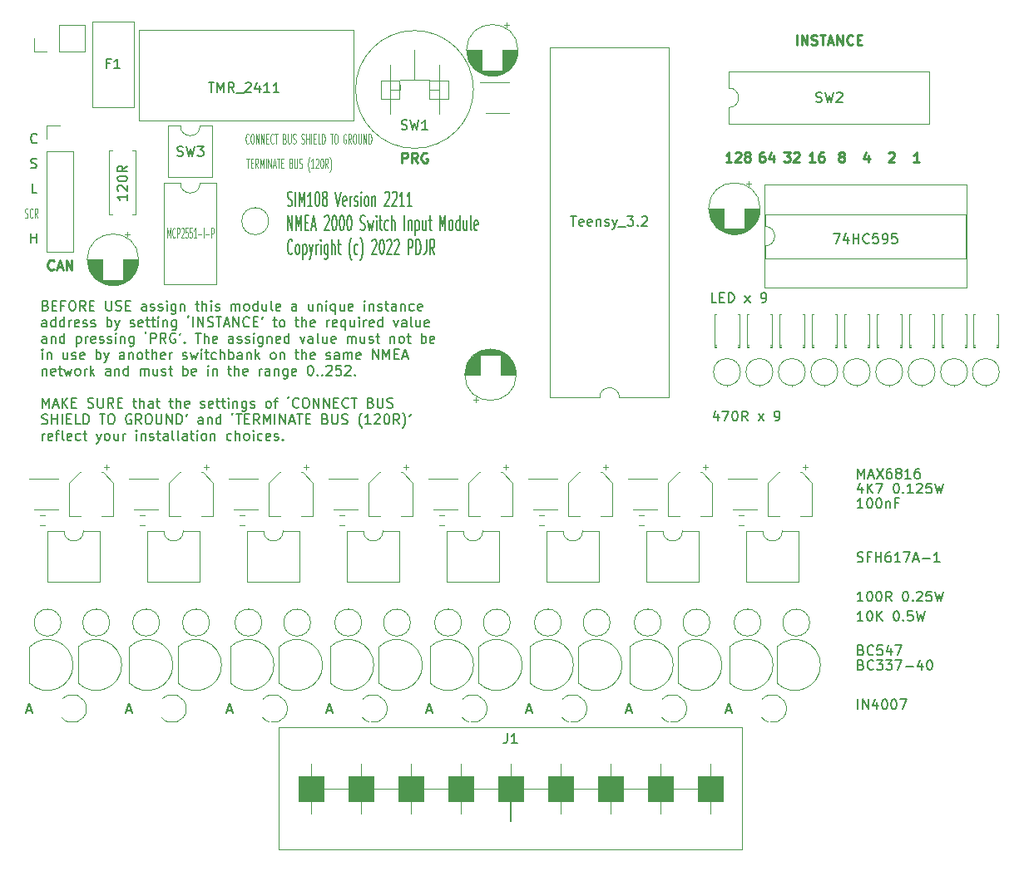
<source format=gto>
G04 #@! TF.GenerationSoftware,KiCad,Pcbnew,5.1.10-88a1d61d58~90~ubuntu20.04.1*
G04 #@! TF.CreationDate,2022-11-06T15:19:46+00:00*
G04 #@! TF.ProjectId,PDJRSIM,53494d31-3038-42e6-9b69-6361645f7063,221101*
G04 #@! TF.SameCoordinates,Original*
G04 #@! TF.FileFunction,Legend,Top*
G04 #@! TF.FilePolarity,Positive*
%FSLAX46Y46*%
G04 Gerber Fmt 4.6, Leading zero omitted, Abs format (unit mm)*
G04 Created by KiCad (PCBNEW 5.1.10-88a1d61d58~90~ubuntu20.04.1) date 2022-11-06 15:19:46*
%MOMM*%
%LPD*%
G01*
G04 APERTURE LIST*
%ADD10C,0.150000*%
%ADD11C,0.125000*%
%ADD12C,0.200000*%
%ADD13C,0.250000*%
%ADD14C,0.120000*%
%ADD15C,0.100000*%
%ADD16C,0.112500*%
G04 APERTURE END LIST*
D10*
X22668928Y-49328571D02*
X22811785Y-49376190D01*
X22859404Y-49423809D01*
X22907023Y-49519047D01*
X22907023Y-49661904D01*
X22859404Y-49757142D01*
X22811785Y-49804761D01*
X22716547Y-49852380D01*
X22335595Y-49852380D01*
X22335595Y-48852380D01*
X22668928Y-48852380D01*
X22764166Y-48900000D01*
X22811785Y-48947619D01*
X22859404Y-49042857D01*
X22859404Y-49138095D01*
X22811785Y-49233333D01*
X22764166Y-49280952D01*
X22668928Y-49328571D01*
X22335595Y-49328571D01*
X23335595Y-49328571D02*
X23668928Y-49328571D01*
X23811785Y-49852380D02*
X23335595Y-49852380D01*
X23335595Y-48852380D01*
X23811785Y-48852380D01*
X24573690Y-49328571D02*
X24240357Y-49328571D01*
X24240357Y-49852380D02*
X24240357Y-48852380D01*
X24716547Y-48852380D01*
X25287976Y-48852380D02*
X25478452Y-48852380D01*
X25573690Y-48900000D01*
X25668928Y-48995238D01*
X25716547Y-49185714D01*
X25716547Y-49519047D01*
X25668928Y-49709523D01*
X25573690Y-49804761D01*
X25478452Y-49852380D01*
X25287976Y-49852380D01*
X25192738Y-49804761D01*
X25097500Y-49709523D01*
X25049880Y-49519047D01*
X25049880Y-49185714D01*
X25097500Y-48995238D01*
X25192738Y-48900000D01*
X25287976Y-48852380D01*
X26716547Y-49852380D02*
X26383214Y-49376190D01*
X26145119Y-49852380D02*
X26145119Y-48852380D01*
X26526071Y-48852380D01*
X26621309Y-48900000D01*
X26668928Y-48947619D01*
X26716547Y-49042857D01*
X26716547Y-49185714D01*
X26668928Y-49280952D01*
X26621309Y-49328571D01*
X26526071Y-49376190D01*
X26145119Y-49376190D01*
X27145119Y-49328571D02*
X27478452Y-49328571D01*
X27621309Y-49852380D02*
X27145119Y-49852380D01*
X27145119Y-48852380D01*
X27621309Y-48852380D01*
X28811785Y-48852380D02*
X28811785Y-49661904D01*
X28859404Y-49757142D01*
X28907023Y-49804761D01*
X29002261Y-49852380D01*
X29192738Y-49852380D01*
X29287976Y-49804761D01*
X29335595Y-49757142D01*
X29383214Y-49661904D01*
X29383214Y-48852380D01*
X29811785Y-49804761D02*
X29954642Y-49852380D01*
X30192738Y-49852380D01*
X30287976Y-49804761D01*
X30335595Y-49757142D01*
X30383214Y-49661904D01*
X30383214Y-49566666D01*
X30335595Y-49471428D01*
X30287976Y-49423809D01*
X30192738Y-49376190D01*
X30002261Y-49328571D01*
X29907023Y-49280952D01*
X29859404Y-49233333D01*
X29811785Y-49138095D01*
X29811785Y-49042857D01*
X29859404Y-48947619D01*
X29907023Y-48900000D01*
X30002261Y-48852380D01*
X30240357Y-48852380D01*
X30383214Y-48900000D01*
X30811785Y-49328571D02*
X31145119Y-49328571D01*
X31287976Y-49852380D02*
X30811785Y-49852380D01*
X30811785Y-48852380D01*
X31287976Y-48852380D01*
X32907023Y-49852380D02*
X32907023Y-49328571D01*
X32859404Y-49233333D01*
X32764166Y-49185714D01*
X32573690Y-49185714D01*
X32478452Y-49233333D01*
X32907023Y-49804761D02*
X32811785Y-49852380D01*
X32573690Y-49852380D01*
X32478452Y-49804761D01*
X32430833Y-49709523D01*
X32430833Y-49614285D01*
X32478452Y-49519047D01*
X32573690Y-49471428D01*
X32811785Y-49471428D01*
X32907023Y-49423809D01*
X33335595Y-49804761D02*
X33430833Y-49852380D01*
X33621309Y-49852380D01*
X33716547Y-49804761D01*
X33764166Y-49709523D01*
X33764166Y-49661904D01*
X33716547Y-49566666D01*
X33621309Y-49519047D01*
X33478452Y-49519047D01*
X33383214Y-49471428D01*
X33335595Y-49376190D01*
X33335595Y-49328571D01*
X33383214Y-49233333D01*
X33478452Y-49185714D01*
X33621309Y-49185714D01*
X33716547Y-49233333D01*
X34145119Y-49804761D02*
X34240357Y-49852380D01*
X34430833Y-49852380D01*
X34526071Y-49804761D01*
X34573690Y-49709523D01*
X34573690Y-49661904D01*
X34526071Y-49566666D01*
X34430833Y-49519047D01*
X34287976Y-49519047D01*
X34192738Y-49471428D01*
X34145119Y-49376190D01*
X34145119Y-49328571D01*
X34192738Y-49233333D01*
X34287976Y-49185714D01*
X34430833Y-49185714D01*
X34526071Y-49233333D01*
X35002261Y-49852380D02*
X35002261Y-49185714D01*
X35002261Y-48852380D02*
X34954642Y-48900000D01*
X35002261Y-48947619D01*
X35049880Y-48900000D01*
X35002261Y-48852380D01*
X35002261Y-48947619D01*
X35907023Y-49185714D02*
X35907023Y-49995238D01*
X35859404Y-50090476D01*
X35811785Y-50138095D01*
X35716547Y-50185714D01*
X35573690Y-50185714D01*
X35478452Y-50138095D01*
X35907023Y-49804761D02*
X35811785Y-49852380D01*
X35621309Y-49852380D01*
X35526071Y-49804761D01*
X35478452Y-49757142D01*
X35430833Y-49661904D01*
X35430833Y-49376190D01*
X35478452Y-49280952D01*
X35526071Y-49233333D01*
X35621309Y-49185714D01*
X35811785Y-49185714D01*
X35907023Y-49233333D01*
X36383214Y-49185714D02*
X36383214Y-49852380D01*
X36383214Y-49280952D02*
X36430833Y-49233333D01*
X36526071Y-49185714D01*
X36668928Y-49185714D01*
X36764166Y-49233333D01*
X36811785Y-49328571D01*
X36811785Y-49852380D01*
X37907023Y-49185714D02*
X38287976Y-49185714D01*
X38049880Y-48852380D02*
X38049880Y-49709523D01*
X38097500Y-49804761D01*
X38192738Y-49852380D01*
X38287976Y-49852380D01*
X38621309Y-49852380D02*
X38621309Y-48852380D01*
X39049880Y-49852380D02*
X39049880Y-49328571D01*
X39002261Y-49233333D01*
X38907023Y-49185714D01*
X38764166Y-49185714D01*
X38668928Y-49233333D01*
X38621309Y-49280952D01*
X39526071Y-49852380D02*
X39526071Y-49185714D01*
X39526071Y-48852380D02*
X39478452Y-48900000D01*
X39526071Y-48947619D01*
X39573690Y-48900000D01*
X39526071Y-48852380D01*
X39526071Y-48947619D01*
X39954642Y-49804761D02*
X40049880Y-49852380D01*
X40240357Y-49852380D01*
X40335595Y-49804761D01*
X40383214Y-49709523D01*
X40383214Y-49661904D01*
X40335595Y-49566666D01*
X40240357Y-49519047D01*
X40097500Y-49519047D01*
X40002261Y-49471428D01*
X39954642Y-49376190D01*
X39954642Y-49328571D01*
X40002261Y-49233333D01*
X40097500Y-49185714D01*
X40240357Y-49185714D01*
X40335595Y-49233333D01*
X41573690Y-49852380D02*
X41573690Y-49185714D01*
X41573690Y-49280952D02*
X41621309Y-49233333D01*
X41716547Y-49185714D01*
X41859404Y-49185714D01*
X41954642Y-49233333D01*
X42002261Y-49328571D01*
X42002261Y-49852380D01*
X42002261Y-49328571D02*
X42049880Y-49233333D01*
X42145119Y-49185714D01*
X42287976Y-49185714D01*
X42383214Y-49233333D01*
X42430833Y-49328571D01*
X42430833Y-49852380D01*
X43049880Y-49852380D02*
X42954642Y-49804761D01*
X42907023Y-49757142D01*
X42859404Y-49661904D01*
X42859404Y-49376190D01*
X42907023Y-49280952D01*
X42954642Y-49233333D01*
X43049880Y-49185714D01*
X43192738Y-49185714D01*
X43287976Y-49233333D01*
X43335595Y-49280952D01*
X43383214Y-49376190D01*
X43383214Y-49661904D01*
X43335595Y-49757142D01*
X43287976Y-49804761D01*
X43192738Y-49852380D01*
X43049880Y-49852380D01*
X44240357Y-49852380D02*
X44240357Y-48852380D01*
X44240357Y-49804761D02*
X44145119Y-49852380D01*
X43954642Y-49852380D01*
X43859404Y-49804761D01*
X43811785Y-49757142D01*
X43764166Y-49661904D01*
X43764166Y-49376190D01*
X43811785Y-49280952D01*
X43859404Y-49233333D01*
X43954642Y-49185714D01*
X44145119Y-49185714D01*
X44240357Y-49233333D01*
X45145119Y-49185714D02*
X45145119Y-49852380D01*
X44716547Y-49185714D02*
X44716547Y-49709523D01*
X44764166Y-49804761D01*
X44859404Y-49852380D01*
X45002261Y-49852380D01*
X45097499Y-49804761D01*
X45145119Y-49757142D01*
X45764166Y-49852380D02*
X45668928Y-49804761D01*
X45621309Y-49709523D01*
X45621309Y-48852380D01*
X46526071Y-49804761D02*
X46430833Y-49852380D01*
X46240357Y-49852380D01*
X46145119Y-49804761D01*
X46097499Y-49709523D01*
X46097499Y-49328571D01*
X46145119Y-49233333D01*
X46240357Y-49185714D01*
X46430833Y-49185714D01*
X46526071Y-49233333D01*
X46573690Y-49328571D01*
X46573690Y-49423809D01*
X46097499Y-49519047D01*
X48192738Y-49852380D02*
X48192738Y-49328571D01*
X48145119Y-49233333D01*
X48049880Y-49185714D01*
X47859404Y-49185714D01*
X47764166Y-49233333D01*
X48192738Y-49804761D02*
X48097499Y-49852380D01*
X47859404Y-49852380D01*
X47764166Y-49804761D01*
X47716547Y-49709523D01*
X47716547Y-49614285D01*
X47764166Y-49519047D01*
X47859404Y-49471428D01*
X48097499Y-49471428D01*
X48192738Y-49423809D01*
X49859404Y-49185714D02*
X49859404Y-49852380D01*
X49430833Y-49185714D02*
X49430833Y-49709523D01*
X49478452Y-49804761D01*
X49573690Y-49852380D01*
X49716547Y-49852380D01*
X49811785Y-49804761D01*
X49859404Y-49757142D01*
X50335595Y-49185714D02*
X50335595Y-49852380D01*
X50335595Y-49280952D02*
X50383214Y-49233333D01*
X50478452Y-49185714D01*
X50621309Y-49185714D01*
X50716547Y-49233333D01*
X50764166Y-49328571D01*
X50764166Y-49852380D01*
X51240357Y-49852380D02*
X51240357Y-49185714D01*
X51240357Y-48852380D02*
X51192738Y-48900000D01*
X51240357Y-48947619D01*
X51287976Y-48900000D01*
X51240357Y-48852380D01*
X51240357Y-48947619D01*
X52145119Y-49185714D02*
X52145119Y-50185714D01*
X52145119Y-49804761D02*
X52049880Y-49852380D01*
X51859404Y-49852380D01*
X51764166Y-49804761D01*
X51716547Y-49757142D01*
X51668928Y-49661904D01*
X51668928Y-49376190D01*
X51716547Y-49280952D01*
X51764166Y-49233333D01*
X51859404Y-49185714D01*
X52049880Y-49185714D01*
X52145119Y-49233333D01*
X53049880Y-49185714D02*
X53049880Y-49852380D01*
X52621309Y-49185714D02*
X52621309Y-49709523D01*
X52668928Y-49804761D01*
X52764166Y-49852380D01*
X52907023Y-49852380D01*
X53002261Y-49804761D01*
X53049880Y-49757142D01*
X53907023Y-49804761D02*
X53811785Y-49852380D01*
X53621309Y-49852380D01*
X53526071Y-49804761D01*
X53478452Y-49709523D01*
X53478452Y-49328571D01*
X53526071Y-49233333D01*
X53621309Y-49185714D01*
X53811785Y-49185714D01*
X53907023Y-49233333D01*
X53954642Y-49328571D01*
X53954642Y-49423809D01*
X53478452Y-49519047D01*
X55145119Y-49852380D02*
X55145119Y-49185714D01*
X55145119Y-48852380D02*
X55097499Y-48900000D01*
X55145119Y-48947619D01*
X55192738Y-48900000D01*
X55145119Y-48852380D01*
X55145119Y-48947619D01*
X55621309Y-49185714D02*
X55621309Y-49852380D01*
X55621309Y-49280952D02*
X55668928Y-49233333D01*
X55764166Y-49185714D01*
X55907023Y-49185714D01*
X56002261Y-49233333D01*
X56049880Y-49328571D01*
X56049880Y-49852380D01*
X56478452Y-49804761D02*
X56573690Y-49852380D01*
X56764166Y-49852380D01*
X56859404Y-49804761D01*
X56907023Y-49709523D01*
X56907023Y-49661904D01*
X56859404Y-49566666D01*
X56764166Y-49519047D01*
X56621309Y-49519047D01*
X56526071Y-49471428D01*
X56478452Y-49376190D01*
X56478452Y-49328571D01*
X56526071Y-49233333D01*
X56621309Y-49185714D01*
X56764166Y-49185714D01*
X56859404Y-49233333D01*
X57192738Y-49185714D02*
X57573690Y-49185714D01*
X57335595Y-48852380D02*
X57335595Y-49709523D01*
X57383214Y-49804761D01*
X57478452Y-49852380D01*
X57573690Y-49852380D01*
X58335595Y-49852380D02*
X58335595Y-49328571D01*
X58287976Y-49233333D01*
X58192738Y-49185714D01*
X58002261Y-49185714D01*
X57907023Y-49233333D01*
X58335595Y-49804761D02*
X58240357Y-49852380D01*
X58002261Y-49852380D01*
X57907023Y-49804761D01*
X57859404Y-49709523D01*
X57859404Y-49614285D01*
X57907023Y-49519047D01*
X58002261Y-49471428D01*
X58240357Y-49471428D01*
X58335595Y-49423809D01*
X58811785Y-49185714D02*
X58811785Y-49852380D01*
X58811785Y-49280952D02*
X58859404Y-49233333D01*
X58954642Y-49185714D01*
X59097499Y-49185714D01*
X59192738Y-49233333D01*
X59240357Y-49328571D01*
X59240357Y-49852380D01*
X60145119Y-49804761D02*
X60049880Y-49852380D01*
X59859404Y-49852380D01*
X59764166Y-49804761D01*
X59716547Y-49757142D01*
X59668928Y-49661904D01*
X59668928Y-49376190D01*
X59716547Y-49280952D01*
X59764166Y-49233333D01*
X59859404Y-49185714D01*
X60049880Y-49185714D01*
X60145119Y-49233333D01*
X60954642Y-49804761D02*
X60859404Y-49852380D01*
X60668928Y-49852380D01*
X60573690Y-49804761D01*
X60526071Y-49709523D01*
X60526071Y-49328571D01*
X60573690Y-49233333D01*
X60668928Y-49185714D01*
X60859404Y-49185714D01*
X60954642Y-49233333D01*
X61002261Y-49328571D01*
X61002261Y-49423809D01*
X60526071Y-49519047D01*
X22764166Y-51502380D02*
X22764166Y-50978571D01*
X22716547Y-50883333D01*
X22621309Y-50835714D01*
X22430833Y-50835714D01*
X22335595Y-50883333D01*
X22764166Y-51454761D02*
X22668928Y-51502380D01*
X22430833Y-51502380D01*
X22335595Y-51454761D01*
X22287976Y-51359523D01*
X22287976Y-51264285D01*
X22335595Y-51169047D01*
X22430833Y-51121428D01*
X22668928Y-51121428D01*
X22764166Y-51073809D01*
X23668928Y-51502380D02*
X23668928Y-50502380D01*
X23668928Y-51454761D02*
X23573690Y-51502380D01*
X23383214Y-51502380D01*
X23287976Y-51454761D01*
X23240357Y-51407142D01*
X23192738Y-51311904D01*
X23192738Y-51026190D01*
X23240357Y-50930952D01*
X23287976Y-50883333D01*
X23383214Y-50835714D01*
X23573690Y-50835714D01*
X23668928Y-50883333D01*
X24573690Y-51502380D02*
X24573690Y-50502380D01*
X24573690Y-51454761D02*
X24478452Y-51502380D01*
X24287976Y-51502380D01*
X24192738Y-51454761D01*
X24145119Y-51407142D01*
X24097500Y-51311904D01*
X24097500Y-51026190D01*
X24145119Y-50930952D01*
X24192738Y-50883333D01*
X24287976Y-50835714D01*
X24478452Y-50835714D01*
X24573690Y-50883333D01*
X25049880Y-51502380D02*
X25049880Y-50835714D01*
X25049880Y-51026190D02*
X25097500Y-50930952D01*
X25145119Y-50883333D01*
X25240357Y-50835714D01*
X25335595Y-50835714D01*
X26049880Y-51454761D02*
X25954642Y-51502380D01*
X25764166Y-51502380D01*
X25668928Y-51454761D01*
X25621309Y-51359523D01*
X25621309Y-50978571D01*
X25668928Y-50883333D01*
X25764166Y-50835714D01*
X25954642Y-50835714D01*
X26049880Y-50883333D01*
X26097500Y-50978571D01*
X26097500Y-51073809D01*
X25621309Y-51169047D01*
X26478452Y-51454761D02*
X26573690Y-51502380D01*
X26764166Y-51502380D01*
X26859404Y-51454761D01*
X26907023Y-51359523D01*
X26907023Y-51311904D01*
X26859404Y-51216666D01*
X26764166Y-51169047D01*
X26621309Y-51169047D01*
X26526071Y-51121428D01*
X26478452Y-51026190D01*
X26478452Y-50978571D01*
X26526071Y-50883333D01*
X26621309Y-50835714D01*
X26764166Y-50835714D01*
X26859404Y-50883333D01*
X27287976Y-51454761D02*
X27383214Y-51502380D01*
X27573690Y-51502380D01*
X27668928Y-51454761D01*
X27716547Y-51359523D01*
X27716547Y-51311904D01*
X27668928Y-51216666D01*
X27573690Y-51169047D01*
X27430833Y-51169047D01*
X27335595Y-51121428D01*
X27287976Y-51026190D01*
X27287976Y-50978571D01*
X27335595Y-50883333D01*
X27430833Y-50835714D01*
X27573690Y-50835714D01*
X27668928Y-50883333D01*
X28907023Y-51502380D02*
X28907023Y-50502380D01*
X28907023Y-50883333D02*
X29002261Y-50835714D01*
X29192738Y-50835714D01*
X29287976Y-50883333D01*
X29335595Y-50930952D01*
X29383214Y-51026190D01*
X29383214Y-51311904D01*
X29335595Y-51407142D01*
X29287976Y-51454761D01*
X29192738Y-51502380D01*
X29002261Y-51502380D01*
X28907023Y-51454761D01*
X29716547Y-50835714D02*
X29954642Y-51502380D01*
X30192738Y-50835714D02*
X29954642Y-51502380D01*
X29859404Y-51740476D01*
X29811785Y-51788095D01*
X29716547Y-51835714D01*
X31287976Y-51454761D02*
X31383214Y-51502380D01*
X31573690Y-51502380D01*
X31668928Y-51454761D01*
X31716547Y-51359523D01*
X31716547Y-51311904D01*
X31668928Y-51216666D01*
X31573690Y-51169047D01*
X31430833Y-51169047D01*
X31335595Y-51121428D01*
X31287976Y-51026190D01*
X31287976Y-50978571D01*
X31335595Y-50883333D01*
X31430833Y-50835714D01*
X31573690Y-50835714D01*
X31668928Y-50883333D01*
X32526071Y-51454761D02*
X32430833Y-51502380D01*
X32240357Y-51502380D01*
X32145119Y-51454761D01*
X32097500Y-51359523D01*
X32097500Y-50978571D01*
X32145119Y-50883333D01*
X32240357Y-50835714D01*
X32430833Y-50835714D01*
X32526071Y-50883333D01*
X32573690Y-50978571D01*
X32573690Y-51073809D01*
X32097500Y-51169047D01*
X32859404Y-50835714D02*
X33240357Y-50835714D01*
X33002261Y-50502380D02*
X33002261Y-51359523D01*
X33049880Y-51454761D01*
X33145119Y-51502380D01*
X33240357Y-51502380D01*
X33430833Y-50835714D02*
X33811785Y-50835714D01*
X33573690Y-50502380D02*
X33573690Y-51359523D01*
X33621309Y-51454761D01*
X33716547Y-51502380D01*
X33811785Y-51502380D01*
X34145119Y-51502380D02*
X34145119Y-50835714D01*
X34145119Y-50502380D02*
X34097500Y-50550000D01*
X34145119Y-50597619D01*
X34192738Y-50550000D01*
X34145119Y-50502380D01*
X34145119Y-50597619D01*
X34621309Y-50835714D02*
X34621309Y-51502380D01*
X34621309Y-50930952D02*
X34668928Y-50883333D01*
X34764166Y-50835714D01*
X34907023Y-50835714D01*
X35002261Y-50883333D01*
X35049880Y-50978571D01*
X35049880Y-51502380D01*
X35954642Y-50835714D02*
X35954642Y-51645238D01*
X35907023Y-51740476D01*
X35859404Y-51788095D01*
X35764166Y-51835714D01*
X35621309Y-51835714D01*
X35526071Y-51788095D01*
X35954642Y-51454761D02*
X35859404Y-51502380D01*
X35668928Y-51502380D01*
X35573690Y-51454761D01*
X35526071Y-51407142D01*
X35478452Y-51311904D01*
X35478452Y-51026190D01*
X35526071Y-50930952D01*
X35573690Y-50883333D01*
X35668928Y-50835714D01*
X35859404Y-50835714D01*
X35954642Y-50883333D01*
X37145119Y-50550000D02*
X37145119Y-50502380D01*
X37192738Y-50407142D01*
X37240357Y-50359523D01*
X37668928Y-51502380D02*
X37668928Y-50502380D01*
X38145119Y-51502380D02*
X38145119Y-50502380D01*
X38716547Y-51502380D01*
X38716547Y-50502380D01*
X39145119Y-51454761D02*
X39287976Y-51502380D01*
X39526071Y-51502380D01*
X39621309Y-51454761D01*
X39668928Y-51407142D01*
X39716547Y-51311904D01*
X39716547Y-51216666D01*
X39668928Y-51121428D01*
X39621309Y-51073809D01*
X39526071Y-51026190D01*
X39335595Y-50978571D01*
X39240357Y-50930952D01*
X39192738Y-50883333D01*
X39145119Y-50788095D01*
X39145119Y-50692857D01*
X39192738Y-50597619D01*
X39240357Y-50550000D01*
X39335595Y-50502380D01*
X39573690Y-50502380D01*
X39716547Y-50550000D01*
X40002261Y-50502380D02*
X40573690Y-50502380D01*
X40287976Y-51502380D02*
X40287976Y-50502380D01*
X40859404Y-51216666D02*
X41335595Y-51216666D01*
X40764166Y-51502380D02*
X41097500Y-50502380D01*
X41430833Y-51502380D01*
X41764166Y-51502380D02*
X41764166Y-50502380D01*
X42335595Y-51502380D01*
X42335595Y-50502380D01*
X43383214Y-51407142D02*
X43335595Y-51454761D01*
X43192738Y-51502380D01*
X43097500Y-51502380D01*
X42954642Y-51454761D01*
X42859404Y-51359523D01*
X42811785Y-51264285D01*
X42764166Y-51073809D01*
X42764166Y-50930952D01*
X42811785Y-50740476D01*
X42859404Y-50645238D01*
X42954642Y-50550000D01*
X43097500Y-50502380D01*
X43192738Y-50502380D01*
X43335595Y-50550000D01*
X43383214Y-50597619D01*
X43811785Y-50978571D02*
X44145119Y-50978571D01*
X44287976Y-51502380D02*
X43811785Y-51502380D01*
X43811785Y-50502380D01*
X44287976Y-50502380D01*
X44764166Y-50502380D02*
X44764166Y-50550000D01*
X44716547Y-50645238D01*
X44668928Y-50692857D01*
X45811785Y-50835714D02*
X46192738Y-50835714D01*
X45954642Y-50502380D02*
X45954642Y-51359523D01*
X46002261Y-51454761D01*
X46097500Y-51502380D01*
X46192738Y-51502380D01*
X46668928Y-51502380D02*
X46573690Y-51454761D01*
X46526071Y-51407142D01*
X46478452Y-51311904D01*
X46478452Y-51026190D01*
X46526071Y-50930952D01*
X46573690Y-50883333D01*
X46668928Y-50835714D01*
X46811785Y-50835714D01*
X46907023Y-50883333D01*
X46954642Y-50930952D01*
X47002261Y-51026190D01*
X47002261Y-51311904D01*
X46954642Y-51407142D01*
X46907023Y-51454761D01*
X46811785Y-51502380D01*
X46668928Y-51502380D01*
X48049880Y-50835714D02*
X48430833Y-50835714D01*
X48192738Y-50502380D02*
X48192738Y-51359523D01*
X48240357Y-51454761D01*
X48335595Y-51502380D01*
X48430833Y-51502380D01*
X48764166Y-51502380D02*
X48764166Y-50502380D01*
X49192738Y-51502380D02*
X49192738Y-50978571D01*
X49145119Y-50883333D01*
X49049880Y-50835714D01*
X48907023Y-50835714D01*
X48811785Y-50883333D01*
X48764166Y-50930952D01*
X50049880Y-51454761D02*
X49954642Y-51502380D01*
X49764166Y-51502380D01*
X49668928Y-51454761D01*
X49621309Y-51359523D01*
X49621309Y-50978571D01*
X49668928Y-50883333D01*
X49764166Y-50835714D01*
X49954642Y-50835714D01*
X50049880Y-50883333D01*
X50097499Y-50978571D01*
X50097499Y-51073809D01*
X49621309Y-51169047D01*
X51287976Y-51502380D02*
X51287976Y-50835714D01*
X51287976Y-51026190D02*
X51335595Y-50930952D01*
X51383214Y-50883333D01*
X51478452Y-50835714D01*
X51573690Y-50835714D01*
X52287976Y-51454761D02*
X52192738Y-51502380D01*
X52002261Y-51502380D01*
X51907023Y-51454761D01*
X51859404Y-51359523D01*
X51859404Y-50978571D01*
X51907023Y-50883333D01*
X52002261Y-50835714D01*
X52192738Y-50835714D01*
X52287976Y-50883333D01*
X52335595Y-50978571D01*
X52335595Y-51073809D01*
X51859404Y-51169047D01*
X53192738Y-50835714D02*
X53192738Y-51835714D01*
X53192738Y-51454761D02*
X53097499Y-51502380D01*
X52907023Y-51502380D01*
X52811785Y-51454761D01*
X52764166Y-51407142D01*
X52716547Y-51311904D01*
X52716547Y-51026190D01*
X52764166Y-50930952D01*
X52811785Y-50883333D01*
X52907023Y-50835714D01*
X53097499Y-50835714D01*
X53192738Y-50883333D01*
X54097499Y-50835714D02*
X54097499Y-51502380D01*
X53668928Y-50835714D02*
X53668928Y-51359523D01*
X53716547Y-51454761D01*
X53811785Y-51502380D01*
X53954642Y-51502380D01*
X54049880Y-51454761D01*
X54097499Y-51407142D01*
X54573690Y-51502380D02*
X54573690Y-50835714D01*
X54573690Y-50502380D02*
X54526071Y-50550000D01*
X54573690Y-50597619D01*
X54621309Y-50550000D01*
X54573690Y-50502380D01*
X54573690Y-50597619D01*
X55049880Y-51502380D02*
X55049880Y-50835714D01*
X55049880Y-51026190D02*
X55097499Y-50930952D01*
X55145119Y-50883333D01*
X55240357Y-50835714D01*
X55335595Y-50835714D01*
X56049880Y-51454761D02*
X55954642Y-51502380D01*
X55764166Y-51502380D01*
X55668928Y-51454761D01*
X55621309Y-51359523D01*
X55621309Y-50978571D01*
X55668928Y-50883333D01*
X55764166Y-50835714D01*
X55954642Y-50835714D01*
X56049880Y-50883333D01*
X56097499Y-50978571D01*
X56097499Y-51073809D01*
X55621309Y-51169047D01*
X56954642Y-51502380D02*
X56954642Y-50502380D01*
X56954642Y-51454761D02*
X56859404Y-51502380D01*
X56668928Y-51502380D01*
X56573690Y-51454761D01*
X56526071Y-51407142D01*
X56478452Y-51311904D01*
X56478452Y-51026190D01*
X56526071Y-50930952D01*
X56573690Y-50883333D01*
X56668928Y-50835714D01*
X56859404Y-50835714D01*
X56954642Y-50883333D01*
X58097499Y-50835714D02*
X58335595Y-51502380D01*
X58573690Y-50835714D01*
X59383214Y-51502380D02*
X59383214Y-50978571D01*
X59335595Y-50883333D01*
X59240357Y-50835714D01*
X59049880Y-50835714D01*
X58954642Y-50883333D01*
X59383214Y-51454761D02*
X59287976Y-51502380D01*
X59049880Y-51502380D01*
X58954642Y-51454761D01*
X58907023Y-51359523D01*
X58907023Y-51264285D01*
X58954642Y-51169047D01*
X59049880Y-51121428D01*
X59287976Y-51121428D01*
X59383214Y-51073809D01*
X60002261Y-51502380D02*
X59907023Y-51454761D01*
X59859404Y-51359523D01*
X59859404Y-50502380D01*
X60811785Y-50835714D02*
X60811785Y-51502380D01*
X60383214Y-50835714D02*
X60383214Y-51359523D01*
X60430833Y-51454761D01*
X60526071Y-51502380D01*
X60668928Y-51502380D01*
X60764166Y-51454761D01*
X60811785Y-51407142D01*
X61668928Y-51454761D02*
X61573690Y-51502380D01*
X61383214Y-51502380D01*
X61287976Y-51454761D01*
X61240357Y-51359523D01*
X61240357Y-50978571D01*
X61287976Y-50883333D01*
X61383214Y-50835714D01*
X61573690Y-50835714D01*
X61668928Y-50883333D01*
X61716547Y-50978571D01*
X61716547Y-51073809D01*
X61240357Y-51169047D01*
X22764166Y-53152380D02*
X22764166Y-52628571D01*
X22716547Y-52533333D01*
X22621309Y-52485714D01*
X22430833Y-52485714D01*
X22335595Y-52533333D01*
X22764166Y-53104761D02*
X22668928Y-53152380D01*
X22430833Y-53152380D01*
X22335595Y-53104761D01*
X22287976Y-53009523D01*
X22287976Y-52914285D01*
X22335595Y-52819047D01*
X22430833Y-52771428D01*
X22668928Y-52771428D01*
X22764166Y-52723809D01*
X23240357Y-52485714D02*
X23240357Y-53152380D01*
X23240357Y-52580952D02*
X23287976Y-52533333D01*
X23383214Y-52485714D01*
X23526071Y-52485714D01*
X23621309Y-52533333D01*
X23668928Y-52628571D01*
X23668928Y-53152380D01*
X24573690Y-53152380D02*
X24573690Y-52152380D01*
X24573690Y-53104761D02*
X24478452Y-53152380D01*
X24287976Y-53152380D01*
X24192738Y-53104761D01*
X24145119Y-53057142D01*
X24097500Y-52961904D01*
X24097500Y-52676190D01*
X24145119Y-52580952D01*
X24192738Y-52533333D01*
X24287976Y-52485714D01*
X24478452Y-52485714D01*
X24573690Y-52533333D01*
X25811785Y-52485714D02*
X25811785Y-53485714D01*
X25811785Y-52533333D02*
X25907023Y-52485714D01*
X26097500Y-52485714D01*
X26192738Y-52533333D01*
X26240357Y-52580952D01*
X26287976Y-52676190D01*
X26287976Y-52961904D01*
X26240357Y-53057142D01*
X26192738Y-53104761D01*
X26097500Y-53152380D01*
X25907023Y-53152380D01*
X25811785Y-53104761D01*
X26716547Y-53152380D02*
X26716547Y-52485714D01*
X26716547Y-52676190D02*
X26764166Y-52580952D01*
X26811785Y-52533333D01*
X26907023Y-52485714D01*
X27002261Y-52485714D01*
X27716547Y-53104761D02*
X27621309Y-53152380D01*
X27430833Y-53152380D01*
X27335595Y-53104761D01*
X27287976Y-53009523D01*
X27287976Y-52628571D01*
X27335595Y-52533333D01*
X27430833Y-52485714D01*
X27621309Y-52485714D01*
X27716547Y-52533333D01*
X27764166Y-52628571D01*
X27764166Y-52723809D01*
X27287976Y-52819047D01*
X28145119Y-53104761D02*
X28240357Y-53152380D01*
X28430833Y-53152380D01*
X28526071Y-53104761D01*
X28573690Y-53009523D01*
X28573690Y-52961904D01*
X28526071Y-52866666D01*
X28430833Y-52819047D01*
X28287976Y-52819047D01*
X28192738Y-52771428D01*
X28145119Y-52676190D01*
X28145119Y-52628571D01*
X28192738Y-52533333D01*
X28287976Y-52485714D01*
X28430833Y-52485714D01*
X28526071Y-52533333D01*
X28954642Y-53104761D02*
X29049880Y-53152380D01*
X29240357Y-53152380D01*
X29335595Y-53104761D01*
X29383214Y-53009523D01*
X29383214Y-52961904D01*
X29335595Y-52866666D01*
X29240357Y-52819047D01*
X29097500Y-52819047D01*
X29002261Y-52771428D01*
X28954642Y-52676190D01*
X28954642Y-52628571D01*
X29002261Y-52533333D01*
X29097500Y-52485714D01*
X29240357Y-52485714D01*
X29335595Y-52533333D01*
X29811785Y-53152380D02*
X29811785Y-52485714D01*
X29811785Y-52152380D02*
X29764166Y-52200000D01*
X29811785Y-52247619D01*
X29859404Y-52200000D01*
X29811785Y-52152380D01*
X29811785Y-52247619D01*
X30287976Y-52485714D02*
X30287976Y-53152380D01*
X30287976Y-52580952D02*
X30335595Y-52533333D01*
X30430833Y-52485714D01*
X30573690Y-52485714D01*
X30668928Y-52533333D01*
X30716547Y-52628571D01*
X30716547Y-53152380D01*
X31621309Y-52485714D02*
X31621309Y-53295238D01*
X31573690Y-53390476D01*
X31526071Y-53438095D01*
X31430833Y-53485714D01*
X31287976Y-53485714D01*
X31192738Y-53438095D01*
X31621309Y-53104761D02*
X31526071Y-53152380D01*
X31335595Y-53152380D01*
X31240357Y-53104761D01*
X31192738Y-53057142D01*
X31145119Y-52961904D01*
X31145119Y-52676190D01*
X31192738Y-52580952D01*
X31240357Y-52533333D01*
X31335595Y-52485714D01*
X31526071Y-52485714D01*
X31621309Y-52533333D01*
X32811785Y-52200000D02*
X32811785Y-52152380D01*
X32859404Y-52057142D01*
X32907023Y-52009523D01*
X33335595Y-53152380D02*
X33335595Y-52152380D01*
X33716547Y-52152380D01*
X33811785Y-52200000D01*
X33859404Y-52247619D01*
X33907023Y-52342857D01*
X33907023Y-52485714D01*
X33859404Y-52580952D01*
X33811785Y-52628571D01*
X33716547Y-52676190D01*
X33335595Y-52676190D01*
X34907023Y-53152380D02*
X34573690Y-52676190D01*
X34335595Y-53152380D02*
X34335595Y-52152380D01*
X34716547Y-52152380D01*
X34811785Y-52200000D01*
X34859404Y-52247619D01*
X34907023Y-52342857D01*
X34907023Y-52485714D01*
X34859404Y-52580952D01*
X34811785Y-52628571D01*
X34716547Y-52676190D01*
X34335595Y-52676190D01*
X35859404Y-52200000D02*
X35764166Y-52152380D01*
X35621309Y-52152380D01*
X35478452Y-52200000D01*
X35383214Y-52295238D01*
X35335595Y-52390476D01*
X35287976Y-52580952D01*
X35287976Y-52723809D01*
X35335595Y-52914285D01*
X35383214Y-53009523D01*
X35478452Y-53104761D01*
X35621309Y-53152380D01*
X35716547Y-53152380D01*
X35859404Y-53104761D01*
X35907023Y-53057142D01*
X35907023Y-52723809D01*
X35716547Y-52723809D01*
X36383214Y-52152380D02*
X36383214Y-52200000D01*
X36335595Y-52295238D01*
X36287976Y-52342857D01*
X36811785Y-53057142D02*
X36859404Y-53104761D01*
X36811785Y-53152380D01*
X36764166Y-53104761D01*
X36811785Y-53057142D01*
X36811785Y-53152380D01*
X37907023Y-52152380D02*
X38478452Y-52152380D01*
X38192738Y-53152380D02*
X38192738Y-52152380D01*
X38811785Y-53152380D02*
X38811785Y-52152380D01*
X39240357Y-53152380D02*
X39240357Y-52628571D01*
X39192738Y-52533333D01*
X39097500Y-52485714D01*
X38954642Y-52485714D01*
X38859404Y-52533333D01*
X38811785Y-52580952D01*
X40097500Y-53104761D02*
X40002261Y-53152380D01*
X39811785Y-53152380D01*
X39716547Y-53104761D01*
X39668928Y-53009523D01*
X39668928Y-52628571D01*
X39716547Y-52533333D01*
X39811785Y-52485714D01*
X40002261Y-52485714D01*
X40097500Y-52533333D01*
X40145119Y-52628571D01*
X40145119Y-52723809D01*
X39668928Y-52819047D01*
X41764166Y-53152380D02*
X41764166Y-52628571D01*
X41716547Y-52533333D01*
X41621309Y-52485714D01*
X41430833Y-52485714D01*
X41335595Y-52533333D01*
X41764166Y-53104761D02*
X41668928Y-53152380D01*
X41430833Y-53152380D01*
X41335595Y-53104761D01*
X41287976Y-53009523D01*
X41287976Y-52914285D01*
X41335595Y-52819047D01*
X41430833Y-52771428D01*
X41668928Y-52771428D01*
X41764166Y-52723809D01*
X42192738Y-53104761D02*
X42287976Y-53152380D01*
X42478452Y-53152380D01*
X42573690Y-53104761D01*
X42621309Y-53009523D01*
X42621309Y-52961904D01*
X42573690Y-52866666D01*
X42478452Y-52819047D01*
X42335595Y-52819047D01*
X42240357Y-52771428D01*
X42192738Y-52676190D01*
X42192738Y-52628571D01*
X42240357Y-52533333D01*
X42335595Y-52485714D01*
X42478452Y-52485714D01*
X42573690Y-52533333D01*
X43002261Y-53104761D02*
X43097500Y-53152380D01*
X43287976Y-53152380D01*
X43383214Y-53104761D01*
X43430833Y-53009523D01*
X43430833Y-52961904D01*
X43383214Y-52866666D01*
X43287976Y-52819047D01*
X43145119Y-52819047D01*
X43049880Y-52771428D01*
X43002261Y-52676190D01*
X43002261Y-52628571D01*
X43049880Y-52533333D01*
X43145119Y-52485714D01*
X43287976Y-52485714D01*
X43383214Y-52533333D01*
X43859404Y-53152380D02*
X43859404Y-52485714D01*
X43859404Y-52152380D02*
X43811785Y-52200000D01*
X43859404Y-52247619D01*
X43907023Y-52200000D01*
X43859404Y-52152380D01*
X43859404Y-52247619D01*
X44764166Y-52485714D02*
X44764166Y-53295238D01*
X44716547Y-53390476D01*
X44668928Y-53438095D01*
X44573690Y-53485714D01*
X44430833Y-53485714D01*
X44335595Y-53438095D01*
X44764166Y-53104761D02*
X44668928Y-53152380D01*
X44478452Y-53152380D01*
X44383214Y-53104761D01*
X44335595Y-53057142D01*
X44287976Y-52961904D01*
X44287976Y-52676190D01*
X44335595Y-52580952D01*
X44383214Y-52533333D01*
X44478452Y-52485714D01*
X44668928Y-52485714D01*
X44764166Y-52533333D01*
X45240357Y-52485714D02*
X45240357Y-53152380D01*
X45240357Y-52580952D02*
X45287976Y-52533333D01*
X45383214Y-52485714D01*
X45526071Y-52485714D01*
X45621309Y-52533333D01*
X45668928Y-52628571D01*
X45668928Y-53152380D01*
X46526071Y-53104761D02*
X46430833Y-53152380D01*
X46240357Y-53152380D01*
X46145119Y-53104761D01*
X46097499Y-53009523D01*
X46097499Y-52628571D01*
X46145119Y-52533333D01*
X46240357Y-52485714D01*
X46430833Y-52485714D01*
X46526071Y-52533333D01*
X46573690Y-52628571D01*
X46573690Y-52723809D01*
X46097499Y-52819047D01*
X47430833Y-53152380D02*
X47430833Y-52152380D01*
X47430833Y-53104761D02*
X47335595Y-53152380D01*
X47145119Y-53152380D01*
X47049880Y-53104761D01*
X47002261Y-53057142D01*
X46954642Y-52961904D01*
X46954642Y-52676190D01*
X47002261Y-52580952D01*
X47049880Y-52533333D01*
X47145119Y-52485714D01*
X47335595Y-52485714D01*
X47430833Y-52533333D01*
X48573690Y-52485714D02*
X48811785Y-53152380D01*
X49049880Y-52485714D01*
X49859404Y-53152380D02*
X49859404Y-52628571D01*
X49811785Y-52533333D01*
X49716547Y-52485714D01*
X49526071Y-52485714D01*
X49430833Y-52533333D01*
X49859404Y-53104761D02*
X49764166Y-53152380D01*
X49526071Y-53152380D01*
X49430833Y-53104761D01*
X49383214Y-53009523D01*
X49383214Y-52914285D01*
X49430833Y-52819047D01*
X49526071Y-52771428D01*
X49764166Y-52771428D01*
X49859404Y-52723809D01*
X50478452Y-53152380D02*
X50383214Y-53104761D01*
X50335595Y-53009523D01*
X50335595Y-52152380D01*
X51287976Y-52485714D02*
X51287976Y-53152380D01*
X50859404Y-52485714D02*
X50859404Y-53009523D01*
X50907023Y-53104761D01*
X51002261Y-53152380D01*
X51145119Y-53152380D01*
X51240357Y-53104761D01*
X51287976Y-53057142D01*
X52145119Y-53104761D02*
X52049880Y-53152380D01*
X51859404Y-53152380D01*
X51764166Y-53104761D01*
X51716547Y-53009523D01*
X51716547Y-52628571D01*
X51764166Y-52533333D01*
X51859404Y-52485714D01*
X52049880Y-52485714D01*
X52145119Y-52533333D01*
X52192738Y-52628571D01*
X52192738Y-52723809D01*
X51716547Y-52819047D01*
X53383214Y-53152380D02*
X53383214Y-52485714D01*
X53383214Y-52580952D02*
X53430833Y-52533333D01*
X53526071Y-52485714D01*
X53668928Y-52485714D01*
X53764166Y-52533333D01*
X53811785Y-52628571D01*
X53811785Y-53152380D01*
X53811785Y-52628571D02*
X53859404Y-52533333D01*
X53954642Y-52485714D01*
X54097499Y-52485714D01*
X54192738Y-52533333D01*
X54240357Y-52628571D01*
X54240357Y-53152380D01*
X55145119Y-52485714D02*
X55145119Y-53152380D01*
X54716547Y-52485714D02*
X54716547Y-53009523D01*
X54764166Y-53104761D01*
X54859404Y-53152380D01*
X55002261Y-53152380D01*
X55097499Y-53104761D01*
X55145119Y-53057142D01*
X55573690Y-53104761D02*
X55668928Y-53152380D01*
X55859404Y-53152380D01*
X55954642Y-53104761D01*
X56002261Y-53009523D01*
X56002261Y-52961904D01*
X55954642Y-52866666D01*
X55859404Y-52819047D01*
X55716547Y-52819047D01*
X55621309Y-52771428D01*
X55573690Y-52676190D01*
X55573690Y-52628571D01*
X55621309Y-52533333D01*
X55716547Y-52485714D01*
X55859404Y-52485714D01*
X55954642Y-52533333D01*
X56287976Y-52485714D02*
X56668928Y-52485714D01*
X56430833Y-52152380D02*
X56430833Y-53009523D01*
X56478452Y-53104761D01*
X56573690Y-53152380D01*
X56668928Y-53152380D01*
X57764166Y-52485714D02*
X57764166Y-53152380D01*
X57764166Y-52580952D02*
X57811785Y-52533333D01*
X57907023Y-52485714D01*
X58049880Y-52485714D01*
X58145119Y-52533333D01*
X58192738Y-52628571D01*
X58192738Y-53152380D01*
X58811785Y-53152380D02*
X58716547Y-53104761D01*
X58668928Y-53057142D01*
X58621309Y-52961904D01*
X58621309Y-52676190D01*
X58668928Y-52580952D01*
X58716547Y-52533333D01*
X58811785Y-52485714D01*
X58954642Y-52485714D01*
X59049880Y-52533333D01*
X59097499Y-52580952D01*
X59145119Y-52676190D01*
X59145119Y-52961904D01*
X59097499Y-53057142D01*
X59049880Y-53104761D01*
X58954642Y-53152380D01*
X58811785Y-53152380D01*
X59430833Y-52485714D02*
X59811785Y-52485714D01*
X59573690Y-52152380D02*
X59573690Y-53009523D01*
X59621309Y-53104761D01*
X59716547Y-53152380D01*
X59811785Y-53152380D01*
X60907023Y-53152380D02*
X60907023Y-52152380D01*
X60907023Y-52533333D02*
X61002261Y-52485714D01*
X61192738Y-52485714D01*
X61287976Y-52533333D01*
X61335595Y-52580952D01*
X61383214Y-52676190D01*
X61383214Y-52961904D01*
X61335595Y-53057142D01*
X61287976Y-53104761D01*
X61192738Y-53152380D01*
X61002261Y-53152380D01*
X60907023Y-53104761D01*
X62192738Y-53104761D02*
X62097499Y-53152380D01*
X61907023Y-53152380D01*
X61811785Y-53104761D01*
X61764166Y-53009523D01*
X61764166Y-52628571D01*
X61811785Y-52533333D01*
X61907023Y-52485714D01*
X62097499Y-52485714D01*
X62192738Y-52533333D01*
X62240357Y-52628571D01*
X62240357Y-52723809D01*
X61764166Y-52819047D01*
X22335595Y-54802380D02*
X22335595Y-54135714D01*
X22335595Y-53802380D02*
X22287976Y-53850000D01*
X22335595Y-53897619D01*
X22383214Y-53850000D01*
X22335595Y-53802380D01*
X22335595Y-53897619D01*
X22811785Y-54135714D02*
X22811785Y-54802380D01*
X22811785Y-54230952D02*
X22859404Y-54183333D01*
X22954642Y-54135714D01*
X23097500Y-54135714D01*
X23192738Y-54183333D01*
X23240357Y-54278571D01*
X23240357Y-54802380D01*
X24907023Y-54135714D02*
X24907023Y-54802380D01*
X24478452Y-54135714D02*
X24478452Y-54659523D01*
X24526071Y-54754761D01*
X24621309Y-54802380D01*
X24764166Y-54802380D01*
X24859404Y-54754761D01*
X24907023Y-54707142D01*
X25335595Y-54754761D02*
X25430833Y-54802380D01*
X25621309Y-54802380D01*
X25716547Y-54754761D01*
X25764166Y-54659523D01*
X25764166Y-54611904D01*
X25716547Y-54516666D01*
X25621309Y-54469047D01*
X25478452Y-54469047D01*
X25383214Y-54421428D01*
X25335595Y-54326190D01*
X25335595Y-54278571D01*
X25383214Y-54183333D01*
X25478452Y-54135714D01*
X25621309Y-54135714D01*
X25716547Y-54183333D01*
X26573690Y-54754761D02*
X26478452Y-54802380D01*
X26287976Y-54802380D01*
X26192738Y-54754761D01*
X26145119Y-54659523D01*
X26145119Y-54278571D01*
X26192738Y-54183333D01*
X26287976Y-54135714D01*
X26478452Y-54135714D01*
X26573690Y-54183333D01*
X26621309Y-54278571D01*
X26621309Y-54373809D01*
X26145119Y-54469047D01*
X27811785Y-54802380D02*
X27811785Y-53802380D01*
X27811785Y-54183333D02*
X27907023Y-54135714D01*
X28097500Y-54135714D01*
X28192738Y-54183333D01*
X28240357Y-54230952D01*
X28287976Y-54326190D01*
X28287976Y-54611904D01*
X28240357Y-54707142D01*
X28192738Y-54754761D01*
X28097500Y-54802380D01*
X27907023Y-54802380D01*
X27811785Y-54754761D01*
X28621309Y-54135714D02*
X28859404Y-54802380D01*
X29097500Y-54135714D02*
X28859404Y-54802380D01*
X28764166Y-55040476D01*
X28716547Y-55088095D01*
X28621309Y-55135714D01*
X30668928Y-54802380D02*
X30668928Y-54278571D01*
X30621309Y-54183333D01*
X30526071Y-54135714D01*
X30335595Y-54135714D01*
X30240357Y-54183333D01*
X30668928Y-54754761D02*
X30573690Y-54802380D01*
X30335595Y-54802380D01*
X30240357Y-54754761D01*
X30192738Y-54659523D01*
X30192738Y-54564285D01*
X30240357Y-54469047D01*
X30335595Y-54421428D01*
X30573690Y-54421428D01*
X30668928Y-54373809D01*
X31145119Y-54135714D02*
X31145119Y-54802380D01*
X31145119Y-54230952D02*
X31192738Y-54183333D01*
X31287976Y-54135714D01*
X31430833Y-54135714D01*
X31526071Y-54183333D01*
X31573690Y-54278571D01*
X31573690Y-54802380D01*
X32192738Y-54802380D02*
X32097500Y-54754761D01*
X32049880Y-54707142D01*
X32002261Y-54611904D01*
X32002261Y-54326190D01*
X32049880Y-54230952D01*
X32097500Y-54183333D01*
X32192738Y-54135714D01*
X32335595Y-54135714D01*
X32430833Y-54183333D01*
X32478452Y-54230952D01*
X32526071Y-54326190D01*
X32526071Y-54611904D01*
X32478452Y-54707142D01*
X32430833Y-54754761D01*
X32335595Y-54802380D01*
X32192738Y-54802380D01*
X32811785Y-54135714D02*
X33192738Y-54135714D01*
X32954642Y-53802380D02*
X32954642Y-54659523D01*
X33002261Y-54754761D01*
X33097500Y-54802380D01*
X33192738Y-54802380D01*
X33526071Y-54802380D02*
X33526071Y-53802380D01*
X33954642Y-54802380D02*
X33954642Y-54278571D01*
X33907023Y-54183333D01*
X33811785Y-54135714D01*
X33668928Y-54135714D01*
X33573690Y-54183333D01*
X33526071Y-54230952D01*
X34811785Y-54754761D02*
X34716547Y-54802380D01*
X34526071Y-54802380D01*
X34430833Y-54754761D01*
X34383214Y-54659523D01*
X34383214Y-54278571D01*
X34430833Y-54183333D01*
X34526071Y-54135714D01*
X34716547Y-54135714D01*
X34811785Y-54183333D01*
X34859404Y-54278571D01*
X34859404Y-54373809D01*
X34383214Y-54469047D01*
X35287976Y-54802380D02*
X35287976Y-54135714D01*
X35287976Y-54326190D02*
X35335595Y-54230952D01*
X35383214Y-54183333D01*
X35478452Y-54135714D01*
X35573690Y-54135714D01*
X36621309Y-54754761D02*
X36716547Y-54802380D01*
X36907023Y-54802380D01*
X37002261Y-54754761D01*
X37049880Y-54659523D01*
X37049880Y-54611904D01*
X37002261Y-54516666D01*
X36907023Y-54469047D01*
X36764166Y-54469047D01*
X36668928Y-54421428D01*
X36621309Y-54326190D01*
X36621309Y-54278571D01*
X36668928Y-54183333D01*
X36764166Y-54135714D01*
X36907023Y-54135714D01*
X37002261Y-54183333D01*
X37383214Y-54135714D02*
X37573690Y-54802380D01*
X37764166Y-54326190D01*
X37954642Y-54802380D01*
X38145119Y-54135714D01*
X38526071Y-54802380D02*
X38526071Y-54135714D01*
X38526071Y-53802380D02*
X38478452Y-53850000D01*
X38526071Y-53897619D01*
X38573690Y-53850000D01*
X38526071Y-53802380D01*
X38526071Y-53897619D01*
X38859404Y-54135714D02*
X39240357Y-54135714D01*
X39002261Y-53802380D02*
X39002261Y-54659523D01*
X39049880Y-54754761D01*
X39145119Y-54802380D01*
X39240357Y-54802380D01*
X40002261Y-54754761D02*
X39907023Y-54802380D01*
X39716547Y-54802380D01*
X39621309Y-54754761D01*
X39573690Y-54707142D01*
X39526071Y-54611904D01*
X39526071Y-54326190D01*
X39573690Y-54230952D01*
X39621309Y-54183333D01*
X39716547Y-54135714D01*
X39907023Y-54135714D01*
X40002261Y-54183333D01*
X40430833Y-54802380D02*
X40430833Y-53802380D01*
X40859404Y-54802380D02*
X40859404Y-54278571D01*
X40811785Y-54183333D01*
X40716547Y-54135714D01*
X40573690Y-54135714D01*
X40478452Y-54183333D01*
X40430833Y-54230952D01*
X41335595Y-54802380D02*
X41335595Y-53802380D01*
X41335595Y-54183333D02*
X41430833Y-54135714D01*
X41621309Y-54135714D01*
X41716547Y-54183333D01*
X41764166Y-54230952D01*
X41811785Y-54326190D01*
X41811785Y-54611904D01*
X41764166Y-54707142D01*
X41716547Y-54754761D01*
X41621309Y-54802380D01*
X41430833Y-54802380D01*
X41335595Y-54754761D01*
X42668928Y-54802380D02*
X42668928Y-54278571D01*
X42621309Y-54183333D01*
X42526071Y-54135714D01*
X42335595Y-54135714D01*
X42240357Y-54183333D01*
X42668928Y-54754761D02*
X42573690Y-54802380D01*
X42335595Y-54802380D01*
X42240357Y-54754761D01*
X42192738Y-54659523D01*
X42192738Y-54564285D01*
X42240357Y-54469047D01*
X42335595Y-54421428D01*
X42573690Y-54421428D01*
X42668928Y-54373809D01*
X43145119Y-54135714D02*
X43145119Y-54802380D01*
X43145119Y-54230952D02*
X43192738Y-54183333D01*
X43287976Y-54135714D01*
X43430833Y-54135714D01*
X43526071Y-54183333D01*
X43573690Y-54278571D01*
X43573690Y-54802380D01*
X44049880Y-54802380D02*
X44049880Y-53802380D01*
X44145119Y-54421428D02*
X44430833Y-54802380D01*
X44430833Y-54135714D02*
X44049880Y-54516666D01*
X45764166Y-54802380D02*
X45668928Y-54754761D01*
X45621309Y-54707142D01*
X45573690Y-54611904D01*
X45573690Y-54326190D01*
X45621309Y-54230952D01*
X45668928Y-54183333D01*
X45764166Y-54135714D01*
X45907023Y-54135714D01*
X46002261Y-54183333D01*
X46049880Y-54230952D01*
X46097499Y-54326190D01*
X46097499Y-54611904D01*
X46049880Y-54707142D01*
X46002261Y-54754761D01*
X45907023Y-54802380D01*
X45764166Y-54802380D01*
X46526071Y-54135714D02*
X46526071Y-54802380D01*
X46526071Y-54230952D02*
X46573690Y-54183333D01*
X46668928Y-54135714D01*
X46811785Y-54135714D01*
X46907023Y-54183333D01*
X46954642Y-54278571D01*
X46954642Y-54802380D01*
X48049880Y-54135714D02*
X48430833Y-54135714D01*
X48192738Y-53802380D02*
X48192738Y-54659523D01*
X48240357Y-54754761D01*
X48335595Y-54802380D01*
X48430833Y-54802380D01*
X48764166Y-54802380D02*
X48764166Y-53802380D01*
X49192738Y-54802380D02*
X49192738Y-54278571D01*
X49145119Y-54183333D01*
X49049880Y-54135714D01*
X48907023Y-54135714D01*
X48811785Y-54183333D01*
X48764166Y-54230952D01*
X50049880Y-54754761D02*
X49954642Y-54802380D01*
X49764166Y-54802380D01*
X49668928Y-54754761D01*
X49621309Y-54659523D01*
X49621309Y-54278571D01*
X49668928Y-54183333D01*
X49764166Y-54135714D01*
X49954642Y-54135714D01*
X50049880Y-54183333D01*
X50097499Y-54278571D01*
X50097499Y-54373809D01*
X49621309Y-54469047D01*
X51240357Y-54754761D02*
X51335595Y-54802380D01*
X51526071Y-54802380D01*
X51621309Y-54754761D01*
X51668928Y-54659523D01*
X51668928Y-54611904D01*
X51621309Y-54516666D01*
X51526071Y-54469047D01*
X51383214Y-54469047D01*
X51287976Y-54421428D01*
X51240357Y-54326190D01*
X51240357Y-54278571D01*
X51287976Y-54183333D01*
X51383214Y-54135714D01*
X51526071Y-54135714D01*
X51621309Y-54183333D01*
X52526071Y-54802380D02*
X52526071Y-54278571D01*
X52478452Y-54183333D01*
X52383214Y-54135714D01*
X52192738Y-54135714D01*
X52097499Y-54183333D01*
X52526071Y-54754761D02*
X52430833Y-54802380D01*
X52192738Y-54802380D01*
X52097499Y-54754761D01*
X52049880Y-54659523D01*
X52049880Y-54564285D01*
X52097499Y-54469047D01*
X52192738Y-54421428D01*
X52430833Y-54421428D01*
X52526071Y-54373809D01*
X53002261Y-54802380D02*
X53002261Y-54135714D01*
X53002261Y-54230952D02*
X53049880Y-54183333D01*
X53145119Y-54135714D01*
X53287976Y-54135714D01*
X53383214Y-54183333D01*
X53430833Y-54278571D01*
X53430833Y-54802380D01*
X53430833Y-54278571D02*
X53478452Y-54183333D01*
X53573690Y-54135714D01*
X53716547Y-54135714D01*
X53811785Y-54183333D01*
X53859404Y-54278571D01*
X53859404Y-54802380D01*
X54716547Y-54754761D02*
X54621309Y-54802380D01*
X54430833Y-54802380D01*
X54335595Y-54754761D01*
X54287976Y-54659523D01*
X54287976Y-54278571D01*
X54335595Y-54183333D01*
X54430833Y-54135714D01*
X54621309Y-54135714D01*
X54716547Y-54183333D01*
X54764166Y-54278571D01*
X54764166Y-54373809D01*
X54287976Y-54469047D01*
X55954642Y-54802380D02*
X55954642Y-53802380D01*
X56526071Y-54802380D01*
X56526071Y-53802380D01*
X57002261Y-54802380D02*
X57002261Y-53802380D01*
X57335595Y-54516666D01*
X57668928Y-53802380D01*
X57668928Y-54802380D01*
X58145119Y-54278571D02*
X58478452Y-54278571D01*
X58621309Y-54802380D02*
X58145119Y-54802380D01*
X58145119Y-53802380D01*
X58621309Y-53802380D01*
X59002261Y-54516666D02*
X59478452Y-54516666D01*
X58907023Y-54802380D02*
X59240357Y-53802380D01*
X59573690Y-54802380D01*
X22335595Y-55785714D02*
X22335595Y-56452380D01*
X22335595Y-55880952D02*
X22383214Y-55833333D01*
X22478452Y-55785714D01*
X22621309Y-55785714D01*
X22716547Y-55833333D01*
X22764166Y-55928571D01*
X22764166Y-56452380D01*
X23621309Y-56404761D02*
X23526071Y-56452380D01*
X23335595Y-56452380D01*
X23240357Y-56404761D01*
X23192738Y-56309523D01*
X23192738Y-55928571D01*
X23240357Y-55833333D01*
X23335595Y-55785714D01*
X23526071Y-55785714D01*
X23621309Y-55833333D01*
X23668928Y-55928571D01*
X23668928Y-56023809D01*
X23192738Y-56119047D01*
X23954642Y-55785714D02*
X24335595Y-55785714D01*
X24097500Y-55452380D02*
X24097500Y-56309523D01*
X24145119Y-56404761D01*
X24240357Y-56452380D01*
X24335595Y-56452380D01*
X24573690Y-55785714D02*
X24764166Y-56452380D01*
X24954642Y-55976190D01*
X25145119Y-56452380D01*
X25335595Y-55785714D01*
X25859404Y-56452380D02*
X25764166Y-56404761D01*
X25716547Y-56357142D01*
X25668928Y-56261904D01*
X25668928Y-55976190D01*
X25716547Y-55880952D01*
X25764166Y-55833333D01*
X25859404Y-55785714D01*
X26002261Y-55785714D01*
X26097500Y-55833333D01*
X26145119Y-55880952D01*
X26192738Y-55976190D01*
X26192738Y-56261904D01*
X26145119Y-56357142D01*
X26097500Y-56404761D01*
X26002261Y-56452380D01*
X25859404Y-56452380D01*
X26621309Y-56452380D02*
X26621309Y-55785714D01*
X26621309Y-55976190D02*
X26668928Y-55880952D01*
X26716547Y-55833333D01*
X26811785Y-55785714D01*
X26907023Y-55785714D01*
X27240357Y-56452380D02*
X27240357Y-55452380D01*
X27335595Y-56071428D02*
X27621309Y-56452380D01*
X27621309Y-55785714D02*
X27240357Y-56166666D01*
X29240357Y-56452380D02*
X29240357Y-55928571D01*
X29192738Y-55833333D01*
X29097500Y-55785714D01*
X28907023Y-55785714D01*
X28811785Y-55833333D01*
X29240357Y-56404761D02*
X29145119Y-56452380D01*
X28907023Y-56452380D01*
X28811785Y-56404761D01*
X28764166Y-56309523D01*
X28764166Y-56214285D01*
X28811785Y-56119047D01*
X28907023Y-56071428D01*
X29145119Y-56071428D01*
X29240357Y-56023809D01*
X29716547Y-55785714D02*
X29716547Y-56452380D01*
X29716547Y-55880952D02*
X29764166Y-55833333D01*
X29859404Y-55785714D01*
X30002261Y-55785714D01*
X30097500Y-55833333D01*
X30145119Y-55928571D01*
X30145119Y-56452380D01*
X31049880Y-56452380D02*
X31049880Y-55452380D01*
X31049880Y-56404761D02*
X30954642Y-56452380D01*
X30764166Y-56452380D01*
X30668928Y-56404761D01*
X30621309Y-56357142D01*
X30573690Y-56261904D01*
X30573690Y-55976190D01*
X30621309Y-55880952D01*
X30668928Y-55833333D01*
X30764166Y-55785714D01*
X30954642Y-55785714D01*
X31049880Y-55833333D01*
X32287976Y-56452380D02*
X32287976Y-55785714D01*
X32287976Y-55880952D02*
X32335595Y-55833333D01*
X32430833Y-55785714D01*
X32573690Y-55785714D01*
X32668928Y-55833333D01*
X32716547Y-55928571D01*
X32716547Y-56452380D01*
X32716547Y-55928571D02*
X32764166Y-55833333D01*
X32859404Y-55785714D01*
X33002261Y-55785714D01*
X33097500Y-55833333D01*
X33145119Y-55928571D01*
X33145119Y-56452380D01*
X34049880Y-55785714D02*
X34049880Y-56452380D01*
X33621309Y-55785714D02*
X33621309Y-56309523D01*
X33668928Y-56404761D01*
X33764166Y-56452380D01*
X33907023Y-56452380D01*
X34002261Y-56404761D01*
X34049880Y-56357142D01*
X34478452Y-56404761D02*
X34573690Y-56452380D01*
X34764166Y-56452380D01*
X34859404Y-56404761D01*
X34907023Y-56309523D01*
X34907023Y-56261904D01*
X34859404Y-56166666D01*
X34764166Y-56119047D01*
X34621309Y-56119047D01*
X34526071Y-56071428D01*
X34478452Y-55976190D01*
X34478452Y-55928571D01*
X34526071Y-55833333D01*
X34621309Y-55785714D01*
X34764166Y-55785714D01*
X34859404Y-55833333D01*
X35192738Y-55785714D02*
X35573690Y-55785714D01*
X35335595Y-55452380D02*
X35335595Y-56309523D01*
X35383214Y-56404761D01*
X35478452Y-56452380D01*
X35573690Y-56452380D01*
X36668928Y-56452380D02*
X36668928Y-55452380D01*
X36668928Y-55833333D02*
X36764166Y-55785714D01*
X36954642Y-55785714D01*
X37049880Y-55833333D01*
X37097500Y-55880952D01*
X37145119Y-55976190D01*
X37145119Y-56261904D01*
X37097500Y-56357142D01*
X37049880Y-56404761D01*
X36954642Y-56452380D01*
X36764166Y-56452380D01*
X36668928Y-56404761D01*
X37954642Y-56404761D02*
X37859404Y-56452380D01*
X37668928Y-56452380D01*
X37573690Y-56404761D01*
X37526071Y-56309523D01*
X37526071Y-55928571D01*
X37573690Y-55833333D01*
X37668928Y-55785714D01*
X37859404Y-55785714D01*
X37954642Y-55833333D01*
X38002261Y-55928571D01*
X38002261Y-56023809D01*
X37526071Y-56119047D01*
X39192738Y-56452380D02*
X39192738Y-55785714D01*
X39192738Y-55452380D02*
X39145119Y-55500000D01*
X39192738Y-55547619D01*
X39240357Y-55500000D01*
X39192738Y-55452380D01*
X39192738Y-55547619D01*
X39668928Y-55785714D02*
X39668928Y-56452380D01*
X39668928Y-55880952D02*
X39716547Y-55833333D01*
X39811785Y-55785714D01*
X39954642Y-55785714D01*
X40049880Y-55833333D01*
X40097500Y-55928571D01*
X40097500Y-56452380D01*
X41192738Y-55785714D02*
X41573690Y-55785714D01*
X41335595Y-55452380D02*
X41335595Y-56309523D01*
X41383214Y-56404761D01*
X41478452Y-56452380D01*
X41573690Y-56452380D01*
X41907023Y-56452380D02*
X41907023Y-55452380D01*
X42335595Y-56452380D02*
X42335595Y-55928571D01*
X42287976Y-55833333D01*
X42192738Y-55785714D01*
X42049880Y-55785714D01*
X41954642Y-55833333D01*
X41907023Y-55880952D01*
X43192738Y-56404761D02*
X43097499Y-56452380D01*
X42907023Y-56452380D01*
X42811785Y-56404761D01*
X42764166Y-56309523D01*
X42764166Y-55928571D01*
X42811785Y-55833333D01*
X42907023Y-55785714D01*
X43097499Y-55785714D01*
X43192738Y-55833333D01*
X43240357Y-55928571D01*
X43240357Y-56023809D01*
X42764166Y-56119047D01*
X44430833Y-56452380D02*
X44430833Y-55785714D01*
X44430833Y-55976190D02*
X44478452Y-55880952D01*
X44526071Y-55833333D01*
X44621309Y-55785714D01*
X44716547Y-55785714D01*
X45478452Y-56452380D02*
X45478452Y-55928571D01*
X45430833Y-55833333D01*
X45335595Y-55785714D01*
X45145119Y-55785714D01*
X45049880Y-55833333D01*
X45478452Y-56404761D02*
X45383214Y-56452380D01*
X45145119Y-56452380D01*
X45049880Y-56404761D01*
X45002261Y-56309523D01*
X45002261Y-56214285D01*
X45049880Y-56119047D01*
X45145119Y-56071428D01*
X45383214Y-56071428D01*
X45478452Y-56023809D01*
X45954642Y-55785714D02*
X45954642Y-56452380D01*
X45954642Y-55880952D02*
X46002261Y-55833333D01*
X46097499Y-55785714D01*
X46240357Y-55785714D01*
X46335595Y-55833333D01*
X46383214Y-55928571D01*
X46383214Y-56452380D01*
X47287976Y-55785714D02*
X47287976Y-56595238D01*
X47240357Y-56690476D01*
X47192738Y-56738095D01*
X47097499Y-56785714D01*
X46954642Y-56785714D01*
X46859404Y-56738095D01*
X47287976Y-56404761D02*
X47192738Y-56452380D01*
X47002261Y-56452380D01*
X46907023Y-56404761D01*
X46859404Y-56357142D01*
X46811785Y-56261904D01*
X46811785Y-55976190D01*
X46859404Y-55880952D01*
X46907023Y-55833333D01*
X47002261Y-55785714D01*
X47192738Y-55785714D01*
X47287976Y-55833333D01*
X48145119Y-56404761D02*
X48049880Y-56452380D01*
X47859404Y-56452380D01*
X47764166Y-56404761D01*
X47716547Y-56309523D01*
X47716547Y-55928571D01*
X47764166Y-55833333D01*
X47859404Y-55785714D01*
X48049880Y-55785714D01*
X48145119Y-55833333D01*
X48192738Y-55928571D01*
X48192738Y-56023809D01*
X47716547Y-56119047D01*
X49573690Y-55452380D02*
X49668928Y-55452380D01*
X49764166Y-55500000D01*
X49811785Y-55547619D01*
X49859404Y-55642857D01*
X49907023Y-55833333D01*
X49907023Y-56071428D01*
X49859404Y-56261904D01*
X49811785Y-56357142D01*
X49764166Y-56404761D01*
X49668928Y-56452380D01*
X49573690Y-56452380D01*
X49478452Y-56404761D01*
X49430833Y-56357142D01*
X49383214Y-56261904D01*
X49335595Y-56071428D01*
X49335595Y-55833333D01*
X49383214Y-55642857D01*
X49430833Y-55547619D01*
X49478452Y-55500000D01*
X49573690Y-55452380D01*
X50335595Y-56357142D02*
X50383214Y-56404761D01*
X50335595Y-56452380D01*
X50287976Y-56404761D01*
X50335595Y-56357142D01*
X50335595Y-56452380D01*
X50811785Y-56357142D02*
X50859404Y-56404761D01*
X50811785Y-56452380D01*
X50764166Y-56404761D01*
X50811785Y-56357142D01*
X50811785Y-56452380D01*
X51240357Y-55547619D02*
X51287976Y-55500000D01*
X51383214Y-55452380D01*
X51621309Y-55452380D01*
X51716547Y-55500000D01*
X51764166Y-55547619D01*
X51811785Y-55642857D01*
X51811785Y-55738095D01*
X51764166Y-55880952D01*
X51192738Y-56452380D01*
X51811785Y-56452380D01*
X52716547Y-55452380D02*
X52240357Y-55452380D01*
X52192738Y-55928571D01*
X52240357Y-55880952D01*
X52335595Y-55833333D01*
X52573690Y-55833333D01*
X52668928Y-55880952D01*
X52716547Y-55928571D01*
X52764166Y-56023809D01*
X52764166Y-56261904D01*
X52716547Y-56357142D01*
X52668928Y-56404761D01*
X52573690Y-56452380D01*
X52335595Y-56452380D01*
X52240357Y-56404761D01*
X52192738Y-56357142D01*
X53145119Y-55547619D02*
X53192738Y-55500000D01*
X53287976Y-55452380D01*
X53526071Y-55452380D01*
X53621309Y-55500000D01*
X53668928Y-55547619D01*
X53716547Y-55642857D01*
X53716547Y-55738095D01*
X53668928Y-55880952D01*
X53097499Y-56452380D01*
X53716547Y-56452380D01*
X54145119Y-56357142D02*
X54192738Y-56404761D01*
X54145119Y-56452380D01*
X54097499Y-56404761D01*
X54145119Y-56357142D01*
X54145119Y-56452380D01*
X22335595Y-59752380D02*
X22335595Y-58752380D01*
X22668928Y-59466666D01*
X23002261Y-58752380D01*
X23002261Y-59752380D01*
X23430833Y-59466666D02*
X23907023Y-59466666D01*
X23335595Y-59752380D02*
X23668928Y-58752380D01*
X24002261Y-59752380D01*
X24335595Y-59752380D02*
X24335595Y-58752380D01*
X24907023Y-59752380D02*
X24478452Y-59180952D01*
X24907023Y-58752380D02*
X24335595Y-59323809D01*
X25335595Y-59228571D02*
X25668928Y-59228571D01*
X25811785Y-59752380D02*
X25335595Y-59752380D01*
X25335595Y-58752380D01*
X25811785Y-58752380D01*
X26954642Y-59704761D02*
X27097500Y-59752380D01*
X27335595Y-59752380D01*
X27430833Y-59704761D01*
X27478452Y-59657142D01*
X27526071Y-59561904D01*
X27526071Y-59466666D01*
X27478452Y-59371428D01*
X27430833Y-59323809D01*
X27335595Y-59276190D01*
X27145119Y-59228571D01*
X27049880Y-59180952D01*
X27002261Y-59133333D01*
X26954642Y-59038095D01*
X26954642Y-58942857D01*
X27002261Y-58847619D01*
X27049880Y-58800000D01*
X27145119Y-58752380D01*
X27383214Y-58752380D01*
X27526071Y-58800000D01*
X27954642Y-58752380D02*
X27954642Y-59561904D01*
X28002261Y-59657142D01*
X28049880Y-59704761D01*
X28145119Y-59752380D01*
X28335595Y-59752380D01*
X28430833Y-59704761D01*
X28478452Y-59657142D01*
X28526071Y-59561904D01*
X28526071Y-58752380D01*
X29573690Y-59752380D02*
X29240357Y-59276190D01*
X29002261Y-59752380D02*
X29002261Y-58752380D01*
X29383214Y-58752380D01*
X29478452Y-58800000D01*
X29526071Y-58847619D01*
X29573690Y-58942857D01*
X29573690Y-59085714D01*
X29526071Y-59180952D01*
X29478452Y-59228571D01*
X29383214Y-59276190D01*
X29002261Y-59276190D01*
X30002261Y-59228571D02*
X30335595Y-59228571D01*
X30478452Y-59752380D02*
X30002261Y-59752380D01*
X30002261Y-58752380D01*
X30478452Y-58752380D01*
X31526071Y-59085714D02*
X31907023Y-59085714D01*
X31668928Y-58752380D02*
X31668928Y-59609523D01*
X31716547Y-59704761D01*
X31811785Y-59752380D01*
X31907023Y-59752380D01*
X32240357Y-59752380D02*
X32240357Y-58752380D01*
X32668928Y-59752380D02*
X32668928Y-59228571D01*
X32621309Y-59133333D01*
X32526071Y-59085714D01*
X32383214Y-59085714D01*
X32287976Y-59133333D01*
X32240357Y-59180952D01*
X33573690Y-59752380D02*
X33573690Y-59228571D01*
X33526071Y-59133333D01*
X33430833Y-59085714D01*
X33240357Y-59085714D01*
X33145119Y-59133333D01*
X33573690Y-59704761D02*
X33478452Y-59752380D01*
X33240357Y-59752380D01*
X33145119Y-59704761D01*
X33097500Y-59609523D01*
X33097500Y-59514285D01*
X33145119Y-59419047D01*
X33240357Y-59371428D01*
X33478452Y-59371428D01*
X33573690Y-59323809D01*
X33907023Y-59085714D02*
X34287976Y-59085714D01*
X34049880Y-58752380D02*
X34049880Y-59609523D01*
X34097500Y-59704761D01*
X34192738Y-59752380D01*
X34287976Y-59752380D01*
X35240357Y-59085714D02*
X35621309Y-59085714D01*
X35383214Y-58752380D02*
X35383214Y-59609523D01*
X35430833Y-59704761D01*
X35526071Y-59752380D01*
X35621309Y-59752380D01*
X35954642Y-59752380D02*
X35954642Y-58752380D01*
X36383214Y-59752380D02*
X36383214Y-59228571D01*
X36335595Y-59133333D01*
X36240357Y-59085714D01*
X36097500Y-59085714D01*
X36002261Y-59133333D01*
X35954642Y-59180952D01*
X37240357Y-59704761D02*
X37145119Y-59752380D01*
X36954642Y-59752380D01*
X36859404Y-59704761D01*
X36811785Y-59609523D01*
X36811785Y-59228571D01*
X36859404Y-59133333D01*
X36954642Y-59085714D01*
X37145119Y-59085714D01*
X37240357Y-59133333D01*
X37287976Y-59228571D01*
X37287976Y-59323809D01*
X36811785Y-59419047D01*
X38430833Y-59704761D02*
X38526071Y-59752380D01*
X38716547Y-59752380D01*
X38811785Y-59704761D01*
X38859404Y-59609523D01*
X38859404Y-59561904D01*
X38811785Y-59466666D01*
X38716547Y-59419047D01*
X38573690Y-59419047D01*
X38478452Y-59371428D01*
X38430833Y-59276190D01*
X38430833Y-59228571D01*
X38478452Y-59133333D01*
X38573690Y-59085714D01*
X38716547Y-59085714D01*
X38811785Y-59133333D01*
X39668928Y-59704761D02*
X39573690Y-59752380D01*
X39383214Y-59752380D01*
X39287976Y-59704761D01*
X39240357Y-59609523D01*
X39240357Y-59228571D01*
X39287976Y-59133333D01*
X39383214Y-59085714D01*
X39573690Y-59085714D01*
X39668928Y-59133333D01*
X39716547Y-59228571D01*
X39716547Y-59323809D01*
X39240357Y-59419047D01*
X40002261Y-59085714D02*
X40383214Y-59085714D01*
X40145119Y-58752380D02*
X40145119Y-59609523D01*
X40192738Y-59704761D01*
X40287976Y-59752380D01*
X40383214Y-59752380D01*
X40573690Y-59085714D02*
X40954642Y-59085714D01*
X40716547Y-58752380D02*
X40716547Y-59609523D01*
X40764166Y-59704761D01*
X40859404Y-59752380D01*
X40954642Y-59752380D01*
X41287976Y-59752380D02*
X41287976Y-59085714D01*
X41287976Y-58752380D02*
X41240357Y-58800000D01*
X41287976Y-58847619D01*
X41335595Y-58800000D01*
X41287976Y-58752380D01*
X41287976Y-58847619D01*
X41764166Y-59085714D02*
X41764166Y-59752380D01*
X41764166Y-59180952D02*
X41811785Y-59133333D01*
X41907023Y-59085714D01*
X42049880Y-59085714D01*
X42145119Y-59133333D01*
X42192738Y-59228571D01*
X42192738Y-59752380D01*
X43097500Y-59085714D02*
X43097500Y-59895238D01*
X43049880Y-59990476D01*
X43002261Y-60038095D01*
X42907023Y-60085714D01*
X42764166Y-60085714D01*
X42668928Y-60038095D01*
X43097500Y-59704761D02*
X43002261Y-59752380D01*
X42811785Y-59752380D01*
X42716547Y-59704761D01*
X42668928Y-59657142D01*
X42621309Y-59561904D01*
X42621309Y-59276190D01*
X42668928Y-59180952D01*
X42716547Y-59133333D01*
X42811785Y-59085714D01*
X43002261Y-59085714D01*
X43097500Y-59133333D01*
X43526071Y-59704761D02*
X43621309Y-59752380D01*
X43811785Y-59752380D01*
X43907023Y-59704761D01*
X43954642Y-59609523D01*
X43954642Y-59561904D01*
X43907023Y-59466666D01*
X43811785Y-59419047D01*
X43668928Y-59419047D01*
X43573690Y-59371428D01*
X43526071Y-59276190D01*
X43526071Y-59228571D01*
X43573690Y-59133333D01*
X43668928Y-59085714D01*
X43811785Y-59085714D01*
X43907023Y-59133333D01*
X45287976Y-59752380D02*
X45192738Y-59704761D01*
X45145119Y-59657142D01*
X45097499Y-59561904D01*
X45097499Y-59276190D01*
X45145119Y-59180952D01*
X45192738Y-59133333D01*
X45287976Y-59085714D01*
X45430833Y-59085714D01*
X45526071Y-59133333D01*
X45573690Y-59180952D01*
X45621309Y-59276190D01*
X45621309Y-59561904D01*
X45573690Y-59657142D01*
X45526071Y-59704761D01*
X45430833Y-59752380D01*
X45287976Y-59752380D01*
X45907023Y-59085714D02*
X46287976Y-59085714D01*
X46049880Y-59752380D02*
X46049880Y-58895238D01*
X46097499Y-58800000D01*
X46192738Y-58752380D01*
X46287976Y-58752380D01*
X47335595Y-58800000D02*
X47335595Y-58752380D01*
X47383214Y-58657142D01*
X47430833Y-58609523D01*
X48430833Y-59657142D02*
X48383214Y-59704761D01*
X48240357Y-59752380D01*
X48145119Y-59752380D01*
X48002261Y-59704761D01*
X47907023Y-59609523D01*
X47859404Y-59514285D01*
X47811785Y-59323809D01*
X47811785Y-59180952D01*
X47859404Y-58990476D01*
X47907023Y-58895238D01*
X48002261Y-58800000D01*
X48145119Y-58752380D01*
X48240357Y-58752380D01*
X48383214Y-58800000D01*
X48430833Y-58847619D01*
X49049880Y-58752380D02*
X49240357Y-58752380D01*
X49335595Y-58800000D01*
X49430833Y-58895238D01*
X49478452Y-59085714D01*
X49478452Y-59419047D01*
X49430833Y-59609523D01*
X49335595Y-59704761D01*
X49240357Y-59752380D01*
X49049880Y-59752380D01*
X48954642Y-59704761D01*
X48859404Y-59609523D01*
X48811785Y-59419047D01*
X48811785Y-59085714D01*
X48859404Y-58895238D01*
X48954642Y-58800000D01*
X49049880Y-58752380D01*
X49907023Y-59752380D02*
X49907023Y-58752380D01*
X50478452Y-59752380D01*
X50478452Y-58752380D01*
X50954642Y-59752380D02*
X50954642Y-58752380D01*
X51526071Y-59752380D01*
X51526071Y-58752380D01*
X52002261Y-59228571D02*
X52335595Y-59228571D01*
X52478452Y-59752380D02*
X52002261Y-59752380D01*
X52002261Y-58752380D01*
X52478452Y-58752380D01*
X53478452Y-59657142D02*
X53430833Y-59704761D01*
X53287976Y-59752380D01*
X53192738Y-59752380D01*
X53049880Y-59704761D01*
X52954642Y-59609523D01*
X52907023Y-59514285D01*
X52859404Y-59323809D01*
X52859404Y-59180952D01*
X52907023Y-58990476D01*
X52954642Y-58895238D01*
X53049880Y-58800000D01*
X53192738Y-58752380D01*
X53287976Y-58752380D01*
X53430833Y-58800000D01*
X53478452Y-58847619D01*
X53764166Y-58752380D02*
X54335595Y-58752380D01*
X54049880Y-59752380D02*
X54049880Y-58752380D01*
X55764166Y-59228571D02*
X55907023Y-59276190D01*
X55954642Y-59323809D01*
X56002261Y-59419047D01*
X56002261Y-59561904D01*
X55954642Y-59657142D01*
X55907023Y-59704761D01*
X55811785Y-59752380D01*
X55430833Y-59752380D01*
X55430833Y-58752380D01*
X55764166Y-58752380D01*
X55859404Y-58800000D01*
X55907023Y-58847619D01*
X55954642Y-58942857D01*
X55954642Y-59038095D01*
X55907023Y-59133333D01*
X55859404Y-59180952D01*
X55764166Y-59228571D01*
X55430833Y-59228571D01*
X56430833Y-58752380D02*
X56430833Y-59561904D01*
X56478452Y-59657142D01*
X56526071Y-59704761D01*
X56621309Y-59752380D01*
X56811785Y-59752380D01*
X56907023Y-59704761D01*
X56954642Y-59657142D01*
X57002261Y-59561904D01*
X57002261Y-58752380D01*
X57430833Y-59704761D02*
X57573690Y-59752380D01*
X57811785Y-59752380D01*
X57907023Y-59704761D01*
X57954642Y-59657142D01*
X58002261Y-59561904D01*
X58002261Y-59466666D01*
X57954642Y-59371428D01*
X57907023Y-59323809D01*
X57811785Y-59276190D01*
X57621309Y-59228571D01*
X57526071Y-59180952D01*
X57478452Y-59133333D01*
X57430833Y-59038095D01*
X57430833Y-58942857D01*
X57478452Y-58847619D01*
X57526071Y-58800000D01*
X57621309Y-58752380D01*
X57859404Y-58752380D01*
X58002261Y-58800000D01*
X22287976Y-61354761D02*
X22430833Y-61402380D01*
X22668928Y-61402380D01*
X22764166Y-61354761D01*
X22811785Y-61307142D01*
X22859404Y-61211904D01*
X22859404Y-61116666D01*
X22811785Y-61021428D01*
X22764166Y-60973809D01*
X22668928Y-60926190D01*
X22478452Y-60878571D01*
X22383214Y-60830952D01*
X22335595Y-60783333D01*
X22287976Y-60688095D01*
X22287976Y-60592857D01*
X22335595Y-60497619D01*
X22383214Y-60450000D01*
X22478452Y-60402380D01*
X22716547Y-60402380D01*
X22859404Y-60450000D01*
X23287976Y-61402380D02*
X23287976Y-60402380D01*
X23287976Y-60878571D02*
X23859404Y-60878571D01*
X23859404Y-61402380D02*
X23859404Y-60402380D01*
X24335595Y-61402380D02*
X24335595Y-60402380D01*
X24811785Y-60878571D02*
X25145119Y-60878571D01*
X25287976Y-61402380D02*
X24811785Y-61402380D01*
X24811785Y-60402380D01*
X25287976Y-60402380D01*
X26192738Y-61402380D02*
X25716547Y-61402380D01*
X25716547Y-60402380D01*
X26526071Y-61402380D02*
X26526071Y-60402380D01*
X26764166Y-60402380D01*
X26907023Y-60450000D01*
X27002261Y-60545238D01*
X27049880Y-60640476D01*
X27097500Y-60830952D01*
X27097500Y-60973809D01*
X27049880Y-61164285D01*
X27002261Y-61259523D01*
X26907023Y-61354761D01*
X26764166Y-61402380D01*
X26526071Y-61402380D01*
X28145119Y-60402380D02*
X28716547Y-60402380D01*
X28430833Y-61402380D02*
X28430833Y-60402380D01*
X29240357Y-60402380D02*
X29430833Y-60402380D01*
X29526071Y-60450000D01*
X29621309Y-60545238D01*
X29668928Y-60735714D01*
X29668928Y-61069047D01*
X29621309Y-61259523D01*
X29526071Y-61354761D01*
X29430833Y-61402380D01*
X29240357Y-61402380D01*
X29145119Y-61354761D01*
X29049880Y-61259523D01*
X29002261Y-61069047D01*
X29002261Y-60735714D01*
X29049880Y-60545238D01*
X29145119Y-60450000D01*
X29240357Y-60402380D01*
X31383214Y-60450000D02*
X31287976Y-60402380D01*
X31145119Y-60402380D01*
X31002261Y-60450000D01*
X30907023Y-60545238D01*
X30859404Y-60640476D01*
X30811785Y-60830952D01*
X30811785Y-60973809D01*
X30859404Y-61164285D01*
X30907023Y-61259523D01*
X31002261Y-61354761D01*
X31145119Y-61402380D01*
X31240357Y-61402380D01*
X31383214Y-61354761D01*
X31430833Y-61307142D01*
X31430833Y-60973809D01*
X31240357Y-60973809D01*
X32430833Y-61402380D02*
X32097500Y-60926190D01*
X31859404Y-61402380D02*
X31859404Y-60402380D01*
X32240357Y-60402380D01*
X32335595Y-60450000D01*
X32383214Y-60497619D01*
X32430833Y-60592857D01*
X32430833Y-60735714D01*
X32383214Y-60830952D01*
X32335595Y-60878571D01*
X32240357Y-60926190D01*
X31859404Y-60926190D01*
X33049880Y-60402380D02*
X33240357Y-60402380D01*
X33335595Y-60450000D01*
X33430833Y-60545238D01*
X33478452Y-60735714D01*
X33478452Y-61069047D01*
X33430833Y-61259523D01*
X33335595Y-61354761D01*
X33240357Y-61402380D01*
X33049880Y-61402380D01*
X32954642Y-61354761D01*
X32859404Y-61259523D01*
X32811785Y-61069047D01*
X32811785Y-60735714D01*
X32859404Y-60545238D01*
X32954642Y-60450000D01*
X33049880Y-60402380D01*
X33907023Y-60402380D02*
X33907023Y-61211904D01*
X33954642Y-61307142D01*
X34002261Y-61354761D01*
X34097500Y-61402380D01*
X34287976Y-61402380D01*
X34383214Y-61354761D01*
X34430833Y-61307142D01*
X34478452Y-61211904D01*
X34478452Y-60402380D01*
X34954642Y-61402380D02*
X34954642Y-60402380D01*
X35526071Y-61402380D01*
X35526071Y-60402380D01*
X36002261Y-61402380D02*
X36002261Y-60402380D01*
X36240357Y-60402380D01*
X36383214Y-60450000D01*
X36478452Y-60545238D01*
X36526071Y-60640476D01*
X36573690Y-60830952D01*
X36573690Y-60973809D01*
X36526071Y-61164285D01*
X36478452Y-61259523D01*
X36383214Y-61354761D01*
X36240357Y-61402380D01*
X36002261Y-61402380D01*
X37049880Y-60402380D02*
X37049880Y-60450000D01*
X37002261Y-60545238D01*
X36954642Y-60592857D01*
X38668928Y-61402380D02*
X38668928Y-60878571D01*
X38621309Y-60783333D01*
X38526071Y-60735714D01*
X38335595Y-60735714D01*
X38240357Y-60783333D01*
X38668928Y-61354761D02*
X38573690Y-61402380D01*
X38335595Y-61402380D01*
X38240357Y-61354761D01*
X38192738Y-61259523D01*
X38192738Y-61164285D01*
X38240357Y-61069047D01*
X38335595Y-61021428D01*
X38573690Y-61021428D01*
X38668928Y-60973809D01*
X39145119Y-60735714D02*
X39145119Y-61402380D01*
X39145119Y-60830952D02*
X39192738Y-60783333D01*
X39287976Y-60735714D01*
X39430833Y-60735714D01*
X39526071Y-60783333D01*
X39573690Y-60878571D01*
X39573690Y-61402380D01*
X40478452Y-61402380D02*
X40478452Y-60402380D01*
X40478452Y-61354761D02*
X40383214Y-61402380D01*
X40192738Y-61402380D01*
X40097500Y-61354761D01*
X40049880Y-61307142D01*
X40002261Y-61211904D01*
X40002261Y-60926190D01*
X40049880Y-60830952D01*
X40097500Y-60783333D01*
X40192738Y-60735714D01*
X40383214Y-60735714D01*
X40478452Y-60783333D01*
X41668928Y-60450000D02*
X41668928Y-60402380D01*
X41716547Y-60307142D01*
X41764166Y-60259523D01*
X42049880Y-60402380D02*
X42621309Y-60402380D01*
X42335595Y-61402380D02*
X42335595Y-60402380D01*
X42954642Y-60878571D02*
X43287976Y-60878571D01*
X43430833Y-61402380D02*
X42954642Y-61402380D01*
X42954642Y-60402380D01*
X43430833Y-60402380D01*
X44430833Y-61402380D02*
X44097499Y-60926190D01*
X43859404Y-61402380D02*
X43859404Y-60402380D01*
X44240357Y-60402380D01*
X44335595Y-60450000D01*
X44383214Y-60497619D01*
X44430833Y-60592857D01*
X44430833Y-60735714D01*
X44383214Y-60830952D01*
X44335595Y-60878571D01*
X44240357Y-60926190D01*
X43859404Y-60926190D01*
X44859404Y-61402380D02*
X44859404Y-60402380D01*
X45192738Y-61116666D01*
X45526071Y-60402380D01*
X45526071Y-61402380D01*
X46002261Y-61402380D02*
X46002261Y-60402380D01*
X46478452Y-61402380D02*
X46478452Y-60402380D01*
X47049880Y-61402380D01*
X47049880Y-60402380D01*
X47478452Y-61116666D02*
X47954642Y-61116666D01*
X47383214Y-61402380D02*
X47716547Y-60402380D01*
X48049880Y-61402380D01*
X48240357Y-60402380D02*
X48811785Y-60402380D01*
X48526071Y-61402380D02*
X48526071Y-60402380D01*
X49145119Y-60878571D02*
X49478452Y-60878571D01*
X49621309Y-61402380D02*
X49145119Y-61402380D01*
X49145119Y-60402380D01*
X49621309Y-60402380D01*
X51145119Y-60878571D02*
X51287976Y-60926190D01*
X51335595Y-60973809D01*
X51383214Y-61069047D01*
X51383214Y-61211904D01*
X51335595Y-61307142D01*
X51287976Y-61354761D01*
X51192738Y-61402380D01*
X50811785Y-61402380D01*
X50811785Y-60402380D01*
X51145119Y-60402380D01*
X51240357Y-60450000D01*
X51287976Y-60497619D01*
X51335595Y-60592857D01*
X51335595Y-60688095D01*
X51287976Y-60783333D01*
X51240357Y-60830952D01*
X51145119Y-60878571D01*
X50811785Y-60878571D01*
X51811785Y-60402380D02*
X51811785Y-61211904D01*
X51859404Y-61307142D01*
X51907023Y-61354761D01*
X52002261Y-61402380D01*
X52192738Y-61402380D01*
X52287976Y-61354761D01*
X52335595Y-61307142D01*
X52383214Y-61211904D01*
X52383214Y-60402380D01*
X52811785Y-61354761D02*
X52954642Y-61402380D01*
X53192738Y-61402380D01*
X53287976Y-61354761D01*
X53335595Y-61307142D01*
X53383214Y-61211904D01*
X53383214Y-61116666D01*
X53335595Y-61021428D01*
X53287976Y-60973809D01*
X53192738Y-60926190D01*
X53002261Y-60878571D01*
X52907023Y-60830952D01*
X52859404Y-60783333D01*
X52811785Y-60688095D01*
X52811785Y-60592857D01*
X52859404Y-60497619D01*
X52907023Y-60450000D01*
X53002261Y-60402380D01*
X53240357Y-60402380D01*
X53383214Y-60450000D01*
X54859404Y-61783333D02*
X54811785Y-61735714D01*
X54716547Y-61592857D01*
X54668928Y-61497619D01*
X54621309Y-61354761D01*
X54573690Y-61116666D01*
X54573690Y-60926190D01*
X54621309Y-60688095D01*
X54668928Y-60545238D01*
X54716547Y-60450000D01*
X54811785Y-60307142D01*
X54859404Y-60259523D01*
X55764166Y-61402380D02*
X55192738Y-61402380D01*
X55478452Y-61402380D02*
X55478452Y-60402380D01*
X55383214Y-60545238D01*
X55287976Y-60640476D01*
X55192738Y-60688095D01*
X56145119Y-60497619D02*
X56192738Y-60450000D01*
X56287976Y-60402380D01*
X56526071Y-60402380D01*
X56621309Y-60450000D01*
X56668928Y-60497619D01*
X56716547Y-60592857D01*
X56716547Y-60688095D01*
X56668928Y-60830952D01*
X56097499Y-61402380D01*
X56716547Y-61402380D01*
X57335595Y-60402380D02*
X57430833Y-60402380D01*
X57526071Y-60450000D01*
X57573690Y-60497619D01*
X57621309Y-60592857D01*
X57668928Y-60783333D01*
X57668928Y-61021428D01*
X57621309Y-61211904D01*
X57573690Y-61307142D01*
X57526071Y-61354761D01*
X57430833Y-61402380D01*
X57335595Y-61402380D01*
X57240357Y-61354761D01*
X57192738Y-61307142D01*
X57145119Y-61211904D01*
X57097500Y-61021428D01*
X57097500Y-60783333D01*
X57145119Y-60592857D01*
X57192738Y-60497619D01*
X57240357Y-60450000D01*
X57335595Y-60402380D01*
X58668928Y-61402380D02*
X58335595Y-60926190D01*
X58097500Y-61402380D02*
X58097500Y-60402380D01*
X58478452Y-60402380D01*
X58573690Y-60450000D01*
X58621309Y-60497619D01*
X58668928Y-60592857D01*
X58668928Y-60735714D01*
X58621309Y-60830952D01*
X58573690Y-60878571D01*
X58478452Y-60926190D01*
X58097500Y-60926190D01*
X59002261Y-61783333D02*
X59049880Y-61735714D01*
X59145119Y-61592857D01*
X59192738Y-61497619D01*
X59240357Y-61354761D01*
X59287976Y-61116666D01*
X59287976Y-60926190D01*
X59240357Y-60688095D01*
X59192738Y-60545238D01*
X59145119Y-60450000D01*
X59049880Y-60307142D01*
X59002261Y-60259523D01*
X59811785Y-60402380D02*
X59811785Y-60450000D01*
X59764166Y-60545238D01*
X59716547Y-60592857D01*
X22335595Y-63052380D02*
X22335595Y-62385714D01*
X22335595Y-62576190D02*
X22383214Y-62480952D01*
X22430833Y-62433333D01*
X22526071Y-62385714D01*
X22621309Y-62385714D01*
X23335595Y-63004761D02*
X23240357Y-63052380D01*
X23049880Y-63052380D01*
X22954642Y-63004761D01*
X22907023Y-62909523D01*
X22907023Y-62528571D01*
X22954642Y-62433333D01*
X23049880Y-62385714D01*
X23240357Y-62385714D01*
X23335595Y-62433333D01*
X23383214Y-62528571D01*
X23383214Y-62623809D01*
X22907023Y-62719047D01*
X23668928Y-62385714D02*
X24049880Y-62385714D01*
X23811785Y-63052380D02*
X23811785Y-62195238D01*
X23859404Y-62100000D01*
X23954642Y-62052380D01*
X24049880Y-62052380D01*
X24526071Y-63052380D02*
X24430833Y-63004761D01*
X24383214Y-62909523D01*
X24383214Y-62052380D01*
X25287976Y-63004761D02*
X25192738Y-63052380D01*
X25002261Y-63052380D01*
X24907023Y-63004761D01*
X24859404Y-62909523D01*
X24859404Y-62528571D01*
X24907023Y-62433333D01*
X25002261Y-62385714D01*
X25192738Y-62385714D01*
X25287976Y-62433333D01*
X25335595Y-62528571D01*
X25335595Y-62623809D01*
X24859404Y-62719047D01*
X26192738Y-63004761D02*
X26097500Y-63052380D01*
X25907023Y-63052380D01*
X25811785Y-63004761D01*
X25764166Y-62957142D01*
X25716547Y-62861904D01*
X25716547Y-62576190D01*
X25764166Y-62480952D01*
X25811785Y-62433333D01*
X25907023Y-62385714D01*
X26097500Y-62385714D01*
X26192738Y-62433333D01*
X26478452Y-62385714D02*
X26859404Y-62385714D01*
X26621309Y-62052380D02*
X26621309Y-62909523D01*
X26668928Y-63004761D01*
X26764166Y-63052380D01*
X26859404Y-63052380D01*
X27859404Y-62385714D02*
X28097500Y-63052380D01*
X28335595Y-62385714D02*
X28097500Y-63052380D01*
X28002261Y-63290476D01*
X27954642Y-63338095D01*
X27859404Y-63385714D01*
X28859404Y-63052380D02*
X28764166Y-63004761D01*
X28716547Y-62957142D01*
X28668928Y-62861904D01*
X28668928Y-62576190D01*
X28716547Y-62480952D01*
X28764166Y-62433333D01*
X28859404Y-62385714D01*
X29002261Y-62385714D01*
X29097500Y-62433333D01*
X29145119Y-62480952D01*
X29192738Y-62576190D01*
X29192738Y-62861904D01*
X29145119Y-62957142D01*
X29097500Y-63004761D01*
X29002261Y-63052380D01*
X28859404Y-63052380D01*
X30049880Y-62385714D02*
X30049880Y-63052380D01*
X29621309Y-62385714D02*
X29621309Y-62909523D01*
X29668928Y-63004761D01*
X29764166Y-63052380D01*
X29907023Y-63052380D01*
X30002261Y-63004761D01*
X30049880Y-62957142D01*
X30526071Y-63052380D02*
X30526071Y-62385714D01*
X30526071Y-62576190D02*
X30573690Y-62480952D01*
X30621309Y-62433333D01*
X30716547Y-62385714D01*
X30811785Y-62385714D01*
X31907023Y-63052380D02*
X31907023Y-62385714D01*
X31907023Y-62052380D02*
X31859404Y-62100000D01*
X31907023Y-62147619D01*
X31954642Y-62100000D01*
X31907023Y-62052380D01*
X31907023Y-62147619D01*
X32383214Y-62385714D02*
X32383214Y-63052380D01*
X32383214Y-62480952D02*
X32430833Y-62433333D01*
X32526071Y-62385714D01*
X32668928Y-62385714D01*
X32764166Y-62433333D01*
X32811785Y-62528571D01*
X32811785Y-63052380D01*
X33240357Y-63004761D02*
X33335595Y-63052380D01*
X33526071Y-63052380D01*
X33621309Y-63004761D01*
X33668928Y-62909523D01*
X33668928Y-62861904D01*
X33621309Y-62766666D01*
X33526071Y-62719047D01*
X33383214Y-62719047D01*
X33287976Y-62671428D01*
X33240357Y-62576190D01*
X33240357Y-62528571D01*
X33287976Y-62433333D01*
X33383214Y-62385714D01*
X33526071Y-62385714D01*
X33621309Y-62433333D01*
X33954642Y-62385714D02*
X34335595Y-62385714D01*
X34097500Y-62052380D02*
X34097500Y-62909523D01*
X34145119Y-63004761D01*
X34240357Y-63052380D01*
X34335595Y-63052380D01*
X35097500Y-63052380D02*
X35097500Y-62528571D01*
X35049880Y-62433333D01*
X34954642Y-62385714D01*
X34764166Y-62385714D01*
X34668928Y-62433333D01*
X35097500Y-63004761D02*
X35002261Y-63052380D01*
X34764166Y-63052380D01*
X34668928Y-63004761D01*
X34621309Y-62909523D01*
X34621309Y-62814285D01*
X34668928Y-62719047D01*
X34764166Y-62671428D01*
X35002261Y-62671428D01*
X35097500Y-62623809D01*
X35716547Y-63052380D02*
X35621309Y-63004761D01*
X35573690Y-62909523D01*
X35573690Y-62052380D01*
X36240357Y-63052380D02*
X36145119Y-63004761D01*
X36097500Y-62909523D01*
X36097500Y-62052380D01*
X37049880Y-63052380D02*
X37049880Y-62528571D01*
X37002261Y-62433333D01*
X36907023Y-62385714D01*
X36716547Y-62385714D01*
X36621309Y-62433333D01*
X37049880Y-63004761D02*
X36954642Y-63052380D01*
X36716547Y-63052380D01*
X36621309Y-63004761D01*
X36573690Y-62909523D01*
X36573690Y-62814285D01*
X36621309Y-62719047D01*
X36716547Y-62671428D01*
X36954642Y-62671428D01*
X37049880Y-62623809D01*
X37383214Y-62385714D02*
X37764166Y-62385714D01*
X37526071Y-62052380D02*
X37526071Y-62909523D01*
X37573690Y-63004761D01*
X37668928Y-63052380D01*
X37764166Y-63052380D01*
X38097500Y-63052380D02*
X38097500Y-62385714D01*
X38097500Y-62052380D02*
X38049880Y-62100000D01*
X38097500Y-62147619D01*
X38145119Y-62100000D01*
X38097500Y-62052380D01*
X38097500Y-62147619D01*
X38716547Y-63052380D02*
X38621309Y-63004761D01*
X38573690Y-62957142D01*
X38526071Y-62861904D01*
X38526071Y-62576190D01*
X38573690Y-62480952D01*
X38621309Y-62433333D01*
X38716547Y-62385714D01*
X38859404Y-62385714D01*
X38954642Y-62433333D01*
X39002261Y-62480952D01*
X39049880Y-62576190D01*
X39049880Y-62861904D01*
X39002261Y-62957142D01*
X38954642Y-63004761D01*
X38859404Y-63052380D01*
X38716547Y-63052380D01*
X39478452Y-62385714D02*
X39478452Y-63052380D01*
X39478452Y-62480952D02*
X39526071Y-62433333D01*
X39621309Y-62385714D01*
X39764166Y-62385714D01*
X39859404Y-62433333D01*
X39907023Y-62528571D01*
X39907023Y-63052380D01*
X41573690Y-63004761D02*
X41478452Y-63052380D01*
X41287976Y-63052380D01*
X41192738Y-63004761D01*
X41145119Y-62957142D01*
X41097500Y-62861904D01*
X41097500Y-62576190D01*
X41145119Y-62480952D01*
X41192738Y-62433333D01*
X41287976Y-62385714D01*
X41478452Y-62385714D01*
X41573690Y-62433333D01*
X42002261Y-63052380D02*
X42002261Y-62052380D01*
X42430833Y-63052380D02*
X42430833Y-62528571D01*
X42383214Y-62433333D01*
X42287976Y-62385714D01*
X42145119Y-62385714D01*
X42049880Y-62433333D01*
X42002261Y-62480952D01*
X43049880Y-63052380D02*
X42954642Y-63004761D01*
X42907023Y-62957142D01*
X42859404Y-62861904D01*
X42859404Y-62576190D01*
X42907023Y-62480952D01*
X42954642Y-62433333D01*
X43049880Y-62385714D01*
X43192738Y-62385714D01*
X43287976Y-62433333D01*
X43335595Y-62480952D01*
X43383214Y-62576190D01*
X43383214Y-62861904D01*
X43335595Y-62957142D01*
X43287976Y-63004761D01*
X43192738Y-63052380D01*
X43049880Y-63052380D01*
X43811785Y-63052380D02*
X43811785Y-62385714D01*
X43811785Y-62052380D02*
X43764166Y-62100000D01*
X43811785Y-62147619D01*
X43859404Y-62100000D01*
X43811785Y-62052380D01*
X43811785Y-62147619D01*
X44716547Y-63004761D02*
X44621309Y-63052380D01*
X44430833Y-63052380D01*
X44335595Y-63004761D01*
X44287976Y-62957142D01*
X44240357Y-62861904D01*
X44240357Y-62576190D01*
X44287976Y-62480952D01*
X44335595Y-62433333D01*
X44430833Y-62385714D01*
X44621309Y-62385714D01*
X44716547Y-62433333D01*
X45526071Y-63004761D02*
X45430833Y-63052380D01*
X45240357Y-63052380D01*
X45145119Y-63004761D01*
X45097500Y-62909523D01*
X45097500Y-62528571D01*
X45145119Y-62433333D01*
X45240357Y-62385714D01*
X45430833Y-62385714D01*
X45526071Y-62433333D01*
X45573690Y-62528571D01*
X45573690Y-62623809D01*
X45097500Y-62719047D01*
X45954642Y-63004761D02*
X46049880Y-63052380D01*
X46240357Y-63052380D01*
X46335595Y-63004761D01*
X46383214Y-62909523D01*
X46383214Y-62861904D01*
X46335595Y-62766666D01*
X46240357Y-62719047D01*
X46097500Y-62719047D01*
X46002261Y-62671428D01*
X45954642Y-62576190D01*
X45954642Y-62528571D01*
X46002261Y-62433333D01*
X46097500Y-62385714D01*
X46240357Y-62385714D01*
X46335595Y-62433333D01*
X46811785Y-62957142D02*
X46859404Y-63004761D01*
X46811785Y-63052380D01*
X46764166Y-63004761D01*
X46811785Y-62957142D01*
X46811785Y-63052380D01*
X21177285Y-42972380D02*
X21177285Y-41972380D01*
X21177285Y-42448571D02*
X21748714Y-42448571D01*
X21748714Y-42972380D02*
X21748714Y-41972380D01*
D11*
X20566142Y-40384761D02*
X20637571Y-40432380D01*
X20756619Y-40432380D01*
X20804238Y-40384761D01*
X20828047Y-40337142D01*
X20851857Y-40241904D01*
X20851857Y-40146666D01*
X20828047Y-40051428D01*
X20804238Y-40003809D01*
X20756619Y-39956190D01*
X20661380Y-39908571D01*
X20613761Y-39860952D01*
X20589952Y-39813333D01*
X20566142Y-39718095D01*
X20566142Y-39622857D01*
X20589952Y-39527619D01*
X20613761Y-39480000D01*
X20661380Y-39432380D01*
X20780428Y-39432380D01*
X20851857Y-39480000D01*
X21351857Y-40337142D02*
X21328047Y-40384761D01*
X21256619Y-40432380D01*
X21209000Y-40432380D01*
X21137571Y-40384761D01*
X21089952Y-40289523D01*
X21066142Y-40194285D01*
X21042333Y-40003809D01*
X21042333Y-39860952D01*
X21066142Y-39670476D01*
X21089952Y-39575238D01*
X21137571Y-39480000D01*
X21209000Y-39432380D01*
X21256619Y-39432380D01*
X21328047Y-39480000D01*
X21351857Y-39527619D01*
X21851857Y-40432380D02*
X21685190Y-39956190D01*
X21566142Y-40432380D02*
X21566142Y-39432380D01*
X21756619Y-39432380D01*
X21804238Y-39480000D01*
X21828047Y-39527619D01*
X21851857Y-39622857D01*
X21851857Y-39765714D01*
X21828047Y-39860952D01*
X21804238Y-39908571D01*
X21756619Y-39956190D01*
X21566142Y-39956190D01*
D10*
X21772523Y-37892380D02*
X21296333Y-37892380D01*
X21296333Y-36892380D01*
X21177285Y-35304761D02*
X21320142Y-35352380D01*
X21558238Y-35352380D01*
X21653476Y-35304761D01*
X21701095Y-35257142D01*
X21748714Y-35161904D01*
X21748714Y-35066666D01*
X21701095Y-34971428D01*
X21653476Y-34923809D01*
X21558238Y-34876190D01*
X21367761Y-34828571D01*
X21272523Y-34780952D01*
X21224904Y-34733333D01*
X21177285Y-34638095D01*
X21177285Y-34542857D01*
X21224904Y-34447619D01*
X21272523Y-34400000D01*
X21367761Y-34352380D01*
X21605857Y-34352380D01*
X21748714Y-34400000D01*
X21772523Y-32717142D02*
X21724904Y-32764761D01*
X21582047Y-32812380D01*
X21486809Y-32812380D01*
X21343952Y-32764761D01*
X21248714Y-32669523D01*
X21201095Y-32574285D01*
X21153476Y-32383809D01*
X21153476Y-32240952D01*
X21201095Y-32050476D01*
X21248714Y-31955238D01*
X21343952Y-31860000D01*
X21486809Y-31812380D01*
X21582047Y-31812380D01*
X21724904Y-31860000D01*
X21772523Y-31907619D01*
D12*
X47282380Y-39157142D02*
X47396666Y-39228571D01*
X47587142Y-39228571D01*
X47663333Y-39157142D01*
X47701428Y-39085714D01*
X47739523Y-38942857D01*
X47739523Y-38800000D01*
X47701428Y-38657142D01*
X47663333Y-38585714D01*
X47587142Y-38514285D01*
X47434761Y-38442857D01*
X47358571Y-38371428D01*
X47320476Y-38300000D01*
X47282380Y-38157142D01*
X47282380Y-38014285D01*
X47320476Y-37871428D01*
X47358571Y-37800000D01*
X47434761Y-37728571D01*
X47625238Y-37728571D01*
X47739523Y-37800000D01*
X48082380Y-39228571D02*
X48082380Y-37728571D01*
X48463333Y-39228571D02*
X48463333Y-37728571D01*
X48730000Y-38800000D01*
X48996666Y-37728571D01*
X48996666Y-39228571D01*
X49796666Y-39228571D02*
X49339523Y-39228571D01*
X49568095Y-39228571D02*
X49568095Y-37728571D01*
X49491904Y-37942857D01*
X49415714Y-38085714D01*
X49339523Y-38157142D01*
X50291904Y-37728571D02*
X50368095Y-37728571D01*
X50444285Y-37800000D01*
X50482380Y-37871428D01*
X50520476Y-38014285D01*
X50558571Y-38300000D01*
X50558571Y-38657142D01*
X50520476Y-38942857D01*
X50482380Y-39085714D01*
X50444285Y-39157142D01*
X50368095Y-39228571D01*
X50291904Y-39228571D01*
X50215714Y-39157142D01*
X50177619Y-39085714D01*
X50139523Y-38942857D01*
X50101428Y-38657142D01*
X50101428Y-38300000D01*
X50139523Y-38014285D01*
X50177619Y-37871428D01*
X50215714Y-37800000D01*
X50291904Y-37728571D01*
X51015714Y-38371428D02*
X50939523Y-38300000D01*
X50901428Y-38228571D01*
X50863333Y-38085714D01*
X50863333Y-38014285D01*
X50901428Y-37871428D01*
X50939523Y-37800000D01*
X51015714Y-37728571D01*
X51168095Y-37728571D01*
X51244285Y-37800000D01*
X51282380Y-37871428D01*
X51320476Y-38014285D01*
X51320476Y-38085714D01*
X51282380Y-38228571D01*
X51244285Y-38300000D01*
X51168095Y-38371428D01*
X51015714Y-38371428D01*
X50939523Y-38442857D01*
X50901428Y-38514285D01*
X50863333Y-38657142D01*
X50863333Y-38942857D01*
X50901428Y-39085714D01*
X50939523Y-39157142D01*
X51015714Y-39228571D01*
X51168095Y-39228571D01*
X51244285Y-39157142D01*
X51282380Y-39085714D01*
X51320476Y-38942857D01*
X51320476Y-38657142D01*
X51282380Y-38514285D01*
X51244285Y-38442857D01*
X51168095Y-38371428D01*
X52158571Y-37728571D02*
X52425238Y-39228571D01*
X52691904Y-37728571D01*
X53263333Y-39157142D02*
X53187142Y-39228571D01*
X53034761Y-39228571D01*
X52958571Y-39157142D01*
X52920476Y-39014285D01*
X52920476Y-38442857D01*
X52958571Y-38300000D01*
X53034761Y-38228571D01*
X53187142Y-38228571D01*
X53263333Y-38300000D01*
X53301428Y-38442857D01*
X53301428Y-38585714D01*
X52920476Y-38728571D01*
X53644285Y-39228571D02*
X53644285Y-38228571D01*
X53644285Y-38514285D02*
X53682380Y-38371428D01*
X53720476Y-38300000D01*
X53796666Y-38228571D01*
X53872857Y-38228571D01*
X54101428Y-39157142D02*
X54177619Y-39228571D01*
X54330000Y-39228571D01*
X54406190Y-39157142D01*
X54444285Y-39014285D01*
X54444285Y-38942857D01*
X54406190Y-38800000D01*
X54330000Y-38728571D01*
X54215714Y-38728571D01*
X54139523Y-38657142D01*
X54101428Y-38514285D01*
X54101428Y-38442857D01*
X54139523Y-38300000D01*
X54215714Y-38228571D01*
X54330000Y-38228571D01*
X54406190Y-38300000D01*
X54787142Y-39228571D02*
X54787142Y-38228571D01*
X54787142Y-37728571D02*
X54749047Y-37800000D01*
X54787142Y-37871428D01*
X54825238Y-37800000D01*
X54787142Y-37728571D01*
X54787142Y-37871428D01*
X55282380Y-39228571D02*
X55206190Y-39157142D01*
X55168095Y-39085714D01*
X55130000Y-38942857D01*
X55130000Y-38514285D01*
X55168095Y-38371428D01*
X55206190Y-38300000D01*
X55282380Y-38228571D01*
X55396666Y-38228571D01*
X55472857Y-38300000D01*
X55510952Y-38371428D01*
X55549047Y-38514285D01*
X55549047Y-38942857D01*
X55510952Y-39085714D01*
X55472857Y-39157142D01*
X55396666Y-39228571D01*
X55282380Y-39228571D01*
X55891904Y-38228571D02*
X55891904Y-39228571D01*
X55891904Y-38371428D02*
X55930000Y-38300000D01*
X56006190Y-38228571D01*
X56120476Y-38228571D01*
X56196666Y-38300000D01*
X56234761Y-38442857D01*
X56234761Y-39228571D01*
X57187142Y-37871428D02*
X57225238Y-37800000D01*
X57301428Y-37728571D01*
X57491904Y-37728571D01*
X57568095Y-37800000D01*
X57606190Y-37871428D01*
X57644285Y-38014285D01*
X57644285Y-38157142D01*
X57606190Y-38371428D01*
X57149047Y-39228571D01*
X57644285Y-39228571D01*
X57949047Y-37871428D02*
X57987142Y-37800000D01*
X58063333Y-37728571D01*
X58253809Y-37728571D01*
X58330000Y-37800000D01*
X58368095Y-37871428D01*
X58406190Y-38014285D01*
X58406190Y-38157142D01*
X58368095Y-38371428D01*
X57910952Y-39228571D01*
X58406190Y-39228571D01*
X59168095Y-39228571D02*
X58710952Y-39228571D01*
X58939523Y-39228571D02*
X58939523Y-37728571D01*
X58863333Y-37942857D01*
X58787142Y-38085714D01*
X58710952Y-38157142D01*
X59930000Y-39228571D02*
X59472857Y-39228571D01*
X59701428Y-39228571D02*
X59701428Y-37728571D01*
X59625238Y-37942857D01*
X59549047Y-38085714D01*
X59472857Y-38157142D01*
X47320476Y-41678571D02*
X47320476Y-40178571D01*
X47777619Y-41678571D01*
X47777619Y-40178571D01*
X48158571Y-41678571D02*
X48158571Y-40178571D01*
X48425238Y-41250000D01*
X48691904Y-40178571D01*
X48691904Y-41678571D01*
X49072857Y-40892857D02*
X49339523Y-40892857D01*
X49453809Y-41678571D02*
X49072857Y-41678571D01*
X49072857Y-40178571D01*
X49453809Y-40178571D01*
X49758571Y-41250000D02*
X50139523Y-41250000D01*
X49682380Y-41678571D02*
X49949047Y-40178571D01*
X50215714Y-41678571D01*
X51053809Y-40321428D02*
X51091904Y-40250000D01*
X51168095Y-40178571D01*
X51358571Y-40178571D01*
X51434761Y-40250000D01*
X51472857Y-40321428D01*
X51510952Y-40464285D01*
X51510952Y-40607142D01*
X51472857Y-40821428D01*
X51015714Y-41678571D01*
X51510952Y-41678571D01*
X52006190Y-40178571D02*
X52082380Y-40178571D01*
X52158571Y-40250000D01*
X52196666Y-40321428D01*
X52234761Y-40464285D01*
X52272857Y-40750000D01*
X52272857Y-41107142D01*
X52234761Y-41392857D01*
X52196666Y-41535714D01*
X52158571Y-41607142D01*
X52082380Y-41678571D01*
X52006190Y-41678571D01*
X51930000Y-41607142D01*
X51891904Y-41535714D01*
X51853809Y-41392857D01*
X51815714Y-41107142D01*
X51815714Y-40750000D01*
X51853809Y-40464285D01*
X51891904Y-40321428D01*
X51930000Y-40250000D01*
X52006190Y-40178571D01*
X52768095Y-40178571D02*
X52844285Y-40178571D01*
X52920476Y-40250000D01*
X52958571Y-40321428D01*
X52996666Y-40464285D01*
X53034761Y-40750000D01*
X53034761Y-41107142D01*
X52996666Y-41392857D01*
X52958571Y-41535714D01*
X52920476Y-41607142D01*
X52844285Y-41678571D01*
X52768095Y-41678571D01*
X52691904Y-41607142D01*
X52653809Y-41535714D01*
X52615714Y-41392857D01*
X52577619Y-41107142D01*
X52577619Y-40750000D01*
X52615714Y-40464285D01*
X52653809Y-40321428D01*
X52691904Y-40250000D01*
X52768095Y-40178571D01*
X53530000Y-40178571D02*
X53606190Y-40178571D01*
X53682380Y-40250000D01*
X53720476Y-40321428D01*
X53758571Y-40464285D01*
X53796666Y-40750000D01*
X53796666Y-41107142D01*
X53758571Y-41392857D01*
X53720476Y-41535714D01*
X53682380Y-41607142D01*
X53606190Y-41678571D01*
X53530000Y-41678571D01*
X53453809Y-41607142D01*
X53415714Y-41535714D01*
X53377619Y-41392857D01*
X53339523Y-41107142D01*
X53339523Y-40750000D01*
X53377619Y-40464285D01*
X53415714Y-40321428D01*
X53453809Y-40250000D01*
X53530000Y-40178571D01*
X54710952Y-41607142D02*
X54825238Y-41678571D01*
X55015714Y-41678571D01*
X55091904Y-41607142D01*
X55130000Y-41535714D01*
X55168095Y-41392857D01*
X55168095Y-41250000D01*
X55130000Y-41107142D01*
X55091904Y-41035714D01*
X55015714Y-40964285D01*
X54863333Y-40892857D01*
X54787142Y-40821428D01*
X54749047Y-40750000D01*
X54710952Y-40607142D01*
X54710952Y-40464285D01*
X54749047Y-40321428D01*
X54787142Y-40250000D01*
X54863333Y-40178571D01*
X55053809Y-40178571D01*
X55168095Y-40250000D01*
X55434761Y-40678571D02*
X55587142Y-41678571D01*
X55739523Y-40964285D01*
X55891904Y-41678571D01*
X56044285Y-40678571D01*
X56349047Y-41678571D02*
X56349047Y-40678571D01*
X56349047Y-40178571D02*
X56310952Y-40250000D01*
X56349047Y-40321428D01*
X56387142Y-40250000D01*
X56349047Y-40178571D01*
X56349047Y-40321428D01*
X56615714Y-40678571D02*
X56920476Y-40678571D01*
X56730000Y-40178571D02*
X56730000Y-41464285D01*
X56768095Y-41607142D01*
X56844285Y-41678571D01*
X56920476Y-41678571D01*
X57530000Y-41607142D02*
X57453809Y-41678571D01*
X57301428Y-41678571D01*
X57225238Y-41607142D01*
X57187142Y-41535714D01*
X57149047Y-41392857D01*
X57149047Y-40964285D01*
X57187142Y-40821428D01*
X57225238Y-40750000D01*
X57301428Y-40678571D01*
X57453809Y-40678571D01*
X57530000Y-40750000D01*
X57872857Y-41678571D02*
X57872857Y-40178571D01*
X58215714Y-41678571D02*
X58215714Y-40892857D01*
X58177619Y-40750000D01*
X58101428Y-40678571D01*
X57987142Y-40678571D01*
X57910952Y-40750000D01*
X57872857Y-40821428D01*
X59206190Y-41678571D02*
X59206190Y-40178571D01*
X59587142Y-40678571D02*
X59587142Y-41678571D01*
X59587142Y-40821428D02*
X59625238Y-40750000D01*
X59701428Y-40678571D01*
X59815714Y-40678571D01*
X59891904Y-40750000D01*
X59930000Y-40892857D01*
X59930000Y-41678571D01*
X60310952Y-40678571D02*
X60310952Y-42178571D01*
X60310952Y-40750000D02*
X60387142Y-40678571D01*
X60539523Y-40678571D01*
X60615714Y-40750000D01*
X60653809Y-40821428D01*
X60691904Y-40964285D01*
X60691904Y-41392857D01*
X60653809Y-41535714D01*
X60615714Y-41607142D01*
X60539523Y-41678571D01*
X60387142Y-41678571D01*
X60310952Y-41607142D01*
X61377619Y-40678571D02*
X61377619Y-41678571D01*
X61034761Y-40678571D02*
X61034761Y-41464285D01*
X61072857Y-41607142D01*
X61149047Y-41678571D01*
X61263333Y-41678571D01*
X61339523Y-41607142D01*
X61377619Y-41535714D01*
X61644285Y-40678571D02*
X61949047Y-40678571D01*
X61758571Y-40178571D02*
X61758571Y-41464285D01*
X61796666Y-41607142D01*
X61872857Y-41678571D01*
X61949047Y-41678571D01*
X62825238Y-41678571D02*
X62825238Y-40178571D01*
X63091904Y-41250000D01*
X63358571Y-40178571D01*
X63358571Y-41678571D01*
X63853809Y-41678571D02*
X63777619Y-41607142D01*
X63739523Y-41535714D01*
X63701428Y-41392857D01*
X63701428Y-40964285D01*
X63739523Y-40821428D01*
X63777619Y-40750000D01*
X63853809Y-40678571D01*
X63968095Y-40678571D01*
X64044285Y-40750000D01*
X64082380Y-40821428D01*
X64120476Y-40964285D01*
X64120476Y-41392857D01*
X64082380Y-41535714D01*
X64044285Y-41607142D01*
X63968095Y-41678571D01*
X63853809Y-41678571D01*
X64806190Y-41678571D02*
X64806190Y-40178571D01*
X64806190Y-41607142D02*
X64730000Y-41678571D01*
X64577619Y-41678571D01*
X64501428Y-41607142D01*
X64463333Y-41535714D01*
X64425238Y-41392857D01*
X64425238Y-40964285D01*
X64463333Y-40821428D01*
X64501428Y-40750000D01*
X64577619Y-40678571D01*
X64730000Y-40678571D01*
X64806190Y-40750000D01*
X65530000Y-40678571D02*
X65530000Y-41678571D01*
X65187142Y-40678571D02*
X65187142Y-41464285D01*
X65225238Y-41607142D01*
X65301428Y-41678571D01*
X65415714Y-41678571D01*
X65491904Y-41607142D01*
X65530000Y-41535714D01*
X66025238Y-41678571D02*
X65949047Y-41607142D01*
X65910952Y-41464285D01*
X65910952Y-40178571D01*
X66634761Y-41607142D02*
X66558571Y-41678571D01*
X66406190Y-41678571D01*
X66330000Y-41607142D01*
X66291904Y-41464285D01*
X66291904Y-40892857D01*
X66330000Y-40750000D01*
X66406190Y-40678571D01*
X66558571Y-40678571D01*
X66634761Y-40750000D01*
X66672857Y-40892857D01*
X66672857Y-41035714D01*
X66291904Y-41178571D01*
X47777619Y-43985714D02*
X47739523Y-44057142D01*
X47625238Y-44128571D01*
X47549047Y-44128571D01*
X47434761Y-44057142D01*
X47358571Y-43914285D01*
X47320476Y-43771428D01*
X47282380Y-43485714D01*
X47282380Y-43271428D01*
X47320476Y-42985714D01*
X47358571Y-42842857D01*
X47434761Y-42700000D01*
X47549047Y-42628571D01*
X47625238Y-42628571D01*
X47739523Y-42700000D01*
X47777619Y-42771428D01*
X48234761Y-44128571D02*
X48158571Y-44057142D01*
X48120476Y-43985714D01*
X48082380Y-43842857D01*
X48082380Y-43414285D01*
X48120476Y-43271428D01*
X48158571Y-43200000D01*
X48234761Y-43128571D01*
X48349047Y-43128571D01*
X48425238Y-43200000D01*
X48463333Y-43271428D01*
X48501428Y-43414285D01*
X48501428Y-43842857D01*
X48463333Y-43985714D01*
X48425238Y-44057142D01*
X48349047Y-44128571D01*
X48234761Y-44128571D01*
X48844285Y-43128571D02*
X48844285Y-44628571D01*
X48844285Y-43200000D02*
X48920476Y-43128571D01*
X49072857Y-43128571D01*
X49149047Y-43200000D01*
X49187142Y-43271428D01*
X49225238Y-43414285D01*
X49225238Y-43842857D01*
X49187142Y-43985714D01*
X49149047Y-44057142D01*
X49072857Y-44128571D01*
X48920476Y-44128571D01*
X48844285Y-44057142D01*
X49491904Y-43128571D02*
X49682380Y-44128571D01*
X49872857Y-43128571D02*
X49682380Y-44128571D01*
X49606190Y-44485714D01*
X49568095Y-44557142D01*
X49491904Y-44628571D01*
X50177619Y-44128571D02*
X50177619Y-43128571D01*
X50177619Y-43414285D02*
X50215714Y-43271428D01*
X50253809Y-43200000D01*
X50330000Y-43128571D01*
X50406190Y-43128571D01*
X50672857Y-44128571D02*
X50672857Y-43128571D01*
X50672857Y-42628571D02*
X50634761Y-42700000D01*
X50672857Y-42771428D01*
X50710952Y-42700000D01*
X50672857Y-42628571D01*
X50672857Y-42771428D01*
X51396666Y-43128571D02*
X51396666Y-44342857D01*
X51358571Y-44485714D01*
X51320476Y-44557142D01*
X51244285Y-44628571D01*
X51130000Y-44628571D01*
X51053809Y-44557142D01*
X51396666Y-44057142D02*
X51320476Y-44128571D01*
X51168095Y-44128571D01*
X51091904Y-44057142D01*
X51053809Y-43985714D01*
X51015714Y-43842857D01*
X51015714Y-43414285D01*
X51053809Y-43271428D01*
X51091904Y-43200000D01*
X51168095Y-43128571D01*
X51320476Y-43128571D01*
X51396666Y-43200000D01*
X51777619Y-44128571D02*
X51777619Y-42628571D01*
X52120476Y-44128571D02*
X52120476Y-43342857D01*
X52082380Y-43200000D01*
X52006190Y-43128571D01*
X51891904Y-43128571D01*
X51815714Y-43200000D01*
X51777619Y-43271428D01*
X52387142Y-43128571D02*
X52691904Y-43128571D01*
X52501428Y-42628571D02*
X52501428Y-43914285D01*
X52539523Y-44057142D01*
X52615714Y-44128571D01*
X52691904Y-44128571D01*
X53796666Y-44700000D02*
X53758571Y-44628571D01*
X53682380Y-44414285D01*
X53644285Y-44271428D01*
X53606190Y-44057142D01*
X53568095Y-43700000D01*
X53568095Y-43414285D01*
X53606190Y-43057142D01*
X53644285Y-42842857D01*
X53682380Y-42700000D01*
X53758571Y-42485714D01*
X53796666Y-42414285D01*
X54444285Y-44057142D02*
X54368095Y-44128571D01*
X54215714Y-44128571D01*
X54139523Y-44057142D01*
X54101428Y-43985714D01*
X54063333Y-43842857D01*
X54063333Y-43414285D01*
X54101428Y-43271428D01*
X54139523Y-43200000D01*
X54215714Y-43128571D01*
X54368095Y-43128571D01*
X54444285Y-43200000D01*
X54710952Y-44700000D02*
X54749047Y-44628571D01*
X54825238Y-44414285D01*
X54863333Y-44271428D01*
X54901428Y-44057142D01*
X54939523Y-43700000D01*
X54939523Y-43414285D01*
X54901428Y-43057142D01*
X54863333Y-42842857D01*
X54825238Y-42700000D01*
X54749047Y-42485714D01*
X54710952Y-42414285D01*
X55891904Y-42771428D02*
X55930000Y-42700000D01*
X56006190Y-42628571D01*
X56196666Y-42628571D01*
X56272857Y-42700000D01*
X56310952Y-42771428D01*
X56349047Y-42914285D01*
X56349047Y-43057142D01*
X56310952Y-43271428D01*
X55853809Y-44128571D01*
X56349047Y-44128571D01*
X56844285Y-42628571D02*
X56920476Y-42628571D01*
X56996666Y-42700000D01*
X57034761Y-42771428D01*
X57072857Y-42914285D01*
X57110952Y-43200000D01*
X57110952Y-43557142D01*
X57072857Y-43842857D01*
X57034761Y-43985714D01*
X56996666Y-44057142D01*
X56920476Y-44128571D01*
X56844285Y-44128571D01*
X56768095Y-44057142D01*
X56730000Y-43985714D01*
X56691904Y-43842857D01*
X56653809Y-43557142D01*
X56653809Y-43200000D01*
X56691904Y-42914285D01*
X56730000Y-42771428D01*
X56768095Y-42700000D01*
X56844285Y-42628571D01*
X57415714Y-42771428D02*
X57453809Y-42700000D01*
X57530000Y-42628571D01*
X57720476Y-42628571D01*
X57796666Y-42700000D01*
X57834761Y-42771428D01*
X57872857Y-42914285D01*
X57872857Y-43057142D01*
X57834761Y-43271428D01*
X57377619Y-44128571D01*
X57872857Y-44128571D01*
X58177619Y-42771428D02*
X58215714Y-42700000D01*
X58291904Y-42628571D01*
X58482380Y-42628571D01*
X58558571Y-42700000D01*
X58596666Y-42771428D01*
X58634761Y-42914285D01*
X58634761Y-43057142D01*
X58596666Y-43271428D01*
X58139523Y-44128571D01*
X58634761Y-44128571D01*
X59587142Y-44128571D02*
X59587142Y-42628571D01*
X59891904Y-42628571D01*
X59968095Y-42700000D01*
X60006190Y-42771428D01*
X60044285Y-42914285D01*
X60044285Y-43128571D01*
X60006190Y-43271428D01*
X59968095Y-43342857D01*
X59891904Y-43414285D01*
X59587142Y-43414285D01*
X60387142Y-44128571D02*
X60387142Y-42628571D01*
X60577619Y-42628571D01*
X60691904Y-42700000D01*
X60768095Y-42842857D01*
X60806190Y-42985714D01*
X60844285Y-43271428D01*
X60844285Y-43485714D01*
X60806190Y-43771428D01*
X60768095Y-43914285D01*
X60691904Y-44057142D01*
X60577619Y-44128571D01*
X60387142Y-44128571D01*
X61415714Y-42628571D02*
X61415714Y-43700000D01*
X61377619Y-43914285D01*
X61301428Y-44057142D01*
X61187142Y-44128571D01*
X61110952Y-44128571D01*
X62253809Y-44128571D02*
X61987142Y-43414285D01*
X61796666Y-44128571D02*
X61796666Y-42628571D01*
X62101428Y-42628571D01*
X62177619Y-42700000D01*
X62215714Y-42771428D01*
X62253809Y-42914285D01*
X62253809Y-43128571D01*
X62215714Y-43271428D01*
X62177619Y-43342857D01*
X62101428Y-43414285D01*
X61796666Y-43414285D01*
D13*
X92475333Y-34717380D02*
X91903904Y-34717380D01*
X92189619Y-34717380D02*
X92189619Y-33717380D01*
X92094380Y-33860238D01*
X91999142Y-33955476D01*
X91903904Y-34003095D01*
X92856285Y-33812619D02*
X92903904Y-33765000D01*
X92999142Y-33717380D01*
X93237238Y-33717380D01*
X93332476Y-33765000D01*
X93380095Y-33812619D01*
X93427714Y-33907857D01*
X93427714Y-34003095D01*
X93380095Y-34145952D01*
X92808666Y-34717380D01*
X93427714Y-34717380D01*
X93999142Y-34145952D02*
X93903904Y-34098333D01*
X93856285Y-34050714D01*
X93808666Y-33955476D01*
X93808666Y-33907857D01*
X93856285Y-33812619D01*
X93903904Y-33765000D01*
X93999142Y-33717380D01*
X94189619Y-33717380D01*
X94284857Y-33765000D01*
X94332476Y-33812619D01*
X94380095Y-33907857D01*
X94380095Y-33955476D01*
X94332476Y-34050714D01*
X94284857Y-34098333D01*
X94189619Y-34145952D01*
X93999142Y-34145952D01*
X93903904Y-34193571D01*
X93856285Y-34241190D01*
X93808666Y-34336428D01*
X93808666Y-34526904D01*
X93856285Y-34622142D01*
X93903904Y-34669761D01*
X93999142Y-34717380D01*
X94189619Y-34717380D01*
X94284857Y-34669761D01*
X94332476Y-34622142D01*
X94380095Y-34526904D01*
X94380095Y-34336428D01*
X94332476Y-34241190D01*
X94284857Y-34193571D01*
X94189619Y-34145952D01*
X95777285Y-33717380D02*
X95586809Y-33717380D01*
X95491571Y-33765000D01*
X95443952Y-33812619D01*
X95348714Y-33955476D01*
X95301095Y-34145952D01*
X95301095Y-34526904D01*
X95348714Y-34622142D01*
X95396333Y-34669761D01*
X95491571Y-34717380D01*
X95682047Y-34717380D01*
X95777285Y-34669761D01*
X95824904Y-34622142D01*
X95872523Y-34526904D01*
X95872523Y-34288809D01*
X95824904Y-34193571D01*
X95777285Y-34145952D01*
X95682047Y-34098333D01*
X95491571Y-34098333D01*
X95396333Y-34145952D01*
X95348714Y-34193571D01*
X95301095Y-34288809D01*
X96729666Y-34050714D02*
X96729666Y-34717380D01*
X96491571Y-33669761D02*
X96253476Y-34384047D01*
X96872523Y-34384047D01*
X97793476Y-33717380D02*
X98412523Y-33717380D01*
X98079190Y-34098333D01*
X98222047Y-34098333D01*
X98317285Y-34145952D01*
X98364904Y-34193571D01*
X98412523Y-34288809D01*
X98412523Y-34526904D01*
X98364904Y-34622142D01*
X98317285Y-34669761D01*
X98222047Y-34717380D01*
X97936333Y-34717380D01*
X97841095Y-34669761D01*
X97793476Y-34622142D01*
X98793476Y-33812619D02*
X98841095Y-33765000D01*
X98936333Y-33717380D01*
X99174428Y-33717380D01*
X99269666Y-33765000D01*
X99317285Y-33812619D01*
X99364904Y-33907857D01*
X99364904Y-34003095D01*
X99317285Y-34145952D01*
X98745857Y-34717380D01*
X99364904Y-34717380D01*
X100952523Y-34717380D02*
X100381095Y-34717380D01*
X100666809Y-34717380D02*
X100666809Y-33717380D01*
X100571571Y-33860238D01*
X100476333Y-33955476D01*
X100381095Y-34003095D01*
X101809666Y-33717380D02*
X101619190Y-33717380D01*
X101523952Y-33765000D01*
X101476333Y-33812619D01*
X101381095Y-33955476D01*
X101333476Y-34145952D01*
X101333476Y-34526904D01*
X101381095Y-34622142D01*
X101428714Y-34669761D01*
X101523952Y-34717380D01*
X101714428Y-34717380D01*
X101809666Y-34669761D01*
X101857285Y-34622142D01*
X101904904Y-34526904D01*
X101904904Y-34288809D01*
X101857285Y-34193571D01*
X101809666Y-34145952D01*
X101714428Y-34098333D01*
X101523952Y-34098333D01*
X101428714Y-34145952D01*
X101381095Y-34193571D01*
X101333476Y-34288809D01*
X103587761Y-34145952D02*
X103492523Y-34098333D01*
X103444904Y-34050714D01*
X103397285Y-33955476D01*
X103397285Y-33907857D01*
X103444904Y-33812619D01*
X103492523Y-33765000D01*
X103587761Y-33717380D01*
X103778238Y-33717380D01*
X103873476Y-33765000D01*
X103921095Y-33812619D01*
X103968714Y-33907857D01*
X103968714Y-33955476D01*
X103921095Y-34050714D01*
X103873476Y-34098333D01*
X103778238Y-34145952D01*
X103587761Y-34145952D01*
X103492523Y-34193571D01*
X103444904Y-34241190D01*
X103397285Y-34336428D01*
X103397285Y-34526904D01*
X103444904Y-34622142D01*
X103492523Y-34669761D01*
X103587761Y-34717380D01*
X103778238Y-34717380D01*
X103873476Y-34669761D01*
X103921095Y-34622142D01*
X103968714Y-34526904D01*
X103968714Y-34336428D01*
X103921095Y-34241190D01*
X103873476Y-34193571D01*
X103778238Y-34145952D01*
X106413476Y-34050714D02*
X106413476Y-34717380D01*
X106175380Y-33669761D02*
X105937285Y-34384047D01*
X106556333Y-34384047D01*
X108477285Y-33812619D02*
X108524904Y-33765000D01*
X108620142Y-33717380D01*
X108858238Y-33717380D01*
X108953476Y-33765000D01*
X109001095Y-33812619D01*
X109048714Y-33907857D01*
X109048714Y-34003095D01*
X109001095Y-34145952D01*
X108429666Y-34717380D01*
X109048714Y-34717380D01*
X111588714Y-34717380D02*
X111017285Y-34717380D01*
X111303000Y-34717380D02*
X111303000Y-33717380D01*
X111207761Y-33860238D01*
X111112523Y-33955476D01*
X111017285Y-34003095D01*
D11*
X43105869Y-34352380D02*
X43391583Y-34352380D01*
X43248726Y-35352380D02*
X43248726Y-34352380D01*
X43558250Y-34828571D02*
X43724916Y-34828571D01*
X43796345Y-35352380D02*
X43558250Y-35352380D01*
X43558250Y-34352380D01*
X43796345Y-34352380D01*
X44296345Y-35352380D02*
X44129678Y-34876190D01*
X44010630Y-35352380D02*
X44010630Y-34352380D01*
X44201107Y-34352380D01*
X44248726Y-34400000D01*
X44272535Y-34447619D01*
X44296345Y-34542857D01*
X44296345Y-34685714D01*
X44272535Y-34780952D01*
X44248726Y-34828571D01*
X44201107Y-34876190D01*
X44010630Y-34876190D01*
X44510630Y-35352380D02*
X44510630Y-34352380D01*
X44677297Y-35066666D01*
X44843964Y-34352380D01*
X44843964Y-35352380D01*
X45082059Y-35352380D02*
X45082059Y-34352380D01*
X45320154Y-35352380D02*
X45320154Y-34352380D01*
X45605869Y-35352380D01*
X45605869Y-34352380D01*
X45820154Y-35066666D02*
X46058250Y-35066666D01*
X45772535Y-35352380D02*
X45939202Y-34352380D01*
X46105869Y-35352380D01*
X46201107Y-34352380D02*
X46486821Y-34352380D01*
X46343964Y-35352380D02*
X46343964Y-34352380D01*
X46653488Y-34828571D02*
X46820154Y-34828571D01*
X46891583Y-35352380D02*
X46653488Y-35352380D01*
X46653488Y-34352380D01*
X46891583Y-34352380D01*
X47653488Y-34828571D02*
X47724916Y-34876190D01*
X47748726Y-34923809D01*
X47772535Y-35019047D01*
X47772535Y-35161904D01*
X47748726Y-35257142D01*
X47724916Y-35304761D01*
X47677297Y-35352380D01*
X47486821Y-35352380D01*
X47486821Y-34352380D01*
X47653488Y-34352380D01*
X47701107Y-34400000D01*
X47724916Y-34447619D01*
X47748726Y-34542857D01*
X47748726Y-34638095D01*
X47724916Y-34733333D01*
X47701107Y-34780952D01*
X47653488Y-34828571D01*
X47486821Y-34828571D01*
X47986821Y-34352380D02*
X47986821Y-35161904D01*
X48010630Y-35257142D01*
X48034440Y-35304761D01*
X48082059Y-35352380D01*
X48177297Y-35352380D01*
X48224916Y-35304761D01*
X48248726Y-35257142D01*
X48272535Y-35161904D01*
X48272535Y-34352380D01*
X48486821Y-35304761D02*
X48558250Y-35352380D01*
X48677297Y-35352380D01*
X48724916Y-35304761D01*
X48748726Y-35257142D01*
X48772535Y-35161904D01*
X48772535Y-35066666D01*
X48748726Y-34971428D01*
X48724916Y-34923809D01*
X48677297Y-34876190D01*
X48582059Y-34828571D01*
X48534440Y-34780952D01*
X48510630Y-34733333D01*
X48486821Y-34638095D01*
X48486821Y-34542857D01*
X48510630Y-34447619D01*
X48534440Y-34400000D01*
X48582059Y-34352380D01*
X48701107Y-34352380D01*
X48772535Y-34400000D01*
X49510630Y-35733333D02*
X49486821Y-35685714D01*
X49439202Y-35542857D01*
X49415392Y-35447619D01*
X49391583Y-35304761D01*
X49367773Y-35066666D01*
X49367773Y-34876190D01*
X49391583Y-34638095D01*
X49415392Y-34495238D01*
X49439202Y-34400000D01*
X49486821Y-34257142D01*
X49510630Y-34209523D01*
X49963011Y-35352380D02*
X49677297Y-35352380D01*
X49820154Y-35352380D02*
X49820154Y-34352380D01*
X49772535Y-34495238D01*
X49724916Y-34590476D01*
X49677297Y-34638095D01*
X50153488Y-34447619D02*
X50177297Y-34400000D01*
X50224916Y-34352380D01*
X50343964Y-34352380D01*
X50391583Y-34400000D01*
X50415392Y-34447619D01*
X50439202Y-34542857D01*
X50439202Y-34638095D01*
X50415392Y-34780952D01*
X50129678Y-35352380D01*
X50439202Y-35352380D01*
X50748726Y-34352380D02*
X50796345Y-34352380D01*
X50843964Y-34400000D01*
X50867773Y-34447619D01*
X50891583Y-34542857D01*
X50915392Y-34733333D01*
X50915392Y-34971428D01*
X50891583Y-35161904D01*
X50867773Y-35257142D01*
X50843964Y-35304761D01*
X50796345Y-35352380D01*
X50748726Y-35352380D01*
X50701107Y-35304761D01*
X50677297Y-35257142D01*
X50653488Y-35161904D01*
X50629678Y-34971428D01*
X50629678Y-34733333D01*
X50653488Y-34542857D01*
X50677297Y-34447619D01*
X50701107Y-34400000D01*
X50748726Y-34352380D01*
X51415392Y-35352380D02*
X51248726Y-34876190D01*
X51129678Y-35352380D02*
X51129678Y-34352380D01*
X51320154Y-34352380D01*
X51367773Y-34400000D01*
X51391583Y-34447619D01*
X51415392Y-34542857D01*
X51415392Y-34685714D01*
X51391583Y-34780952D01*
X51367773Y-34828571D01*
X51320154Y-34876190D01*
X51129678Y-34876190D01*
X51582059Y-35733333D02*
X51605869Y-35685714D01*
X51653488Y-35542857D01*
X51677297Y-35447619D01*
X51701107Y-35304761D01*
X51724916Y-35066666D01*
X51724916Y-34876190D01*
X51701107Y-34638095D01*
X51677297Y-34495238D01*
X51653488Y-34400000D01*
X51605869Y-34257142D01*
X51582059Y-34209523D01*
X43336011Y-32742142D02*
X43312202Y-32789761D01*
X43240773Y-32837380D01*
X43193154Y-32837380D01*
X43121726Y-32789761D01*
X43074107Y-32694523D01*
X43050297Y-32599285D01*
X43026488Y-32408809D01*
X43026488Y-32265952D01*
X43050297Y-32075476D01*
X43074107Y-31980238D01*
X43121726Y-31885000D01*
X43193154Y-31837380D01*
X43240773Y-31837380D01*
X43312202Y-31885000D01*
X43336011Y-31932619D01*
X43645535Y-31837380D02*
X43740773Y-31837380D01*
X43788392Y-31885000D01*
X43836011Y-31980238D01*
X43859821Y-32170714D01*
X43859821Y-32504047D01*
X43836011Y-32694523D01*
X43788392Y-32789761D01*
X43740773Y-32837380D01*
X43645535Y-32837380D01*
X43597916Y-32789761D01*
X43550297Y-32694523D01*
X43526488Y-32504047D01*
X43526488Y-32170714D01*
X43550297Y-31980238D01*
X43597916Y-31885000D01*
X43645535Y-31837380D01*
X44074107Y-32837380D02*
X44074107Y-31837380D01*
X44359821Y-32837380D01*
X44359821Y-31837380D01*
X44597916Y-32837380D02*
X44597916Y-31837380D01*
X44883630Y-32837380D01*
X44883630Y-31837380D01*
X45121726Y-32313571D02*
X45288392Y-32313571D01*
X45359821Y-32837380D02*
X45121726Y-32837380D01*
X45121726Y-31837380D01*
X45359821Y-31837380D01*
X45859821Y-32742142D02*
X45836011Y-32789761D01*
X45764583Y-32837380D01*
X45716964Y-32837380D01*
X45645535Y-32789761D01*
X45597916Y-32694523D01*
X45574107Y-32599285D01*
X45550297Y-32408809D01*
X45550297Y-32265952D01*
X45574107Y-32075476D01*
X45597916Y-31980238D01*
X45645535Y-31885000D01*
X45716964Y-31837380D01*
X45764583Y-31837380D01*
X45836011Y-31885000D01*
X45859821Y-31932619D01*
X46002678Y-31837380D02*
X46288392Y-31837380D01*
X46145535Y-32837380D02*
X46145535Y-31837380D01*
X47002678Y-32313571D02*
X47074107Y-32361190D01*
X47097916Y-32408809D01*
X47121726Y-32504047D01*
X47121726Y-32646904D01*
X47097916Y-32742142D01*
X47074107Y-32789761D01*
X47026488Y-32837380D01*
X46836011Y-32837380D01*
X46836011Y-31837380D01*
X47002678Y-31837380D01*
X47050297Y-31885000D01*
X47074107Y-31932619D01*
X47097916Y-32027857D01*
X47097916Y-32123095D01*
X47074107Y-32218333D01*
X47050297Y-32265952D01*
X47002678Y-32313571D01*
X46836011Y-32313571D01*
X47336011Y-31837380D02*
X47336011Y-32646904D01*
X47359821Y-32742142D01*
X47383630Y-32789761D01*
X47431250Y-32837380D01*
X47526488Y-32837380D01*
X47574107Y-32789761D01*
X47597916Y-32742142D01*
X47621726Y-32646904D01*
X47621726Y-31837380D01*
X47836011Y-32789761D02*
X47907440Y-32837380D01*
X48026488Y-32837380D01*
X48074107Y-32789761D01*
X48097916Y-32742142D01*
X48121726Y-32646904D01*
X48121726Y-32551666D01*
X48097916Y-32456428D01*
X48074107Y-32408809D01*
X48026488Y-32361190D01*
X47931250Y-32313571D01*
X47883630Y-32265952D01*
X47859821Y-32218333D01*
X47836011Y-32123095D01*
X47836011Y-32027857D01*
X47859821Y-31932619D01*
X47883630Y-31885000D01*
X47931250Y-31837380D01*
X48050297Y-31837380D01*
X48121726Y-31885000D01*
X48693154Y-32789761D02*
X48764583Y-32837380D01*
X48883630Y-32837380D01*
X48931250Y-32789761D01*
X48955059Y-32742142D01*
X48978869Y-32646904D01*
X48978869Y-32551666D01*
X48955059Y-32456428D01*
X48931250Y-32408809D01*
X48883630Y-32361190D01*
X48788392Y-32313571D01*
X48740773Y-32265952D01*
X48716964Y-32218333D01*
X48693154Y-32123095D01*
X48693154Y-32027857D01*
X48716964Y-31932619D01*
X48740773Y-31885000D01*
X48788392Y-31837380D01*
X48907440Y-31837380D01*
X48978869Y-31885000D01*
X49193154Y-32837380D02*
X49193154Y-31837380D01*
X49193154Y-32313571D02*
X49478869Y-32313571D01*
X49478869Y-32837380D02*
X49478869Y-31837380D01*
X49716964Y-32837380D02*
X49716964Y-31837380D01*
X49955059Y-32313571D02*
X50121726Y-32313571D01*
X50193154Y-32837380D02*
X49955059Y-32837380D01*
X49955059Y-31837380D01*
X50193154Y-31837380D01*
X50645535Y-32837380D02*
X50407440Y-32837380D01*
X50407440Y-31837380D01*
X50812202Y-32837380D02*
X50812202Y-31837380D01*
X50931250Y-31837380D01*
X51002678Y-31885000D01*
X51050297Y-31980238D01*
X51074107Y-32075476D01*
X51097916Y-32265952D01*
X51097916Y-32408809D01*
X51074107Y-32599285D01*
X51050297Y-32694523D01*
X51002678Y-32789761D01*
X50931250Y-32837380D01*
X50812202Y-32837380D01*
X51621726Y-31837380D02*
X51907440Y-31837380D01*
X51764583Y-32837380D02*
X51764583Y-31837380D01*
X52169345Y-31837380D02*
X52264583Y-31837380D01*
X52312202Y-31885000D01*
X52359821Y-31980238D01*
X52383630Y-32170714D01*
X52383630Y-32504047D01*
X52359821Y-32694523D01*
X52312202Y-32789761D01*
X52264583Y-32837380D01*
X52169345Y-32837380D01*
X52121726Y-32789761D01*
X52074107Y-32694523D01*
X52050297Y-32504047D01*
X52050297Y-32170714D01*
X52074107Y-31980238D01*
X52121726Y-31885000D01*
X52169345Y-31837380D01*
X53240773Y-31885000D02*
X53193154Y-31837380D01*
X53121726Y-31837380D01*
X53050297Y-31885000D01*
X53002678Y-31980238D01*
X52978869Y-32075476D01*
X52955059Y-32265952D01*
X52955059Y-32408809D01*
X52978869Y-32599285D01*
X53002678Y-32694523D01*
X53050297Y-32789761D01*
X53121726Y-32837380D01*
X53169345Y-32837380D01*
X53240773Y-32789761D01*
X53264583Y-32742142D01*
X53264583Y-32408809D01*
X53169345Y-32408809D01*
X53764583Y-32837380D02*
X53597916Y-32361190D01*
X53478869Y-32837380D02*
X53478869Y-31837380D01*
X53669345Y-31837380D01*
X53716964Y-31885000D01*
X53740773Y-31932619D01*
X53764583Y-32027857D01*
X53764583Y-32170714D01*
X53740773Y-32265952D01*
X53716964Y-32313571D01*
X53669345Y-32361190D01*
X53478869Y-32361190D01*
X54074107Y-31837380D02*
X54169345Y-31837380D01*
X54216964Y-31885000D01*
X54264583Y-31980238D01*
X54288392Y-32170714D01*
X54288392Y-32504047D01*
X54264583Y-32694523D01*
X54216964Y-32789761D01*
X54169345Y-32837380D01*
X54074107Y-32837380D01*
X54026488Y-32789761D01*
X53978869Y-32694523D01*
X53955059Y-32504047D01*
X53955059Y-32170714D01*
X53978869Y-31980238D01*
X54026488Y-31885000D01*
X54074107Y-31837380D01*
X54502678Y-31837380D02*
X54502678Y-32646904D01*
X54526488Y-32742142D01*
X54550297Y-32789761D01*
X54597916Y-32837380D01*
X54693154Y-32837380D01*
X54740773Y-32789761D01*
X54764583Y-32742142D01*
X54788392Y-32646904D01*
X54788392Y-31837380D01*
X55026488Y-32837380D02*
X55026488Y-31837380D01*
X55312202Y-32837380D01*
X55312202Y-31837380D01*
X55550297Y-32837380D02*
X55550297Y-31837380D01*
X55669345Y-31837380D01*
X55740773Y-31885000D01*
X55788392Y-31980238D01*
X55812202Y-32075476D01*
X55836011Y-32265952D01*
X55836011Y-32408809D01*
X55812202Y-32599285D01*
X55788392Y-32694523D01*
X55740773Y-32789761D01*
X55669345Y-32837380D01*
X55550297Y-32837380D01*
D10*
X70040500Y-98654000D02*
X70040500Y-101829000D01*
D14*
X66209000Y-27320000D02*
G75*
G03*
X66209000Y-27320000I-6000000J0D01*
G01*
X57709000Y-24820000D02*
X57709000Y-29820000D01*
X62709000Y-24820000D02*
X62709000Y-29820000D01*
X62709000Y-27320000D02*
X61709000Y-27320000D01*
X61709000Y-27320000D02*
X61709000Y-26820000D01*
X57709000Y-27320000D02*
X58709000Y-27320000D01*
X58709000Y-27320000D02*
X58709000Y-26820000D01*
X58709000Y-26320000D02*
X61709000Y-26320000D01*
X60209000Y-26320000D02*
X60209000Y-23320000D01*
D15*
G36*
X50927000Y-99797000D02*
G01*
X48387000Y-99797000D01*
X48387000Y-97257000D01*
X50927000Y-97257000D01*
X50927000Y-99797000D01*
G37*
X50927000Y-99797000D02*
X48387000Y-99797000D01*
X48387000Y-97257000D01*
X50927000Y-97257000D01*
X50927000Y-99797000D01*
G36*
X56007000Y-99797000D02*
G01*
X53467000Y-99797000D01*
X53467000Y-97257000D01*
X56007000Y-97257000D01*
X56007000Y-99797000D01*
G37*
X56007000Y-99797000D02*
X53467000Y-99797000D01*
X53467000Y-97257000D01*
X56007000Y-97257000D01*
X56007000Y-99797000D01*
G36*
X61087000Y-99797000D02*
G01*
X58547000Y-99797000D01*
X58547000Y-97257000D01*
X61087000Y-97257000D01*
X61087000Y-99797000D01*
G37*
X61087000Y-99797000D02*
X58547000Y-99797000D01*
X58547000Y-97257000D01*
X61087000Y-97257000D01*
X61087000Y-99797000D01*
G36*
X66167000Y-99797000D02*
G01*
X63627000Y-99797000D01*
X63627000Y-97257000D01*
X66167000Y-97257000D01*
X66167000Y-99797000D01*
G37*
X66167000Y-99797000D02*
X63627000Y-99797000D01*
X63627000Y-97257000D01*
X66167000Y-97257000D01*
X66167000Y-99797000D01*
G36*
X71247000Y-99797000D02*
G01*
X68707000Y-99797000D01*
X68707000Y-97257000D01*
X71247000Y-97257000D01*
X71247000Y-99797000D01*
G37*
X71247000Y-99797000D02*
X68707000Y-99797000D01*
X68707000Y-97257000D01*
X71247000Y-97257000D01*
X71247000Y-99797000D01*
G36*
X76327000Y-99797000D02*
G01*
X73787000Y-99797000D01*
X73787000Y-97257000D01*
X76327000Y-97257000D01*
X76327000Y-99797000D01*
G37*
X76327000Y-99797000D02*
X73787000Y-99797000D01*
X73787000Y-97257000D01*
X76327000Y-97257000D01*
X76327000Y-99797000D01*
G36*
X81407000Y-99797000D02*
G01*
X78867000Y-99797000D01*
X78867000Y-97257000D01*
X81407000Y-97257000D01*
X81407000Y-99797000D01*
G37*
X81407000Y-99797000D02*
X78867000Y-99797000D01*
X78867000Y-97257000D01*
X81407000Y-97257000D01*
X81407000Y-99797000D01*
G36*
X86487000Y-99797000D02*
G01*
X83947000Y-99797000D01*
X83947000Y-97257000D01*
X86487000Y-97257000D01*
X86487000Y-99797000D01*
G37*
X86487000Y-99797000D02*
X83947000Y-99797000D01*
X83947000Y-97257000D01*
X86487000Y-97257000D01*
X86487000Y-99797000D01*
G36*
X91567000Y-99797000D02*
G01*
X89027000Y-99797000D01*
X89027000Y-97257000D01*
X91567000Y-97257000D01*
X91567000Y-99797000D01*
G37*
X91567000Y-99797000D02*
X89027000Y-99797000D01*
X89027000Y-97257000D01*
X91567000Y-97257000D01*
X91567000Y-99797000D01*
D14*
X72517000Y-98527000D02*
X90297000Y-98527000D01*
X67437000Y-98527000D02*
X49657000Y-98527000D01*
X49657000Y-101067000D02*
X49657000Y-95987000D01*
X54737000Y-101067000D02*
X54737000Y-95987000D01*
X59817000Y-101067000D02*
X59817000Y-95987000D01*
X64897000Y-101067000D02*
X64897000Y-95987000D01*
X90297000Y-101067000D02*
X90297000Y-95987000D01*
X85217000Y-101067000D02*
X85217000Y-95987000D01*
X80137000Y-101067000D02*
X80137000Y-95987000D01*
X75057000Y-101067000D02*
X75057000Y-95987000D01*
X46382000Y-104767000D02*
X46382000Y-92267000D01*
X93582000Y-104767000D02*
X46382000Y-104767000D01*
X93582000Y-92267000D02*
X93582000Y-104767000D01*
X46382000Y-92267000D02*
X93582000Y-92267000D01*
X67437000Y-98527000D02*
X72517000Y-98527000D01*
X69977000Y-101067000D02*
X69977000Y-95987000D01*
X32196000Y-21284000D02*
X43096000Y-21284000D01*
X32196000Y-21284000D02*
X32196000Y-24609000D01*
X32196000Y-21284000D02*
X32196000Y-30484000D01*
X53996000Y-21284000D02*
X32196000Y-21284000D01*
X53996000Y-30484000D02*
X53996000Y-21284000D01*
X32196000Y-30484000D02*
X53996000Y-30484000D01*
X69848000Y-20772225D02*
X69348000Y-20772225D01*
X69598000Y-20522225D02*
X69598000Y-21022225D01*
X68407000Y-25928000D02*
X67839000Y-25928000D01*
X68641000Y-25888000D02*
X67605000Y-25888000D01*
X68800000Y-25848000D02*
X67446000Y-25848000D01*
X68928000Y-25808000D02*
X67318000Y-25808000D01*
X69038000Y-25768000D02*
X67208000Y-25768000D01*
X69134000Y-25728000D02*
X67112000Y-25728000D01*
X69221000Y-25688000D02*
X67025000Y-25688000D01*
X69301000Y-25648000D02*
X66945000Y-25648000D01*
X69374000Y-25608000D02*
X66872000Y-25608000D01*
X69442000Y-25568000D02*
X66804000Y-25568000D01*
X69506000Y-25528000D02*
X66740000Y-25528000D01*
X69566000Y-25488000D02*
X66680000Y-25488000D01*
X69623000Y-25448000D02*
X66623000Y-25448000D01*
X69677000Y-25408000D02*
X66569000Y-25408000D01*
X69728000Y-25368000D02*
X66518000Y-25368000D01*
X67083000Y-25328000D02*
X66470000Y-25328000D01*
X69776000Y-25328000D02*
X69163000Y-25328000D01*
X67083000Y-25288000D02*
X66424000Y-25288000D01*
X69822000Y-25288000D02*
X69163000Y-25288000D01*
X67083000Y-25248000D02*
X66380000Y-25248000D01*
X69866000Y-25248000D02*
X69163000Y-25248000D01*
X67083000Y-25208000D02*
X66338000Y-25208000D01*
X69908000Y-25208000D02*
X69163000Y-25208000D01*
X67083000Y-25168000D02*
X66297000Y-25168000D01*
X69949000Y-25168000D02*
X69163000Y-25168000D01*
X67083000Y-25128000D02*
X66259000Y-25128000D01*
X69987000Y-25128000D02*
X69163000Y-25128000D01*
X67083000Y-25088000D02*
X66222000Y-25088000D01*
X70024000Y-25088000D02*
X69163000Y-25088000D01*
X67083000Y-25048000D02*
X66186000Y-25048000D01*
X70060000Y-25048000D02*
X69163000Y-25048000D01*
X67083000Y-25008000D02*
X66152000Y-25008000D01*
X70094000Y-25008000D02*
X69163000Y-25008000D01*
X67083000Y-24968000D02*
X66119000Y-24968000D01*
X70127000Y-24968000D02*
X69163000Y-24968000D01*
X67083000Y-24928000D02*
X66088000Y-24928000D01*
X70158000Y-24928000D02*
X69163000Y-24928000D01*
X67083000Y-24888000D02*
X66058000Y-24888000D01*
X70188000Y-24888000D02*
X69163000Y-24888000D01*
X67083000Y-24848000D02*
X66028000Y-24848000D01*
X70218000Y-24848000D02*
X69163000Y-24848000D01*
X67083000Y-24808000D02*
X66001000Y-24808000D01*
X70245000Y-24808000D02*
X69163000Y-24808000D01*
X67083000Y-24768000D02*
X65974000Y-24768000D01*
X70272000Y-24768000D02*
X69163000Y-24768000D01*
X67083000Y-24728000D02*
X65948000Y-24728000D01*
X70298000Y-24728000D02*
X69163000Y-24728000D01*
X67083000Y-24688000D02*
X65923000Y-24688000D01*
X70323000Y-24688000D02*
X69163000Y-24688000D01*
X67083000Y-24648000D02*
X65899000Y-24648000D01*
X70347000Y-24648000D02*
X69163000Y-24648000D01*
X67083000Y-24608000D02*
X65876000Y-24608000D01*
X70370000Y-24608000D02*
X69163000Y-24608000D01*
X67083000Y-24568000D02*
X65855000Y-24568000D01*
X70391000Y-24568000D02*
X69163000Y-24568000D01*
X67083000Y-24528000D02*
X65833000Y-24528000D01*
X70413000Y-24528000D02*
X69163000Y-24528000D01*
X67083000Y-24488000D02*
X65813000Y-24488000D01*
X70433000Y-24488000D02*
X69163000Y-24488000D01*
X67083000Y-24448000D02*
X65794000Y-24448000D01*
X70452000Y-24448000D02*
X69163000Y-24448000D01*
X67083000Y-24408000D02*
X65775000Y-24408000D01*
X70471000Y-24408000D02*
X69163000Y-24408000D01*
X67083000Y-24368000D02*
X65758000Y-24368000D01*
X70488000Y-24368000D02*
X69163000Y-24368000D01*
X67083000Y-24328000D02*
X65741000Y-24328000D01*
X70505000Y-24328000D02*
X69163000Y-24328000D01*
X67083000Y-24288000D02*
X65725000Y-24288000D01*
X70521000Y-24288000D02*
X69163000Y-24288000D01*
X67083000Y-24248000D02*
X65709000Y-24248000D01*
X70537000Y-24248000D02*
X69163000Y-24248000D01*
X67083000Y-24208000D02*
X65695000Y-24208000D01*
X70551000Y-24208000D02*
X69163000Y-24208000D01*
X67083000Y-24168000D02*
X65681000Y-24168000D01*
X70565000Y-24168000D02*
X69163000Y-24168000D01*
X67083000Y-24128000D02*
X65668000Y-24128000D01*
X70578000Y-24128000D02*
X69163000Y-24128000D01*
X67083000Y-24088000D02*
X65655000Y-24088000D01*
X70591000Y-24088000D02*
X69163000Y-24088000D01*
X67083000Y-24048000D02*
X65643000Y-24048000D01*
X70603000Y-24048000D02*
X69163000Y-24048000D01*
X67083000Y-24007000D02*
X65632000Y-24007000D01*
X70614000Y-24007000D02*
X69163000Y-24007000D01*
X67083000Y-23967000D02*
X65622000Y-23967000D01*
X70624000Y-23967000D02*
X69163000Y-23967000D01*
X67083000Y-23927000D02*
X65612000Y-23927000D01*
X70634000Y-23927000D02*
X69163000Y-23927000D01*
X67083000Y-23887000D02*
X65603000Y-23887000D01*
X70643000Y-23887000D02*
X69163000Y-23887000D01*
X67083000Y-23847000D02*
X65595000Y-23847000D01*
X70651000Y-23847000D02*
X69163000Y-23847000D01*
X67083000Y-23807000D02*
X65587000Y-23807000D01*
X70659000Y-23807000D02*
X69163000Y-23807000D01*
X67083000Y-23767000D02*
X65580000Y-23767000D01*
X70666000Y-23767000D02*
X69163000Y-23767000D01*
X67083000Y-23727000D02*
X65573000Y-23727000D01*
X70673000Y-23727000D02*
X69163000Y-23727000D01*
X67083000Y-23687000D02*
X65567000Y-23687000D01*
X70679000Y-23687000D02*
X69163000Y-23687000D01*
X67083000Y-23647000D02*
X65562000Y-23647000D01*
X70684000Y-23647000D02*
X69163000Y-23647000D01*
X67083000Y-23607000D02*
X65558000Y-23607000D01*
X70688000Y-23607000D02*
X69163000Y-23607000D01*
X67083000Y-23567000D02*
X65554000Y-23567000D01*
X70692000Y-23567000D02*
X69163000Y-23567000D01*
X67083000Y-23527000D02*
X65550000Y-23527000D01*
X70696000Y-23527000D02*
X69163000Y-23527000D01*
X67083000Y-23487000D02*
X65547000Y-23487000D01*
X70699000Y-23487000D02*
X69163000Y-23487000D01*
X67083000Y-23447000D02*
X65545000Y-23447000D01*
X70701000Y-23447000D02*
X69163000Y-23447000D01*
X67083000Y-23407000D02*
X65544000Y-23407000D01*
X70702000Y-23407000D02*
X69163000Y-23407000D01*
X70703000Y-23367000D02*
X69163000Y-23367000D01*
X67083000Y-23367000D02*
X65543000Y-23367000D01*
X70703000Y-23327000D02*
X69163000Y-23327000D01*
X67083000Y-23327000D02*
X65543000Y-23327000D01*
X70743000Y-23327000D02*
G75*
G03*
X70743000Y-23327000I-2620000J0D01*
G01*
X56771500Y-28293500D02*
X56771500Y-26393500D01*
X58671500Y-28293500D02*
X56771500Y-28293500D01*
X58671500Y-26393500D02*
X58671500Y-28293500D01*
X56771500Y-26393500D02*
X58671500Y-26393500D01*
X61724500Y-28293500D02*
X61724500Y-26393500D01*
X63624500Y-28293500D02*
X61724500Y-28293500D01*
X63624500Y-26393500D02*
X63624500Y-28293500D01*
X61724500Y-26393500D02*
X63624500Y-26393500D01*
X115125500Y-57479000D02*
X115125500Y-57549000D01*
X116495500Y-56109000D02*
G75*
G03*
X116495500Y-56109000I-1370000J0D01*
G01*
X111823500Y-57479000D02*
X111823500Y-57549000D01*
X113193500Y-56109000D02*
G75*
G03*
X113193500Y-56109000I-1370000J0D01*
G01*
X108521500Y-57479000D02*
X108521500Y-57549000D01*
X109891500Y-56109000D02*
G75*
G03*
X109891500Y-56109000I-1370000J0D01*
G01*
X105219500Y-57479000D02*
X105219500Y-57549000D01*
X106589500Y-56109000D02*
G75*
G03*
X106589500Y-56109000I-1370000J0D01*
G01*
X101917500Y-57479000D02*
X101917500Y-57549000D01*
X103287500Y-56109000D02*
G75*
G03*
X103287500Y-56109000I-1370000J0D01*
G01*
X98615500Y-57479000D02*
X98615500Y-57549000D01*
X99985500Y-56109000D02*
G75*
G03*
X99985500Y-56109000I-1370000J0D01*
G01*
X95313500Y-57479000D02*
X95313500Y-57549000D01*
X96683500Y-56109000D02*
G75*
G03*
X96683500Y-56109000I-1370000J0D01*
G01*
X92011500Y-57479000D02*
X92011500Y-57549000D01*
X93381500Y-56109000D02*
G75*
G03*
X93381500Y-56109000I-1370000J0D01*
G01*
X82097000Y-84154000D02*
X82097000Y-87754000D01*
X82108522Y-87792478D02*
G75*
G03*
X86547000Y-85954000I1838478J1838478D01*
G01*
X82108522Y-84115522D02*
G75*
G02*
X86547000Y-85954000I1838478J-1838478D01*
G01*
X43993000Y-39372000D02*
X43993000Y-39302000D01*
X45363000Y-40742000D02*
G75*
G03*
X45363000Y-40742000I-1370000J0D01*
G01*
X66220000Y-58933775D02*
X66720000Y-58933775D01*
X66470000Y-59183775D02*
X66470000Y-58683775D01*
X67661000Y-53778000D02*
X68229000Y-53778000D01*
X67427000Y-53818000D02*
X68463000Y-53818000D01*
X67268000Y-53858000D02*
X68622000Y-53858000D01*
X67140000Y-53898000D02*
X68750000Y-53898000D01*
X67030000Y-53938000D02*
X68860000Y-53938000D01*
X66934000Y-53978000D02*
X68956000Y-53978000D01*
X66847000Y-54018000D02*
X69043000Y-54018000D01*
X66767000Y-54058000D02*
X69123000Y-54058000D01*
X66694000Y-54098000D02*
X69196000Y-54098000D01*
X66626000Y-54138000D02*
X69264000Y-54138000D01*
X66562000Y-54178000D02*
X69328000Y-54178000D01*
X66502000Y-54218000D02*
X69388000Y-54218000D01*
X66445000Y-54258000D02*
X69445000Y-54258000D01*
X66391000Y-54298000D02*
X69499000Y-54298000D01*
X66340000Y-54338000D02*
X69550000Y-54338000D01*
X68985000Y-54378000D02*
X69598000Y-54378000D01*
X66292000Y-54378000D02*
X66905000Y-54378000D01*
X68985000Y-54418000D02*
X69644000Y-54418000D01*
X66246000Y-54418000D02*
X66905000Y-54418000D01*
X68985000Y-54458000D02*
X69688000Y-54458000D01*
X66202000Y-54458000D02*
X66905000Y-54458000D01*
X68985000Y-54498000D02*
X69730000Y-54498000D01*
X66160000Y-54498000D02*
X66905000Y-54498000D01*
X68985000Y-54538000D02*
X69771000Y-54538000D01*
X66119000Y-54538000D02*
X66905000Y-54538000D01*
X68985000Y-54578000D02*
X69809000Y-54578000D01*
X66081000Y-54578000D02*
X66905000Y-54578000D01*
X68985000Y-54618000D02*
X69846000Y-54618000D01*
X66044000Y-54618000D02*
X66905000Y-54618000D01*
X68985000Y-54658000D02*
X69882000Y-54658000D01*
X66008000Y-54658000D02*
X66905000Y-54658000D01*
X68985000Y-54698000D02*
X69916000Y-54698000D01*
X65974000Y-54698000D02*
X66905000Y-54698000D01*
X68985000Y-54738000D02*
X69949000Y-54738000D01*
X65941000Y-54738000D02*
X66905000Y-54738000D01*
X68985000Y-54778000D02*
X69980000Y-54778000D01*
X65910000Y-54778000D02*
X66905000Y-54778000D01*
X68985000Y-54818000D02*
X70010000Y-54818000D01*
X65880000Y-54818000D02*
X66905000Y-54818000D01*
X68985000Y-54858000D02*
X70040000Y-54858000D01*
X65850000Y-54858000D02*
X66905000Y-54858000D01*
X68985000Y-54898000D02*
X70067000Y-54898000D01*
X65823000Y-54898000D02*
X66905000Y-54898000D01*
X68985000Y-54938000D02*
X70094000Y-54938000D01*
X65796000Y-54938000D02*
X66905000Y-54938000D01*
X68985000Y-54978000D02*
X70120000Y-54978000D01*
X65770000Y-54978000D02*
X66905000Y-54978000D01*
X68985000Y-55018000D02*
X70145000Y-55018000D01*
X65745000Y-55018000D02*
X66905000Y-55018000D01*
X68985000Y-55058000D02*
X70169000Y-55058000D01*
X65721000Y-55058000D02*
X66905000Y-55058000D01*
X68985000Y-55098000D02*
X70192000Y-55098000D01*
X65698000Y-55098000D02*
X66905000Y-55098000D01*
X68985000Y-55138000D02*
X70213000Y-55138000D01*
X65677000Y-55138000D02*
X66905000Y-55138000D01*
X68985000Y-55178000D02*
X70235000Y-55178000D01*
X65655000Y-55178000D02*
X66905000Y-55178000D01*
X68985000Y-55218000D02*
X70255000Y-55218000D01*
X65635000Y-55218000D02*
X66905000Y-55218000D01*
X68985000Y-55258000D02*
X70274000Y-55258000D01*
X65616000Y-55258000D02*
X66905000Y-55258000D01*
X68985000Y-55298000D02*
X70293000Y-55298000D01*
X65597000Y-55298000D02*
X66905000Y-55298000D01*
X68985000Y-55338000D02*
X70310000Y-55338000D01*
X65580000Y-55338000D02*
X66905000Y-55338000D01*
X68985000Y-55378000D02*
X70327000Y-55378000D01*
X65563000Y-55378000D02*
X66905000Y-55378000D01*
X68985000Y-55418000D02*
X70343000Y-55418000D01*
X65547000Y-55418000D02*
X66905000Y-55418000D01*
X68985000Y-55458000D02*
X70359000Y-55458000D01*
X65531000Y-55458000D02*
X66905000Y-55458000D01*
X68985000Y-55498000D02*
X70373000Y-55498000D01*
X65517000Y-55498000D02*
X66905000Y-55498000D01*
X68985000Y-55538000D02*
X70387000Y-55538000D01*
X65503000Y-55538000D02*
X66905000Y-55538000D01*
X68985000Y-55578000D02*
X70400000Y-55578000D01*
X65490000Y-55578000D02*
X66905000Y-55578000D01*
X68985000Y-55618000D02*
X70413000Y-55618000D01*
X65477000Y-55618000D02*
X66905000Y-55618000D01*
X68985000Y-55658000D02*
X70425000Y-55658000D01*
X65465000Y-55658000D02*
X66905000Y-55658000D01*
X68985000Y-55699000D02*
X70436000Y-55699000D01*
X65454000Y-55699000D02*
X66905000Y-55699000D01*
X68985000Y-55739000D02*
X70446000Y-55739000D01*
X65444000Y-55739000D02*
X66905000Y-55739000D01*
X68985000Y-55779000D02*
X70456000Y-55779000D01*
X65434000Y-55779000D02*
X66905000Y-55779000D01*
X68985000Y-55819000D02*
X70465000Y-55819000D01*
X65425000Y-55819000D02*
X66905000Y-55819000D01*
X68985000Y-55859000D02*
X70473000Y-55859000D01*
X65417000Y-55859000D02*
X66905000Y-55859000D01*
X68985000Y-55899000D02*
X70481000Y-55899000D01*
X65409000Y-55899000D02*
X66905000Y-55899000D01*
X68985000Y-55939000D02*
X70488000Y-55939000D01*
X65402000Y-55939000D02*
X66905000Y-55939000D01*
X68985000Y-55979000D02*
X70495000Y-55979000D01*
X65395000Y-55979000D02*
X66905000Y-55979000D01*
X68985000Y-56019000D02*
X70501000Y-56019000D01*
X65389000Y-56019000D02*
X66905000Y-56019000D01*
X68985000Y-56059000D02*
X70506000Y-56059000D01*
X65384000Y-56059000D02*
X66905000Y-56059000D01*
X68985000Y-56099000D02*
X70510000Y-56099000D01*
X65380000Y-56099000D02*
X66905000Y-56099000D01*
X68985000Y-56139000D02*
X70514000Y-56139000D01*
X65376000Y-56139000D02*
X66905000Y-56139000D01*
X68985000Y-56179000D02*
X70518000Y-56179000D01*
X65372000Y-56179000D02*
X66905000Y-56179000D01*
X68985000Y-56219000D02*
X70521000Y-56219000D01*
X65369000Y-56219000D02*
X66905000Y-56219000D01*
X68985000Y-56259000D02*
X70523000Y-56259000D01*
X65367000Y-56259000D02*
X66905000Y-56259000D01*
X68985000Y-56299000D02*
X70524000Y-56299000D01*
X65366000Y-56299000D02*
X66905000Y-56299000D01*
X65365000Y-56339000D02*
X66905000Y-56339000D01*
X68985000Y-56339000D02*
X70525000Y-56339000D01*
X65365000Y-56379000D02*
X66905000Y-56379000D01*
X68985000Y-56379000D02*
X70525000Y-56379000D01*
X70565000Y-56379000D02*
G75*
G03*
X70565000Y-56379000I-2620000J0D01*
G01*
X118364000Y-57479000D02*
X118364000Y-57549000D01*
X119734000Y-56109000D02*
G75*
G03*
X119734000Y-56109000I-1370000J0D01*
G01*
X119444000Y-53388000D02*
X119624000Y-53388000D01*
X117104000Y-53388000D02*
X117284000Y-53388000D01*
X119444000Y-53508000D02*
X119624000Y-53508000D01*
X117104000Y-53508000D02*
X117284000Y-53508000D01*
X119459000Y-50208000D02*
X119624000Y-50208000D01*
X117104000Y-50208000D02*
X117269000Y-50208000D01*
X119444000Y-53628000D02*
X119624000Y-53628000D01*
X117104000Y-53628000D02*
X117284000Y-53628000D01*
X119624000Y-53628000D02*
X119624000Y-50208000D01*
X117104000Y-53628000D02*
X117104000Y-50208000D01*
X93217276Y-71744500D02*
X93726724Y-71744500D01*
X93217276Y-70699500D02*
X93726724Y-70699500D01*
X32257276Y-71744500D02*
X32766724Y-71744500D01*
X32257276Y-70699500D02*
X32766724Y-70699500D01*
X83057276Y-71744500D02*
X83566724Y-71744500D01*
X83057276Y-70699500D02*
X83566724Y-70699500D01*
X72897276Y-71744500D02*
X73406724Y-71744500D01*
X72897276Y-70699500D02*
X73406724Y-70699500D01*
X62737276Y-71744500D02*
X63246724Y-71744500D01*
X62737276Y-70699500D02*
X63246724Y-70699500D01*
X52577276Y-71744500D02*
X53086724Y-71744500D01*
X52577276Y-70699500D02*
X53086724Y-70699500D01*
X42417276Y-71744500D02*
X42926724Y-71744500D01*
X42417276Y-70699500D02*
X42926724Y-70699500D01*
X22097276Y-71744500D02*
X22606724Y-71744500D01*
X22097276Y-70699500D02*
X22606724Y-70699500D01*
X100235000Y-65805000D02*
X99735000Y-65805000D01*
X99985000Y-65555000D02*
X99985000Y-66055000D01*
X97229437Y-66295000D02*
X96165000Y-67359437D01*
X99620563Y-66295000D02*
X100685000Y-67359437D01*
X99620563Y-66295000D02*
X99485000Y-66295000D01*
X97229437Y-66295000D02*
X97365000Y-66295000D01*
X96165000Y-67359437D02*
X96165000Y-70815000D01*
X100685000Y-67359437D02*
X100685000Y-70815000D01*
X100685000Y-70815000D02*
X99485000Y-70815000D01*
X96165000Y-70815000D02*
X97365000Y-70815000D01*
X90075000Y-65805000D02*
X89575000Y-65805000D01*
X89825000Y-65555000D02*
X89825000Y-66055000D01*
X87069437Y-66295000D02*
X86005000Y-67359437D01*
X89460563Y-66295000D02*
X90525000Y-67359437D01*
X89460563Y-66295000D02*
X89325000Y-66295000D01*
X87069437Y-66295000D02*
X87205000Y-66295000D01*
X86005000Y-67359437D02*
X86005000Y-70815000D01*
X90525000Y-67359437D02*
X90525000Y-70815000D01*
X90525000Y-70815000D02*
X89325000Y-70815000D01*
X86005000Y-70815000D02*
X87205000Y-70815000D01*
X79915000Y-65805000D02*
X79415000Y-65805000D01*
X79665000Y-65555000D02*
X79665000Y-66055000D01*
X76909437Y-66295000D02*
X75845000Y-67359437D01*
X79300563Y-66295000D02*
X80365000Y-67359437D01*
X79300563Y-66295000D02*
X79165000Y-66295000D01*
X76909437Y-66295000D02*
X77045000Y-66295000D01*
X75845000Y-67359437D02*
X75845000Y-70815000D01*
X80365000Y-67359437D02*
X80365000Y-70815000D01*
X80365000Y-70815000D02*
X79165000Y-70815000D01*
X75845000Y-70815000D02*
X77045000Y-70815000D01*
X59595000Y-65805000D02*
X59095000Y-65805000D01*
X59345000Y-65555000D02*
X59345000Y-66055000D01*
X56589437Y-66295000D02*
X55525000Y-67359437D01*
X58980563Y-66295000D02*
X60045000Y-67359437D01*
X58980563Y-66295000D02*
X58845000Y-66295000D01*
X56589437Y-66295000D02*
X56725000Y-66295000D01*
X55525000Y-67359437D02*
X55525000Y-70815000D01*
X60045000Y-67359437D02*
X60045000Y-70815000D01*
X60045000Y-70815000D02*
X58845000Y-70815000D01*
X55525000Y-70815000D02*
X56725000Y-70815000D01*
X69755000Y-65805000D02*
X69255000Y-65805000D01*
X69505000Y-65555000D02*
X69505000Y-66055000D01*
X66749437Y-66295000D02*
X65685000Y-67359437D01*
X69140563Y-66295000D02*
X70205000Y-67359437D01*
X69140563Y-66295000D02*
X69005000Y-66295000D01*
X66749437Y-66295000D02*
X66885000Y-66295000D01*
X65685000Y-67359437D02*
X65685000Y-70815000D01*
X70205000Y-67359437D02*
X70205000Y-70815000D01*
X70205000Y-70815000D02*
X69005000Y-70815000D01*
X65685000Y-70815000D02*
X66885000Y-70815000D01*
X49435000Y-65805000D02*
X48935000Y-65805000D01*
X49185000Y-65555000D02*
X49185000Y-66055000D01*
X46429437Y-66295000D02*
X45365000Y-67359437D01*
X48820563Y-66295000D02*
X49885000Y-67359437D01*
X48820563Y-66295000D02*
X48685000Y-66295000D01*
X46429437Y-66295000D02*
X46565000Y-66295000D01*
X45365000Y-67359437D02*
X45365000Y-70815000D01*
X49885000Y-67359437D02*
X49885000Y-70815000D01*
X49885000Y-70815000D02*
X48685000Y-70815000D01*
X45365000Y-70815000D02*
X46565000Y-70815000D01*
X39275000Y-65805000D02*
X38775000Y-65805000D01*
X39025000Y-65555000D02*
X39025000Y-66055000D01*
X36269437Y-66295000D02*
X35205000Y-67359437D01*
X38660563Y-66295000D02*
X39725000Y-67359437D01*
X38660563Y-66295000D02*
X38525000Y-66295000D01*
X36269437Y-66295000D02*
X36405000Y-66295000D01*
X35205000Y-67359437D02*
X35205000Y-70815000D01*
X39725000Y-67359437D02*
X39725000Y-70815000D01*
X39725000Y-70815000D02*
X38525000Y-70815000D01*
X35205000Y-70815000D02*
X36405000Y-70815000D01*
X29115000Y-65805000D02*
X28615000Y-65805000D01*
X28865000Y-65555000D02*
X28865000Y-66055000D01*
X26109437Y-66295000D02*
X25045000Y-67359437D01*
X28500563Y-66295000D02*
X29565000Y-67359437D01*
X28500563Y-66295000D02*
X28365000Y-66295000D01*
X26109437Y-66295000D02*
X26245000Y-66295000D01*
X25045000Y-67359437D02*
X25045000Y-70815000D01*
X29565000Y-67359437D02*
X29565000Y-70815000D01*
X29565000Y-70815000D02*
X28365000Y-70815000D01*
X25045000Y-70815000D02*
X26245000Y-70815000D01*
X95053000Y-67005000D02*
X92103000Y-67005000D01*
X92653000Y-70105000D02*
X95053000Y-70105000D01*
X84893000Y-67005000D02*
X81943000Y-67005000D01*
X82493000Y-70105000D02*
X84893000Y-70105000D01*
X74733000Y-67005000D02*
X71783000Y-67005000D01*
X72333000Y-70105000D02*
X74733000Y-70105000D01*
X64573000Y-67005000D02*
X61623000Y-67005000D01*
X62173000Y-70105000D02*
X64573000Y-70105000D01*
X54413000Y-67005000D02*
X51463000Y-67005000D01*
X52013000Y-70105000D02*
X54413000Y-70105000D01*
X44253000Y-67005000D02*
X41303000Y-67005000D01*
X41853000Y-70105000D02*
X44253000Y-70105000D01*
X34093000Y-67005000D02*
X31143000Y-67005000D01*
X31693000Y-70105000D02*
X34093000Y-70105000D01*
X23933000Y-67005000D02*
X20983000Y-67005000D01*
X21533000Y-70105000D02*
X23933000Y-70105000D01*
X75327000Y-72305000D02*
X73677000Y-72305000D01*
X73677000Y-72305000D02*
X73677000Y-77505000D01*
X73677000Y-77505000D02*
X78977000Y-77505000D01*
X78977000Y-77505000D02*
X78977000Y-72305000D01*
X78977000Y-72305000D02*
X77327000Y-72305000D01*
X77327000Y-72305000D02*
G75*
G02*
X75327000Y-72305000I-1000000J0D01*
G01*
X95647000Y-72305000D02*
X93997000Y-72305000D01*
X93997000Y-72305000D02*
X93997000Y-77505000D01*
X93997000Y-77505000D02*
X99297000Y-77505000D01*
X99297000Y-77505000D02*
X99297000Y-72305000D01*
X99297000Y-72305000D02*
X97647000Y-72305000D01*
X97647000Y-72305000D02*
G75*
G02*
X95647000Y-72305000I-1000000J0D01*
G01*
X85487000Y-72305000D02*
X83837000Y-72305000D01*
X83837000Y-72305000D02*
X83837000Y-77505000D01*
X83837000Y-77505000D02*
X89137000Y-77505000D01*
X89137000Y-77505000D02*
X89137000Y-72305000D01*
X89137000Y-72305000D02*
X87487000Y-72305000D01*
X87487000Y-72305000D02*
G75*
G02*
X85487000Y-72305000I-1000000J0D01*
G01*
X65167000Y-72305000D02*
X63517000Y-72305000D01*
X63517000Y-72305000D02*
X63517000Y-77505000D01*
X63517000Y-77505000D02*
X68817000Y-77505000D01*
X68817000Y-77505000D02*
X68817000Y-72305000D01*
X68817000Y-72305000D02*
X67167000Y-72305000D01*
X67167000Y-72305000D02*
G75*
G02*
X65167000Y-72305000I-1000000J0D01*
G01*
X55007000Y-72305000D02*
X53357000Y-72305000D01*
X53357000Y-72305000D02*
X53357000Y-77505000D01*
X53357000Y-77505000D02*
X58657000Y-77505000D01*
X58657000Y-77505000D02*
X58657000Y-72305000D01*
X58657000Y-72305000D02*
X57007000Y-72305000D01*
X57007000Y-72305000D02*
G75*
G02*
X55007000Y-72305000I-1000000J0D01*
G01*
X44847000Y-72305000D02*
X43197000Y-72305000D01*
X43197000Y-72305000D02*
X43197000Y-77505000D01*
X43197000Y-77505000D02*
X48497000Y-77505000D01*
X48497000Y-77505000D02*
X48497000Y-72305000D01*
X48497000Y-72305000D02*
X46847000Y-72305000D01*
X46847000Y-72305000D02*
G75*
G02*
X44847000Y-72305000I-1000000J0D01*
G01*
X34687000Y-72305000D02*
X33037000Y-72305000D01*
X33037000Y-72305000D02*
X33037000Y-77505000D01*
X33037000Y-77505000D02*
X38337000Y-77505000D01*
X38337000Y-77505000D02*
X38337000Y-72305000D01*
X38337000Y-72305000D02*
X36687000Y-72305000D01*
X36687000Y-72305000D02*
G75*
G02*
X34687000Y-72305000I-1000000J0D01*
G01*
X24527000Y-72305000D02*
X22877000Y-72305000D01*
X22877000Y-72305000D02*
X22877000Y-77505000D01*
X22877000Y-77505000D02*
X28177000Y-77505000D01*
X28177000Y-77505000D02*
X28177000Y-72305000D01*
X28177000Y-72305000D02*
X26527000Y-72305000D01*
X26527000Y-72305000D02*
G75*
G02*
X24527000Y-72305000I-1000000J0D01*
G01*
X95477000Y-81636000D02*
G75*
G03*
X95477000Y-81636000I-1370000J0D01*
G01*
X94107000Y-80266000D02*
X94107000Y-80196000D01*
X100430000Y-81636000D02*
G75*
G03*
X100430000Y-81636000I-1370000J0D01*
G01*
X99060000Y-80266000D02*
X99060000Y-80196000D01*
X85317000Y-81636000D02*
G75*
G03*
X85317000Y-81636000I-1370000J0D01*
G01*
X83947000Y-80266000D02*
X83947000Y-80196000D01*
X90270000Y-81636000D02*
G75*
G03*
X90270000Y-81636000I-1370000J0D01*
G01*
X88900000Y-80266000D02*
X88900000Y-80196000D01*
X75157000Y-81636000D02*
G75*
G03*
X75157000Y-81636000I-1370000J0D01*
G01*
X73787000Y-80266000D02*
X73787000Y-80196000D01*
X80110000Y-81636000D02*
G75*
G03*
X80110000Y-81636000I-1370000J0D01*
G01*
X78740000Y-80266000D02*
X78740000Y-80196000D01*
X64997000Y-81636000D02*
G75*
G03*
X64997000Y-81636000I-1370000J0D01*
G01*
X63627000Y-80266000D02*
X63627000Y-80196000D01*
X69950000Y-81636000D02*
G75*
G03*
X69950000Y-81636000I-1370000J0D01*
G01*
X68580000Y-80266000D02*
X68580000Y-80196000D01*
X54837000Y-81636000D02*
G75*
G03*
X54837000Y-81636000I-1370000J0D01*
G01*
X53467000Y-80266000D02*
X53467000Y-80196000D01*
X59790000Y-81636000D02*
G75*
G03*
X59790000Y-81636000I-1370000J0D01*
G01*
X58420000Y-80266000D02*
X58420000Y-80196000D01*
X44677000Y-81636000D02*
G75*
G03*
X44677000Y-81636000I-1370000J0D01*
G01*
X43307000Y-80266000D02*
X43307000Y-80196000D01*
X49630000Y-81636000D02*
G75*
G03*
X49630000Y-81636000I-1370000J0D01*
G01*
X48260000Y-80266000D02*
X48260000Y-80196000D01*
X34263000Y-81636000D02*
G75*
G03*
X34263000Y-81636000I-1370000J0D01*
G01*
X32893000Y-80266000D02*
X32893000Y-80196000D01*
X39343000Y-81636000D02*
G75*
G03*
X39343000Y-81636000I-1370000J0D01*
G01*
X37973000Y-80266000D02*
X37973000Y-80196000D01*
X24230000Y-81636000D02*
G75*
G03*
X24230000Y-81636000I-1370000J0D01*
G01*
X22860000Y-80266000D02*
X22860000Y-80196000D01*
X29183000Y-81636000D02*
G75*
G03*
X29183000Y-81636000I-1370000J0D01*
G01*
X27813000Y-80266000D02*
X27813000Y-80196000D01*
X29440000Y-40075000D02*
X29110000Y-40075000D01*
X29110000Y-40075000D02*
X29110000Y-33535000D01*
X29110000Y-33535000D02*
X29440000Y-33535000D01*
X31520000Y-40075000D02*
X31850000Y-40075000D01*
X31850000Y-40075000D02*
X31850000Y-33535000D01*
X31850000Y-33535000D02*
X31520000Y-33535000D01*
X97083000Y-84154000D02*
X97083000Y-87754000D01*
X97094522Y-87792478D02*
G75*
G03*
X101533000Y-85954000I1838478J1838478D01*
G01*
X97094522Y-84115522D02*
G75*
G02*
X101533000Y-85954000I1838478J-1838478D01*
G01*
X92257000Y-84154000D02*
X92257000Y-87754000D01*
X92268522Y-87792478D02*
G75*
G03*
X96707000Y-85954000I1838478J1838478D01*
G01*
X92268522Y-84115522D02*
G75*
G02*
X96707000Y-85954000I1838478J-1838478D01*
G01*
X87050000Y-84154000D02*
X87050000Y-87754000D01*
X87061522Y-87792478D02*
G75*
G03*
X91500000Y-85954000I1838478J1838478D01*
G01*
X87061522Y-84115522D02*
G75*
G02*
X91500000Y-85954000I1838478J-1838478D01*
G01*
X76890000Y-84154000D02*
X76890000Y-87754000D01*
X76901522Y-87792478D02*
G75*
G03*
X81340000Y-85954000I1838478J1838478D01*
G01*
X76901522Y-84115522D02*
G75*
G02*
X81340000Y-85954000I1838478J-1838478D01*
G01*
X71937000Y-84154000D02*
X71937000Y-87754000D01*
X71948522Y-87792478D02*
G75*
G03*
X76387000Y-85954000I1838478J1838478D01*
G01*
X71948522Y-84115522D02*
G75*
G02*
X76387000Y-85954000I1838478J-1838478D01*
G01*
X66730000Y-84154000D02*
X66730000Y-87754000D01*
X66741522Y-87792478D02*
G75*
G03*
X71180000Y-85954000I1838478J1838478D01*
G01*
X66741522Y-84115522D02*
G75*
G02*
X71180000Y-85954000I1838478J-1838478D01*
G01*
X61777000Y-84154000D02*
X61777000Y-87754000D01*
X61788522Y-87792478D02*
G75*
G03*
X66227000Y-85954000I1838478J1838478D01*
G01*
X61788522Y-84115522D02*
G75*
G02*
X66227000Y-85954000I1838478J-1838478D01*
G01*
X56570000Y-84154000D02*
X56570000Y-87754000D01*
X56581522Y-87792478D02*
G75*
G03*
X61020000Y-85954000I1838478J1838478D01*
G01*
X56581522Y-84115522D02*
G75*
G02*
X61020000Y-85954000I1838478J-1838478D01*
G01*
X51617000Y-84154000D02*
X51617000Y-87754000D01*
X51628522Y-87792478D02*
G75*
G03*
X56067000Y-85954000I1838478J1838478D01*
G01*
X51628522Y-84115522D02*
G75*
G02*
X56067000Y-85954000I1838478J-1838478D01*
G01*
X46410000Y-84154000D02*
X46410000Y-87754000D01*
X46421522Y-87792478D02*
G75*
G03*
X50860000Y-85954000I1838478J1838478D01*
G01*
X46421522Y-84115522D02*
G75*
G02*
X50860000Y-85954000I1838478J-1838478D01*
G01*
X41457000Y-84154000D02*
X41457000Y-87754000D01*
X41468522Y-87792478D02*
G75*
G03*
X45907000Y-85954000I1838478J1838478D01*
G01*
X41468522Y-84115522D02*
G75*
G02*
X45907000Y-85954000I1838478J-1838478D01*
G01*
X36123000Y-84154000D02*
X36123000Y-87754000D01*
X36134522Y-87792478D02*
G75*
G03*
X40573000Y-85954000I1838478J1838478D01*
G01*
X36134522Y-84115522D02*
G75*
G02*
X40573000Y-85954000I1838478J-1838478D01*
G01*
X31170000Y-84154000D02*
X31170000Y-87754000D01*
X31181522Y-87792478D02*
G75*
G03*
X35620000Y-85954000I1838478J1838478D01*
G01*
X31181522Y-84115522D02*
G75*
G02*
X35620000Y-85954000I1838478J-1838478D01*
G01*
X25963000Y-84154000D02*
X25963000Y-87754000D01*
X25974522Y-87792478D02*
G75*
G03*
X30413000Y-85954000I1838478J1838478D01*
G01*
X25974522Y-84115522D02*
G75*
G02*
X30413000Y-85954000I1838478J-1838478D01*
G01*
X21010000Y-84154000D02*
X21010000Y-87754000D01*
X21021522Y-87792478D02*
G75*
G03*
X25460000Y-85954000I1838478J1838478D01*
G01*
X21021522Y-84115522D02*
G75*
G02*
X25460000Y-85954000I1838478J-1838478D01*
G01*
X22800000Y-43850000D02*
X25460000Y-43850000D01*
X22800000Y-33630000D02*
X22800000Y-43850000D01*
X25460000Y-33630000D02*
X25460000Y-43850000D01*
X22800000Y-33630000D02*
X25460000Y-33630000D01*
X22800000Y-32360000D02*
X22800000Y-31030000D01*
X22800000Y-31030000D02*
X24130000Y-31030000D01*
X95593150Y-89430134D02*
G75*
G02*
X95533761Y-91299000I1053850J-968866D01*
G01*
X85433150Y-89430134D02*
G75*
G02*
X85373761Y-91299000I1053850J-968866D01*
G01*
X75273150Y-89430134D02*
G75*
G02*
X75213761Y-91299000I1053850J-968866D01*
G01*
X65113150Y-89430134D02*
G75*
G02*
X65053761Y-91299000I1053850J-968866D01*
G01*
X54953150Y-89430134D02*
G75*
G02*
X54893761Y-91299000I1053850J-968866D01*
G01*
X44793150Y-89430134D02*
G75*
G02*
X44733761Y-91299000I1053850J-968866D01*
G01*
X34506150Y-89430134D02*
G75*
G02*
X34446761Y-91299000I1053850J-968866D01*
G01*
X24346150Y-89430134D02*
G75*
G02*
X24286761Y-91299000I1053850J-968866D01*
G01*
X69831000Y-26619000D02*
X66881000Y-26619000D01*
X67431000Y-29719000D02*
X69831000Y-29719000D01*
X31240000Y-42108225D02*
X30740000Y-42108225D01*
X30990000Y-41858225D02*
X30990000Y-42358225D01*
X29799000Y-47264000D02*
X29231000Y-47264000D01*
X30033000Y-47224000D02*
X28997000Y-47224000D01*
X30192000Y-47184000D02*
X28838000Y-47184000D01*
X30320000Y-47144000D02*
X28710000Y-47144000D01*
X30430000Y-47104000D02*
X28600000Y-47104000D01*
X30526000Y-47064000D02*
X28504000Y-47064000D01*
X30613000Y-47024000D02*
X28417000Y-47024000D01*
X30693000Y-46984000D02*
X28337000Y-46984000D01*
X30766000Y-46944000D02*
X28264000Y-46944000D01*
X30834000Y-46904000D02*
X28196000Y-46904000D01*
X30898000Y-46864000D02*
X28132000Y-46864000D01*
X30958000Y-46824000D02*
X28072000Y-46824000D01*
X31015000Y-46784000D02*
X28015000Y-46784000D01*
X31069000Y-46744000D02*
X27961000Y-46744000D01*
X31120000Y-46704000D02*
X27910000Y-46704000D01*
X28475000Y-46664000D02*
X27862000Y-46664000D01*
X31168000Y-46664000D02*
X30555000Y-46664000D01*
X28475000Y-46624000D02*
X27816000Y-46624000D01*
X31214000Y-46624000D02*
X30555000Y-46624000D01*
X28475000Y-46584000D02*
X27772000Y-46584000D01*
X31258000Y-46584000D02*
X30555000Y-46584000D01*
X28475000Y-46544000D02*
X27730000Y-46544000D01*
X31300000Y-46544000D02*
X30555000Y-46544000D01*
X28475000Y-46504000D02*
X27689000Y-46504000D01*
X31341000Y-46504000D02*
X30555000Y-46504000D01*
X28475000Y-46464000D02*
X27651000Y-46464000D01*
X31379000Y-46464000D02*
X30555000Y-46464000D01*
X28475000Y-46424000D02*
X27614000Y-46424000D01*
X31416000Y-46424000D02*
X30555000Y-46424000D01*
X28475000Y-46384000D02*
X27578000Y-46384000D01*
X31452000Y-46384000D02*
X30555000Y-46384000D01*
X28475000Y-46344000D02*
X27544000Y-46344000D01*
X31486000Y-46344000D02*
X30555000Y-46344000D01*
X28475000Y-46304000D02*
X27511000Y-46304000D01*
X31519000Y-46304000D02*
X30555000Y-46304000D01*
X28475000Y-46264000D02*
X27480000Y-46264000D01*
X31550000Y-46264000D02*
X30555000Y-46264000D01*
X28475000Y-46224000D02*
X27450000Y-46224000D01*
X31580000Y-46224000D02*
X30555000Y-46224000D01*
X28475000Y-46184000D02*
X27420000Y-46184000D01*
X31610000Y-46184000D02*
X30555000Y-46184000D01*
X28475000Y-46144000D02*
X27393000Y-46144000D01*
X31637000Y-46144000D02*
X30555000Y-46144000D01*
X28475000Y-46104000D02*
X27366000Y-46104000D01*
X31664000Y-46104000D02*
X30555000Y-46104000D01*
X28475000Y-46064000D02*
X27340000Y-46064000D01*
X31690000Y-46064000D02*
X30555000Y-46064000D01*
X28475000Y-46024000D02*
X27315000Y-46024000D01*
X31715000Y-46024000D02*
X30555000Y-46024000D01*
X28475000Y-45984000D02*
X27291000Y-45984000D01*
X31739000Y-45984000D02*
X30555000Y-45984000D01*
X28475000Y-45944000D02*
X27268000Y-45944000D01*
X31762000Y-45944000D02*
X30555000Y-45944000D01*
X28475000Y-45904000D02*
X27247000Y-45904000D01*
X31783000Y-45904000D02*
X30555000Y-45904000D01*
X28475000Y-45864000D02*
X27225000Y-45864000D01*
X31805000Y-45864000D02*
X30555000Y-45864000D01*
X28475000Y-45824000D02*
X27205000Y-45824000D01*
X31825000Y-45824000D02*
X30555000Y-45824000D01*
X28475000Y-45784000D02*
X27186000Y-45784000D01*
X31844000Y-45784000D02*
X30555000Y-45784000D01*
X28475000Y-45744000D02*
X27167000Y-45744000D01*
X31863000Y-45744000D02*
X30555000Y-45744000D01*
X28475000Y-45704000D02*
X27150000Y-45704000D01*
X31880000Y-45704000D02*
X30555000Y-45704000D01*
X28475000Y-45664000D02*
X27133000Y-45664000D01*
X31897000Y-45664000D02*
X30555000Y-45664000D01*
X28475000Y-45624000D02*
X27117000Y-45624000D01*
X31913000Y-45624000D02*
X30555000Y-45624000D01*
X28475000Y-45584000D02*
X27101000Y-45584000D01*
X31929000Y-45584000D02*
X30555000Y-45584000D01*
X28475000Y-45544000D02*
X27087000Y-45544000D01*
X31943000Y-45544000D02*
X30555000Y-45544000D01*
X28475000Y-45504000D02*
X27073000Y-45504000D01*
X31957000Y-45504000D02*
X30555000Y-45504000D01*
X28475000Y-45464000D02*
X27060000Y-45464000D01*
X31970000Y-45464000D02*
X30555000Y-45464000D01*
X28475000Y-45424000D02*
X27047000Y-45424000D01*
X31983000Y-45424000D02*
X30555000Y-45424000D01*
X28475000Y-45384000D02*
X27035000Y-45384000D01*
X31995000Y-45384000D02*
X30555000Y-45384000D01*
X28475000Y-45343000D02*
X27024000Y-45343000D01*
X32006000Y-45343000D02*
X30555000Y-45343000D01*
X28475000Y-45303000D02*
X27014000Y-45303000D01*
X32016000Y-45303000D02*
X30555000Y-45303000D01*
X28475000Y-45263000D02*
X27004000Y-45263000D01*
X32026000Y-45263000D02*
X30555000Y-45263000D01*
X28475000Y-45223000D02*
X26995000Y-45223000D01*
X32035000Y-45223000D02*
X30555000Y-45223000D01*
X28475000Y-45183000D02*
X26987000Y-45183000D01*
X32043000Y-45183000D02*
X30555000Y-45183000D01*
X28475000Y-45143000D02*
X26979000Y-45143000D01*
X32051000Y-45143000D02*
X30555000Y-45143000D01*
X28475000Y-45103000D02*
X26972000Y-45103000D01*
X32058000Y-45103000D02*
X30555000Y-45103000D01*
X28475000Y-45063000D02*
X26965000Y-45063000D01*
X32065000Y-45063000D02*
X30555000Y-45063000D01*
X28475000Y-45023000D02*
X26959000Y-45023000D01*
X32071000Y-45023000D02*
X30555000Y-45023000D01*
X28475000Y-44983000D02*
X26954000Y-44983000D01*
X32076000Y-44983000D02*
X30555000Y-44983000D01*
X28475000Y-44943000D02*
X26950000Y-44943000D01*
X32080000Y-44943000D02*
X30555000Y-44943000D01*
X28475000Y-44903000D02*
X26946000Y-44903000D01*
X32084000Y-44903000D02*
X30555000Y-44903000D01*
X28475000Y-44863000D02*
X26942000Y-44863000D01*
X32088000Y-44863000D02*
X30555000Y-44863000D01*
X28475000Y-44823000D02*
X26939000Y-44823000D01*
X32091000Y-44823000D02*
X30555000Y-44823000D01*
X28475000Y-44783000D02*
X26937000Y-44783000D01*
X32093000Y-44783000D02*
X30555000Y-44783000D01*
X28475000Y-44743000D02*
X26936000Y-44743000D01*
X32094000Y-44743000D02*
X30555000Y-44743000D01*
X32095000Y-44703000D02*
X30555000Y-44703000D01*
X28475000Y-44703000D02*
X26935000Y-44703000D01*
X32095000Y-44663000D02*
X30555000Y-44663000D01*
X28475000Y-44663000D02*
X26935000Y-44663000D01*
X32135000Y-44663000D02*
G75*
G03*
X32135000Y-44663000I-2620000J0D01*
G01*
X94486000Y-36901225D02*
X93986000Y-36901225D01*
X94236000Y-36651225D02*
X94236000Y-37151225D01*
X93045000Y-42057000D02*
X92477000Y-42057000D01*
X93279000Y-42017000D02*
X92243000Y-42017000D01*
X93438000Y-41977000D02*
X92084000Y-41977000D01*
X93566000Y-41937000D02*
X91956000Y-41937000D01*
X93676000Y-41897000D02*
X91846000Y-41897000D01*
X93772000Y-41857000D02*
X91750000Y-41857000D01*
X93859000Y-41817000D02*
X91663000Y-41817000D01*
X93939000Y-41777000D02*
X91583000Y-41777000D01*
X94012000Y-41737000D02*
X91510000Y-41737000D01*
X94080000Y-41697000D02*
X91442000Y-41697000D01*
X94144000Y-41657000D02*
X91378000Y-41657000D01*
X94204000Y-41617000D02*
X91318000Y-41617000D01*
X94261000Y-41577000D02*
X91261000Y-41577000D01*
X94315000Y-41537000D02*
X91207000Y-41537000D01*
X94366000Y-41497000D02*
X91156000Y-41497000D01*
X91721000Y-41457000D02*
X91108000Y-41457000D01*
X94414000Y-41457000D02*
X93801000Y-41457000D01*
X91721000Y-41417000D02*
X91062000Y-41417000D01*
X94460000Y-41417000D02*
X93801000Y-41417000D01*
X91721000Y-41377000D02*
X91018000Y-41377000D01*
X94504000Y-41377000D02*
X93801000Y-41377000D01*
X91721000Y-41337000D02*
X90976000Y-41337000D01*
X94546000Y-41337000D02*
X93801000Y-41337000D01*
X91721000Y-41297000D02*
X90935000Y-41297000D01*
X94587000Y-41297000D02*
X93801000Y-41297000D01*
X91721000Y-41257000D02*
X90897000Y-41257000D01*
X94625000Y-41257000D02*
X93801000Y-41257000D01*
X91721000Y-41217000D02*
X90860000Y-41217000D01*
X94662000Y-41217000D02*
X93801000Y-41217000D01*
X91721000Y-41177000D02*
X90824000Y-41177000D01*
X94698000Y-41177000D02*
X93801000Y-41177000D01*
X91721000Y-41137000D02*
X90790000Y-41137000D01*
X94732000Y-41137000D02*
X93801000Y-41137000D01*
X91721000Y-41097000D02*
X90757000Y-41097000D01*
X94765000Y-41097000D02*
X93801000Y-41097000D01*
X91721000Y-41057000D02*
X90726000Y-41057000D01*
X94796000Y-41057000D02*
X93801000Y-41057000D01*
X91721000Y-41017000D02*
X90696000Y-41017000D01*
X94826000Y-41017000D02*
X93801000Y-41017000D01*
X91721000Y-40977000D02*
X90666000Y-40977000D01*
X94856000Y-40977000D02*
X93801000Y-40977000D01*
X91721000Y-40937000D02*
X90639000Y-40937000D01*
X94883000Y-40937000D02*
X93801000Y-40937000D01*
X91721000Y-40897000D02*
X90612000Y-40897000D01*
X94910000Y-40897000D02*
X93801000Y-40897000D01*
X91721000Y-40857000D02*
X90586000Y-40857000D01*
X94936000Y-40857000D02*
X93801000Y-40857000D01*
X91721000Y-40817000D02*
X90561000Y-40817000D01*
X94961000Y-40817000D02*
X93801000Y-40817000D01*
X91721000Y-40777000D02*
X90537000Y-40777000D01*
X94985000Y-40777000D02*
X93801000Y-40777000D01*
X91721000Y-40737000D02*
X90514000Y-40737000D01*
X95008000Y-40737000D02*
X93801000Y-40737000D01*
X91721000Y-40697000D02*
X90493000Y-40697000D01*
X95029000Y-40697000D02*
X93801000Y-40697000D01*
X91721000Y-40657000D02*
X90471000Y-40657000D01*
X95051000Y-40657000D02*
X93801000Y-40657000D01*
X91721000Y-40617000D02*
X90451000Y-40617000D01*
X95071000Y-40617000D02*
X93801000Y-40617000D01*
X91721000Y-40577000D02*
X90432000Y-40577000D01*
X95090000Y-40577000D02*
X93801000Y-40577000D01*
X91721000Y-40537000D02*
X90413000Y-40537000D01*
X95109000Y-40537000D02*
X93801000Y-40537000D01*
X91721000Y-40497000D02*
X90396000Y-40497000D01*
X95126000Y-40497000D02*
X93801000Y-40497000D01*
X91721000Y-40457000D02*
X90379000Y-40457000D01*
X95143000Y-40457000D02*
X93801000Y-40457000D01*
X91721000Y-40417000D02*
X90363000Y-40417000D01*
X95159000Y-40417000D02*
X93801000Y-40417000D01*
X91721000Y-40377000D02*
X90347000Y-40377000D01*
X95175000Y-40377000D02*
X93801000Y-40377000D01*
X91721000Y-40337000D02*
X90333000Y-40337000D01*
X95189000Y-40337000D02*
X93801000Y-40337000D01*
X91721000Y-40297000D02*
X90319000Y-40297000D01*
X95203000Y-40297000D02*
X93801000Y-40297000D01*
X91721000Y-40257000D02*
X90306000Y-40257000D01*
X95216000Y-40257000D02*
X93801000Y-40257000D01*
X91721000Y-40217000D02*
X90293000Y-40217000D01*
X95229000Y-40217000D02*
X93801000Y-40217000D01*
X91721000Y-40177000D02*
X90281000Y-40177000D01*
X95241000Y-40177000D02*
X93801000Y-40177000D01*
X91721000Y-40136000D02*
X90270000Y-40136000D01*
X95252000Y-40136000D02*
X93801000Y-40136000D01*
X91721000Y-40096000D02*
X90260000Y-40096000D01*
X95262000Y-40096000D02*
X93801000Y-40096000D01*
X91721000Y-40056000D02*
X90250000Y-40056000D01*
X95272000Y-40056000D02*
X93801000Y-40056000D01*
X91721000Y-40016000D02*
X90241000Y-40016000D01*
X95281000Y-40016000D02*
X93801000Y-40016000D01*
X91721000Y-39976000D02*
X90233000Y-39976000D01*
X95289000Y-39976000D02*
X93801000Y-39976000D01*
X91721000Y-39936000D02*
X90225000Y-39936000D01*
X95297000Y-39936000D02*
X93801000Y-39936000D01*
X91721000Y-39896000D02*
X90218000Y-39896000D01*
X95304000Y-39896000D02*
X93801000Y-39896000D01*
X91721000Y-39856000D02*
X90211000Y-39856000D01*
X95311000Y-39856000D02*
X93801000Y-39856000D01*
X91721000Y-39816000D02*
X90205000Y-39816000D01*
X95317000Y-39816000D02*
X93801000Y-39816000D01*
X91721000Y-39776000D02*
X90200000Y-39776000D01*
X95322000Y-39776000D02*
X93801000Y-39776000D01*
X91721000Y-39736000D02*
X90196000Y-39736000D01*
X95326000Y-39736000D02*
X93801000Y-39736000D01*
X91721000Y-39696000D02*
X90192000Y-39696000D01*
X95330000Y-39696000D02*
X93801000Y-39696000D01*
X91721000Y-39656000D02*
X90188000Y-39656000D01*
X95334000Y-39656000D02*
X93801000Y-39656000D01*
X91721000Y-39616000D02*
X90185000Y-39616000D01*
X95337000Y-39616000D02*
X93801000Y-39616000D01*
X91721000Y-39576000D02*
X90183000Y-39576000D01*
X95339000Y-39576000D02*
X93801000Y-39576000D01*
X91721000Y-39536000D02*
X90182000Y-39536000D01*
X95340000Y-39536000D02*
X93801000Y-39536000D01*
X95341000Y-39496000D02*
X93801000Y-39496000D01*
X91721000Y-39496000D02*
X90181000Y-39496000D01*
X95341000Y-39456000D02*
X93801000Y-39456000D01*
X91721000Y-39456000D02*
X90181000Y-39456000D01*
X95381000Y-39456000D02*
G75*
G03*
X95381000Y-39456000I-2620000J0D01*
G01*
X81061000Y-58709000D02*
X86121000Y-58709000D01*
X86121000Y-58709000D02*
X86121000Y-23029000D01*
X86121000Y-23029000D02*
X74001000Y-23029000D01*
X74001000Y-23029000D02*
X74001000Y-58709000D01*
X74001000Y-58709000D02*
X79061000Y-58709000D01*
X79061000Y-58709000D02*
G75*
G02*
X81061000Y-58709000I1000000J0D01*
G01*
X92193000Y-29169000D02*
X92193000Y-30819000D01*
X92193000Y-30819000D02*
X112633000Y-30819000D01*
X112633000Y-30819000D02*
X112633000Y-25519000D01*
X112633000Y-25519000D02*
X92193000Y-25519000D01*
X92193000Y-25519000D02*
X92193000Y-27169000D01*
X92193000Y-27169000D02*
G75*
G02*
X92193000Y-29169000I0J-1000000D01*
G01*
X116193000Y-53388000D02*
X116373000Y-53388000D01*
X113853000Y-53388000D02*
X114033000Y-53388000D01*
X116193000Y-53508000D02*
X116373000Y-53508000D01*
X113853000Y-53508000D02*
X114033000Y-53508000D01*
X116208000Y-50208000D02*
X116373000Y-50208000D01*
X113853000Y-50208000D02*
X114018000Y-50208000D01*
X116193000Y-53628000D02*
X116373000Y-53628000D01*
X113853000Y-53628000D02*
X114033000Y-53628000D01*
X116373000Y-53628000D02*
X116373000Y-50208000D01*
X113853000Y-53628000D02*
X113853000Y-50208000D01*
X112891000Y-53388000D02*
X113071000Y-53388000D01*
X110551000Y-53388000D02*
X110731000Y-53388000D01*
X112891000Y-53508000D02*
X113071000Y-53508000D01*
X110551000Y-53508000D02*
X110731000Y-53508000D01*
X112906000Y-50208000D02*
X113071000Y-50208000D01*
X110551000Y-50208000D02*
X110716000Y-50208000D01*
X112891000Y-53628000D02*
X113071000Y-53628000D01*
X110551000Y-53628000D02*
X110731000Y-53628000D01*
X113071000Y-53628000D02*
X113071000Y-50208000D01*
X110551000Y-53628000D02*
X110551000Y-50208000D01*
X95876000Y-43266000D02*
X95876000Y-44516000D01*
X95876000Y-44516000D02*
X116316000Y-44516000D01*
X116316000Y-44516000D02*
X116316000Y-40016000D01*
X116316000Y-40016000D02*
X95876000Y-40016000D01*
X95876000Y-40016000D02*
X95876000Y-41266000D01*
X95816000Y-47516000D02*
X116376000Y-47516000D01*
X116376000Y-47516000D02*
X116376000Y-37016000D01*
X116376000Y-37016000D02*
X95816000Y-37016000D01*
X95816000Y-37016000D02*
X95816000Y-47516000D01*
X95876000Y-41266000D02*
G75*
G02*
X95876000Y-43266000I0J-1000000D01*
G01*
X107249000Y-53628000D02*
X107249000Y-50208000D01*
X109769000Y-53628000D02*
X109769000Y-50208000D01*
X107249000Y-53628000D02*
X107429000Y-53628000D01*
X109589000Y-53628000D02*
X109769000Y-53628000D01*
X107249000Y-50208000D02*
X107414000Y-50208000D01*
X109604000Y-50208000D02*
X109769000Y-50208000D01*
X107249000Y-53508000D02*
X107429000Y-53508000D01*
X109589000Y-53508000D02*
X109769000Y-53508000D01*
X107249000Y-53388000D02*
X107429000Y-53388000D01*
X109589000Y-53388000D02*
X109769000Y-53388000D01*
X103947000Y-53628000D02*
X103947000Y-50208000D01*
X106467000Y-53628000D02*
X106467000Y-50208000D01*
X103947000Y-53628000D02*
X104127000Y-53628000D01*
X106287000Y-53628000D02*
X106467000Y-53628000D01*
X103947000Y-50208000D02*
X104112000Y-50208000D01*
X106302000Y-50208000D02*
X106467000Y-50208000D01*
X103947000Y-53508000D02*
X104127000Y-53508000D01*
X106287000Y-53508000D02*
X106467000Y-53508000D01*
X103947000Y-53388000D02*
X104127000Y-53388000D01*
X106287000Y-53388000D02*
X106467000Y-53388000D01*
X36389000Y-31030000D02*
X35139000Y-31030000D01*
X35139000Y-31030000D02*
X35139000Y-36230000D01*
X35139000Y-36230000D02*
X39639000Y-36230000D01*
X39639000Y-36230000D02*
X39639000Y-31030000D01*
X39639000Y-31030000D02*
X38389000Y-31030000D01*
X38389000Y-31030000D02*
G75*
G02*
X36389000Y-31030000I-1000000J0D01*
G01*
X100645000Y-53628000D02*
X100645000Y-50208000D01*
X103165000Y-53628000D02*
X103165000Y-50208000D01*
X100645000Y-53628000D02*
X100825000Y-53628000D01*
X102985000Y-53628000D02*
X103165000Y-53628000D01*
X100645000Y-50208000D02*
X100810000Y-50208000D01*
X103000000Y-50208000D02*
X103165000Y-50208000D01*
X100645000Y-53508000D02*
X100825000Y-53508000D01*
X102985000Y-53508000D02*
X103165000Y-53508000D01*
X100645000Y-53388000D02*
X100825000Y-53388000D01*
X102985000Y-53388000D02*
X103165000Y-53388000D01*
X97343000Y-53628000D02*
X97343000Y-50208000D01*
X99863000Y-53628000D02*
X99863000Y-50208000D01*
X97343000Y-53628000D02*
X97523000Y-53628000D01*
X99683000Y-53628000D02*
X99863000Y-53628000D01*
X97343000Y-50208000D02*
X97508000Y-50208000D01*
X99698000Y-50208000D02*
X99863000Y-50208000D01*
X97343000Y-53508000D02*
X97523000Y-53508000D01*
X99683000Y-53508000D02*
X99863000Y-53508000D01*
X97343000Y-53388000D02*
X97523000Y-53388000D01*
X99683000Y-53388000D02*
X99863000Y-53388000D01*
X94041000Y-53628000D02*
X94041000Y-50208000D01*
X96561000Y-53628000D02*
X96561000Y-50208000D01*
X94041000Y-53628000D02*
X94221000Y-53628000D01*
X96381000Y-53628000D02*
X96561000Y-53628000D01*
X94041000Y-50208000D02*
X94206000Y-50208000D01*
X96396000Y-50208000D02*
X96561000Y-50208000D01*
X94041000Y-53508000D02*
X94221000Y-53508000D01*
X96381000Y-53508000D02*
X96561000Y-53508000D01*
X94041000Y-53388000D02*
X94221000Y-53388000D01*
X96381000Y-53388000D02*
X96561000Y-53388000D01*
X90739000Y-53628000D02*
X90739000Y-50208000D01*
X93259000Y-53628000D02*
X93259000Y-50208000D01*
X90739000Y-53628000D02*
X90919000Y-53628000D01*
X93079000Y-53628000D02*
X93259000Y-53628000D01*
X90739000Y-50208000D02*
X90904000Y-50208000D01*
X93094000Y-50208000D02*
X93259000Y-50208000D01*
X90739000Y-53508000D02*
X90919000Y-53508000D01*
X93079000Y-53508000D02*
X93259000Y-53508000D01*
X90739000Y-53388000D02*
X90919000Y-53388000D01*
X93079000Y-53388000D02*
X93259000Y-53388000D01*
X36389000Y-36872000D02*
X34739000Y-36872000D01*
X34739000Y-36872000D02*
X34739000Y-47152000D01*
X34739000Y-47152000D02*
X40039000Y-47152000D01*
X40039000Y-47152000D02*
X40039000Y-36872000D01*
X40039000Y-36872000D02*
X38389000Y-36872000D01*
X38389000Y-36872000D02*
G75*
G02*
X36389000Y-36872000I-1000000J0D01*
G01*
X26654000Y-23428000D02*
X26654000Y-20768000D01*
X24054000Y-23428000D02*
X26654000Y-23428000D01*
X24054000Y-20768000D02*
X26654000Y-20768000D01*
X24054000Y-23428000D02*
X24054000Y-20768000D01*
X22784000Y-23428000D02*
X21454000Y-23428000D01*
X21454000Y-23428000D02*
X21454000Y-22098000D01*
X27395000Y-29110000D02*
X27395000Y-20370000D01*
X27395000Y-29110000D02*
X31635000Y-29110000D01*
X31635000Y-20370000D02*
X27395000Y-20370000D01*
X31635000Y-20370000D02*
X31635000Y-29110000D01*
D10*
X58875666Y-31367761D02*
X59018523Y-31415380D01*
X59256619Y-31415380D01*
X59351857Y-31367761D01*
X59399476Y-31320142D01*
X59447095Y-31224904D01*
X59447095Y-31129666D01*
X59399476Y-31034428D01*
X59351857Y-30986809D01*
X59256619Y-30939190D01*
X59066142Y-30891571D01*
X58970904Y-30843952D01*
X58923285Y-30796333D01*
X58875666Y-30701095D01*
X58875666Y-30605857D01*
X58923285Y-30510619D01*
X58970904Y-30463000D01*
X59066142Y-30415380D01*
X59304238Y-30415380D01*
X59447095Y-30463000D01*
X59780428Y-30415380D02*
X60018523Y-31415380D01*
X60209000Y-30701095D01*
X60399476Y-31415380D01*
X60637571Y-30415380D01*
X61542333Y-31415380D02*
X60970904Y-31415380D01*
X61256619Y-31415380D02*
X61256619Y-30415380D01*
X61161380Y-30558238D01*
X61066142Y-30653476D01*
X60970904Y-30701095D01*
D13*
X58947095Y-34772380D02*
X58947095Y-33772380D01*
X59328047Y-33772380D01*
X59423285Y-33820000D01*
X59470904Y-33867619D01*
X59518523Y-33962857D01*
X59518523Y-34105714D01*
X59470904Y-34200952D01*
X59423285Y-34248571D01*
X59328047Y-34296190D01*
X58947095Y-34296190D01*
X60518523Y-34772380D02*
X60185190Y-34296190D01*
X59947095Y-34772380D02*
X59947095Y-33772380D01*
X60328047Y-33772380D01*
X60423285Y-33820000D01*
X60470904Y-33867619D01*
X60518523Y-33962857D01*
X60518523Y-34105714D01*
X60470904Y-34200952D01*
X60423285Y-34248571D01*
X60328047Y-34296190D01*
X59947095Y-34296190D01*
X61470904Y-33820000D02*
X61375666Y-33772380D01*
X61232809Y-33772380D01*
X61089952Y-33820000D01*
X60994714Y-33915238D01*
X60947095Y-34010476D01*
X60899476Y-34200952D01*
X60899476Y-34343809D01*
X60947095Y-34534285D01*
X60994714Y-34629523D01*
X61089952Y-34724761D01*
X61232809Y-34772380D01*
X61328047Y-34772380D01*
X61470904Y-34724761D01*
X61518523Y-34677142D01*
X61518523Y-34343809D01*
X61328047Y-34343809D01*
D10*
X69643666Y-92924380D02*
X69643666Y-93638666D01*
X69596047Y-93781523D01*
X69500809Y-93876761D01*
X69357952Y-93924380D01*
X69262714Y-93924380D01*
X70643666Y-93924380D02*
X70072238Y-93924380D01*
X70357952Y-93924380D02*
X70357952Y-92924380D01*
X70262714Y-93067238D01*
X70167476Y-93162476D01*
X70072238Y-93210095D01*
X39231142Y-26605380D02*
X39802571Y-26605380D01*
X39516857Y-27605380D02*
X39516857Y-26605380D01*
X40135904Y-27605380D02*
X40135904Y-26605380D01*
X40469238Y-27319666D01*
X40802571Y-26605380D01*
X40802571Y-27605380D01*
X41850190Y-27605380D02*
X41516857Y-27129190D01*
X41278761Y-27605380D02*
X41278761Y-26605380D01*
X41659714Y-26605380D01*
X41754952Y-26653000D01*
X41802571Y-26700619D01*
X41850190Y-26795857D01*
X41850190Y-26938714D01*
X41802571Y-27033952D01*
X41754952Y-27081571D01*
X41659714Y-27129190D01*
X41278761Y-27129190D01*
X42040666Y-27700619D02*
X42802571Y-27700619D01*
X42993047Y-26700619D02*
X43040666Y-26653000D01*
X43135904Y-26605380D01*
X43374000Y-26605380D01*
X43469238Y-26653000D01*
X43516857Y-26700619D01*
X43564476Y-26795857D01*
X43564476Y-26891095D01*
X43516857Y-27033952D01*
X42945428Y-27605380D01*
X43564476Y-27605380D01*
X44421619Y-26938714D02*
X44421619Y-27605380D01*
X44183523Y-26557761D02*
X43945428Y-27272047D01*
X44564476Y-27272047D01*
X45469238Y-27605380D02*
X44897809Y-27605380D01*
X45183523Y-27605380D02*
X45183523Y-26605380D01*
X45088285Y-26748238D01*
X44993047Y-26843476D01*
X44897809Y-26891095D01*
X46421619Y-27605380D02*
X45850190Y-27605380D01*
X46135904Y-27605380D02*
X46135904Y-26605380D01*
X46040666Y-26748238D01*
X45945428Y-26843476D01*
X45850190Y-26891095D01*
X91100838Y-60415514D02*
X91100838Y-61082180D01*
X90862742Y-60034561D02*
X90624647Y-60748847D01*
X91243695Y-60748847D01*
X91529409Y-60082180D02*
X92196076Y-60082180D01*
X91767504Y-61082180D01*
X92767504Y-60082180D02*
X92862742Y-60082180D01*
X92957980Y-60129800D01*
X93005600Y-60177419D01*
X93053219Y-60272657D01*
X93100838Y-60463133D01*
X93100838Y-60701228D01*
X93053219Y-60891704D01*
X93005600Y-60986942D01*
X92957980Y-61034561D01*
X92862742Y-61082180D01*
X92767504Y-61082180D01*
X92672266Y-61034561D01*
X92624647Y-60986942D01*
X92577028Y-60891704D01*
X92529409Y-60701228D01*
X92529409Y-60463133D01*
X92577028Y-60272657D01*
X92624647Y-60177419D01*
X92672266Y-60129800D01*
X92767504Y-60082180D01*
X94100838Y-61082180D02*
X93767504Y-60605990D01*
X93529409Y-61082180D02*
X93529409Y-60082180D01*
X93910361Y-60082180D01*
X94005600Y-60129800D01*
X94053219Y-60177419D01*
X94100838Y-60272657D01*
X94100838Y-60415514D01*
X94053219Y-60510752D01*
X94005600Y-60558371D01*
X93910361Y-60605990D01*
X93529409Y-60605990D01*
X95196076Y-61082180D02*
X95719885Y-60415514D01*
X95196076Y-60415514D02*
X95719885Y-61082180D01*
X96910361Y-61082180D02*
X97100838Y-61082180D01*
X97196076Y-61034561D01*
X97243695Y-60986942D01*
X97338933Y-60844085D01*
X97386552Y-60653609D01*
X97386552Y-60272657D01*
X97338933Y-60177419D01*
X97291314Y-60129800D01*
X97196076Y-60082180D01*
X97005600Y-60082180D01*
X96910361Y-60129800D01*
X96862742Y-60177419D01*
X96815123Y-60272657D01*
X96815123Y-60510752D01*
X96862742Y-60605990D01*
X96910361Y-60653609D01*
X97005600Y-60701228D01*
X97196076Y-60701228D01*
X97291314Y-60653609D01*
X97338933Y-60605990D01*
X97386552Y-60510752D01*
X105764166Y-67785714D02*
X105764166Y-68452380D01*
X105526071Y-67404761D02*
X105287976Y-68119047D01*
X105907023Y-68119047D01*
X106287976Y-68452380D02*
X106287976Y-67452380D01*
X106859404Y-68452380D02*
X106430833Y-67880952D01*
X106859404Y-67452380D02*
X106287976Y-68023809D01*
X107192738Y-67452380D02*
X107859404Y-67452380D01*
X107430833Y-68452380D01*
X109192738Y-67452380D02*
X109287976Y-67452380D01*
X109383214Y-67500000D01*
X109430833Y-67547619D01*
X109478452Y-67642857D01*
X109526071Y-67833333D01*
X109526071Y-68071428D01*
X109478452Y-68261904D01*
X109430833Y-68357142D01*
X109383214Y-68404761D01*
X109287976Y-68452380D01*
X109192738Y-68452380D01*
X109097500Y-68404761D01*
X109049880Y-68357142D01*
X109002261Y-68261904D01*
X108954642Y-68071428D01*
X108954642Y-67833333D01*
X109002261Y-67642857D01*
X109049880Y-67547619D01*
X109097500Y-67500000D01*
X109192738Y-67452380D01*
X109954642Y-68357142D02*
X110002261Y-68404761D01*
X109954642Y-68452380D01*
X109907023Y-68404761D01*
X109954642Y-68357142D01*
X109954642Y-68452380D01*
X110954642Y-68452380D02*
X110383214Y-68452380D01*
X110668928Y-68452380D02*
X110668928Y-67452380D01*
X110573690Y-67595238D01*
X110478452Y-67690476D01*
X110383214Y-67738095D01*
X111335595Y-67547619D02*
X111383214Y-67500000D01*
X111478452Y-67452380D01*
X111716547Y-67452380D01*
X111811785Y-67500000D01*
X111859404Y-67547619D01*
X111907023Y-67642857D01*
X111907023Y-67738095D01*
X111859404Y-67880952D01*
X111287976Y-68452380D01*
X111907023Y-68452380D01*
X112811785Y-67452380D02*
X112335595Y-67452380D01*
X112287976Y-67928571D01*
X112335595Y-67880952D01*
X112430833Y-67833333D01*
X112668928Y-67833333D01*
X112764166Y-67880952D01*
X112811785Y-67928571D01*
X112859404Y-68023809D01*
X112859404Y-68261904D01*
X112811785Y-68357142D01*
X112764166Y-68404761D01*
X112668928Y-68452380D01*
X112430833Y-68452380D01*
X112335595Y-68404761D01*
X112287976Y-68357142D01*
X113192738Y-67452380D02*
X113430833Y-68452380D01*
X113621309Y-67738095D01*
X113811785Y-68452380D01*
X114049880Y-67452380D01*
X105859404Y-69952380D02*
X105287976Y-69952380D01*
X105573690Y-69952380D02*
X105573690Y-68952380D01*
X105478452Y-69095238D01*
X105383214Y-69190476D01*
X105287976Y-69238095D01*
X106478452Y-68952380D02*
X106573690Y-68952380D01*
X106668928Y-69000000D01*
X106716547Y-69047619D01*
X106764166Y-69142857D01*
X106811785Y-69333333D01*
X106811785Y-69571428D01*
X106764166Y-69761904D01*
X106716547Y-69857142D01*
X106668928Y-69904761D01*
X106573690Y-69952380D01*
X106478452Y-69952380D01*
X106383214Y-69904761D01*
X106335595Y-69857142D01*
X106287976Y-69761904D01*
X106240357Y-69571428D01*
X106240357Y-69333333D01*
X106287976Y-69142857D01*
X106335595Y-69047619D01*
X106383214Y-69000000D01*
X106478452Y-68952380D01*
X107430833Y-68952380D02*
X107526071Y-68952380D01*
X107621309Y-69000000D01*
X107668928Y-69047619D01*
X107716547Y-69142857D01*
X107764166Y-69333333D01*
X107764166Y-69571428D01*
X107716547Y-69761904D01*
X107668928Y-69857142D01*
X107621309Y-69904761D01*
X107526071Y-69952380D01*
X107430833Y-69952380D01*
X107335595Y-69904761D01*
X107287976Y-69857142D01*
X107240357Y-69761904D01*
X107192738Y-69571428D01*
X107192738Y-69333333D01*
X107240357Y-69142857D01*
X107287976Y-69047619D01*
X107335595Y-69000000D01*
X107430833Y-68952380D01*
X108192738Y-69285714D02*
X108192738Y-69952380D01*
X108192738Y-69380952D02*
X108240357Y-69333333D01*
X108335595Y-69285714D01*
X108478452Y-69285714D01*
X108573690Y-69333333D01*
X108621309Y-69428571D01*
X108621309Y-69952380D01*
X109430833Y-69428571D02*
X109097500Y-69428571D01*
X109097500Y-69952380D02*
X109097500Y-68952380D01*
X109573690Y-68952380D01*
X105335595Y-66952380D02*
X105335595Y-65952380D01*
X105668928Y-66666666D01*
X106002261Y-65952380D01*
X106002261Y-66952380D01*
X106430833Y-66666666D02*
X106907023Y-66666666D01*
X106335595Y-66952380D02*
X106668928Y-65952380D01*
X107002261Y-66952380D01*
X107240357Y-65952380D02*
X107907023Y-66952380D01*
X107907023Y-65952380D02*
X107240357Y-66952380D01*
X108716547Y-65952380D02*
X108526071Y-65952380D01*
X108430833Y-66000000D01*
X108383214Y-66047619D01*
X108287976Y-66190476D01*
X108240357Y-66380952D01*
X108240357Y-66761904D01*
X108287976Y-66857142D01*
X108335595Y-66904761D01*
X108430833Y-66952380D01*
X108621309Y-66952380D01*
X108716547Y-66904761D01*
X108764166Y-66857142D01*
X108811785Y-66761904D01*
X108811785Y-66523809D01*
X108764166Y-66428571D01*
X108716547Y-66380952D01*
X108621309Y-66333333D01*
X108430833Y-66333333D01*
X108335595Y-66380952D01*
X108287976Y-66428571D01*
X108240357Y-66523809D01*
X109383214Y-66380952D02*
X109287976Y-66333333D01*
X109240357Y-66285714D01*
X109192738Y-66190476D01*
X109192738Y-66142857D01*
X109240357Y-66047619D01*
X109287976Y-66000000D01*
X109383214Y-65952380D01*
X109573690Y-65952380D01*
X109668928Y-66000000D01*
X109716547Y-66047619D01*
X109764166Y-66142857D01*
X109764166Y-66190476D01*
X109716547Y-66285714D01*
X109668928Y-66333333D01*
X109573690Y-66380952D01*
X109383214Y-66380952D01*
X109287976Y-66428571D01*
X109240357Y-66476190D01*
X109192738Y-66571428D01*
X109192738Y-66761904D01*
X109240357Y-66857142D01*
X109287976Y-66904761D01*
X109383214Y-66952380D01*
X109573690Y-66952380D01*
X109668928Y-66904761D01*
X109716547Y-66857142D01*
X109764166Y-66761904D01*
X109764166Y-66571428D01*
X109716547Y-66476190D01*
X109668928Y-66428571D01*
X109573690Y-66380952D01*
X110716547Y-66952380D02*
X110145119Y-66952380D01*
X110430833Y-66952380D02*
X110430833Y-65952380D01*
X110335595Y-66095238D01*
X110240357Y-66190476D01*
X110145119Y-66238095D01*
X111573690Y-65952380D02*
X111383214Y-65952380D01*
X111287976Y-66000000D01*
X111240357Y-66047619D01*
X111145119Y-66190476D01*
X111097500Y-66380952D01*
X111097500Y-66761904D01*
X111145119Y-66857142D01*
X111192738Y-66904761D01*
X111287976Y-66952380D01*
X111478452Y-66952380D01*
X111573690Y-66904761D01*
X111621309Y-66857142D01*
X111668928Y-66761904D01*
X111668928Y-66523809D01*
X111621309Y-66428571D01*
X111573690Y-66380952D01*
X111478452Y-66333333D01*
X111287976Y-66333333D01*
X111192738Y-66380952D01*
X111145119Y-66428571D01*
X111097500Y-66523809D01*
X105287976Y-75404761D02*
X105430833Y-75452380D01*
X105668928Y-75452380D01*
X105764166Y-75404761D01*
X105811785Y-75357142D01*
X105859404Y-75261904D01*
X105859404Y-75166666D01*
X105811785Y-75071428D01*
X105764166Y-75023809D01*
X105668928Y-74976190D01*
X105478452Y-74928571D01*
X105383214Y-74880952D01*
X105335595Y-74833333D01*
X105287976Y-74738095D01*
X105287976Y-74642857D01*
X105335595Y-74547619D01*
X105383214Y-74500000D01*
X105478452Y-74452380D01*
X105716547Y-74452380D01*
X105859404Y-74500000D01*
X106621309Y-74928571D02*
X106287976Y-74928571D01*
X106287976Y-75452380D02*
X106287976Y-74452380D01*
X106764166Y-74452380D01*
X107145119Y-75452380D02*
X107145119Y-74452380D01*
X107145119Y-74928571D02*
X107716547Y-74928571D01*
X107716547Y-75452380D02*
X107716547Y-74452380D01*
X108621309Y-74452380D02*
X108430833Y-74452380D01*
X108335595Y-74500000D01*
X108287976Y-74547619D01*
X108192738Y-74690476D01*
X108145119Y-74880952D01*
X108145119Y-75261904D01*
X108192738Y-75357142D01*
X108240357Y-75404761D01*
X108335595Y-75452380D01*
X108526071Y-75452380D01*
X108621309Y-75404761D01*
X108668928Y-75357142D01*
X108716547Y-75261904D01*
X108716547Y-75023809D01*
X108668928Y-74928571D01*
X108621309Y-74880952D01*
X108526071Y-74833333D01*
X108335595Y-74833333D01*
X108240357Y-74880952D01*
X108192738Y-74928571D01*
X108145119Y-75023809D01*
X109668928Y-75452380D02*
X109097500Y-75452380D01*
X109383214Y-75452380D02*
X109383214Y-74452380D01*
X109287976Y-74595238D01*
X109192738Y-74690476D01*
X109097500Y-74738095D01*
X110002261Y-74452380D02*
X110668928Y-74452380D01*
X110240357Y-75452380D01*
X111002261Y-75166666D02*
X111478452Y-75166666D01*
X110907023Y-75452380D02*
X111240357Y-74452380D01*
X111573690Y-75452380D01*
X111907023Y-75071428D02*
X112668928Y-75071428D01*
X113668928Y-75452380D02*
X113097500Y-75452380D01*
X113383214Y-75452380D02*
X113383214Y-74452380D01*
X113287976Y-74595238D01*
X113192738Y-74690476D01*
X113097500Y-74738095D01*
X105859404Y-79452380D02*
X105287976Y-79452380D01*
X105573690Y-79452380D02*
X105573690Y-78452380D01*
X105478452Y-78595238D01*
X105383214Y-78690476D01*
X105287976Y-78738095D01*
X106478452Y-78452380D02*
X106573690Y-78452380D01*
X106668928Y-78500000D01*
X106716547Y-78547619D01*
X106764166Y-78642857D01*
X106811785Y-78833333D01*
X106811785Y-79071428D01*
X106764166Y-79261904D01*
X106716547Y-79357142D01*
X106668928Y-79404761D01*
X106573690Y-79452380D01*
X106478452Y-79452380D01*
X106383214Y-79404761D01*
X106335595Y-79357142D01*
X106287976Y-79261904D01*
X106240357Y-79071428D01*
X106240357Y-78833333D01*
X106287976Y-78642857D01*
X106335595Y-78547619D01*
X106383214Y-78500000D01*
X106478452Y-78452380D01*
X107430833Y-78452380D02*
X107526071Y-78452380D01*
X107621309Y-78500000D01*
X107668928Y-78547619D01*
X107716547Y-78642857D01*
X107764166Y-78833333D01*
X107764166Y-79071428D01*
X107716547Y-79261904D01*
X107668928Y-79357142D01*
X107621309Y-79404761D01*
X107526071Y-79452380D01*
X107430833Y-79452380D01*
X107335595Y-79404761D01*
X107287976Y-79357142D01*
X107240357Y-79261904D01*
X107192738Y-79071428D01*
X107192738Y-78833333D01*
X107240357Y-78642857D01*
X107287976Y-78547619D01*
X107335595Y-78500000D01*
X107430833Y-78452380D01*
X108764166Y-79452380D02*
X108430833Y-78976190D01*
X108192738Y-79452380D02*
X108192738Y-78452380D01*
X108573690Y-78452380D01*
X108668928Y-78500000D01*
X108716547Y-78547619D01*
X108764166Y-78642857D01*
X108764166Y-78785714D01*
X108716547Y-78880952D01*
X108668928Y-78928571D01*
X108573690Y-78976190D01*
X108192738Y-78976190D01*
X110145119Y-78452380D02*
X110240357Y-78452380D01*
X110335595Y-78500000D01*
X110383214Y-78547619D01*
X110430833Y-78642857D01*
X110478452Y-78833333D01*
X110478452Y-79071428D01*
X110430833Y-79261904D01*
X110383214Y-79357142D01*
X110335595Y-79404761D01*
X110240357Y-79452380D01*
X110145119Y-79452380D01*
X110049880Y-79404761D01*
X110002261Y-79357142D01*
X109954642Y-79261904D01*
X109907023Y-79071428D01*
X109907023Y-78833333D01*
X109954642Y-78642857D01*
X110002261Y-78547619D01*
X110049880Y-78500000D01*
X110145119Y-78452380D01*
X110907023Y-79357142D02*
X110954642Y-79404761D01*
X110907023Y-79452380D01*
X110859404Y-79404761D01*
X110907023Y-79357142D01*
X110907023Y-79452380D01*
X111335595Y-78547619D02*
X111383214Y-78500000D01*
X111478452Y-78452380D01*
X111716547Y-78452380D01*
X111811785Y-78500000D01*
X111859404Y-78547619D01*
X111907023Y-78642857D01*
X111907023Y-78738095D01*
X111859404Y-78880952D01*
X111287976Y-79452380D01*
X111907023Y-79452380D01*
X112811785Y-78452380D02*
X112335595Y-78452380D01*
X112287976Y-78928571D01*
X112335595Y-78880952D01*
X112430833Y-78833333D01*
X112668928Y-78833333D01*
X112764166Y-78880952D01*
X112811785Y-78928571D01*
X112859404Y-79023809D01*
X112859404Y-79261904D01*
X112811785Y-79357142D01*
X112764166Y-79404761D01*
X112668928Y-79452380D01*
X112430833Y-79452380D01*
X112335595Y-79404761D01*
X112287976Y-79357142D01*
X113192738Y-78452380D02*
X113430833Y-79452380D01*
X113621309Y-78738095D01*
X113811785Y-79452380D01*
X114049880Y-78452380D01*
X105859404Y-81452380D02*
X105287976Y-81452380D01*
X105573690Y-81452380D02*
X105573690Y-80452380D01*
X105478452Y-80595238D01*
X105383214Y-80690476D01*
X105287976Y-80738095D01*
X106478452Y-80452380D02*
X106573690Y-80452380D01*
X106668928Y-80500000D01*
X106716547Y-80547619D01*
X106764166Y-80642857D01*
X106811785Y-80833333D01*
X106811785Y-81071428D01*
X106764166Y-81261904D01*
X106716547Y-81357142D01*
X106668928Y-81404761D01*
X106573690Y-81452380D01*
X106478452Y-81452380D01*
X106383214Y-81404761D01*
X106335595Y-81357142D01*
X106287976Y-81261904D01*
X106240357Y-81071428D01*
X106240357Y-80833333D01*
X106287976Y-80642857D01*
X106335595Y-80547619D01*
X106383214Y-80500000D01*
X106478452Y-80452380D01*
X107240357Y-81452380D02*
X107240357Y-80452380D01*
X107811785Y-81452380D02*
X107383214Y-80880952D01*
X107811785Y-80452380D02*
X107240357Y-81023809D01*
X109192738Y-80452380D02*
X109287976Y-80452380D01*
X109383214Y-80500000D01*
X109430833Y-80547619D01*
X109478452Y-80642857D01*
X109526071Y-80833333D01*
X109526071Y-81071428D01*
X109478452Y-81261904D01*
X109430833Y-81357142D01*
X109383214Y-81404761D01*
X109287976Y-81452380D01*
X109192738Y-81452380D01*
X109097500Y-81404761D01*
X109049880Y-81357142D01*
X109002261Y-81261904D01*
X108954642Y-81071428D01*
X108954642Y-80833333D01*
X109002261Y-80642857D01*
X109049880Y-80547619D01*
X109097500Y-80500000D01*
X109192738Y-80452380D01*
X109954642Y-81357142D02*
X110002261Y-81404761D01*
X109954642Y-81452380D01*
X109907023Y-81404761D01*
X109954642Y-81357142D01*
X109954642Y-81452380D01*
X110907023Y-80452380D02*
X110430833Y-80452380D01*
X110383214Y-80928571D01*
X110430833Y-80880952D01*
X110526071Y-80833333D01*
X110764166Y-80833333D01*
X110859404Y-80880952D01*
X110907023Y-80928571D01*
X110954642Y-81023809D01*
X110954642Y-81261904D01*
X110907023Y-81357142D01*
X110859404Y-81404761D01*
X110764166Y-81452380D01*
X110526071Y-81452380D01*
X110430833Y-81404761D01*
X110383214Y-81357142D01*
X111287976Y-80452380D02*
X111526071Y-81452380D01*
X111716547Y-80738095D01*
X111907023Y-81452380D01*
X112145119Y-80452380D01*
X30957980Y-38022066D02*
X30957980Y-38593495D01*
X30957980Y-38307780D02*
X29957980Y-38307780D01*
X30100838Y-38403019D01*
X30196076Y-38498257D01*
X30243695Y-38593495D01*
X30053219Y-37641114D02*
X30005600Y-37593495D01*
X29957980Y-37498257D01*
X29957980Y-37260161D01*
X30005600Y-37164923D01*
X30053219Y-37117304D01*
X30148457Y-37069685D01*
X30243695Y-37069685D01*
X30386552Y-37117304D01*
X30957980Y-37688733D01*
X30957980Y-37069685D01*
X29957980Y-36450638D02*
X29957980Y-36355400D01*
X30005600Y-36260161D01*
X30053219Y-36212542D01*
X30148457Y-36164923D01*
X30338933Y-36117304D01*
X30577028Y-36117304D01*
X30767504Y-36164923D01*
X30862742Y-36212542D01*
X30910361Y-36260161D01*
X30957980Y-36355400D01*
X30957980Y-36450638D01*
X30910361Y-36545876D01*
X30862742Y-36593495D01*
X30767504Y-36641114D01*
X30577028Y-36688733D01*
X30338933Y-36688733D01*
X30148457Y-36641114D01*
X30053219Y-36593495D01*
X30005600Y-36545876D01*
X29957980Y-36450638D01*
X30957980Y-35117304D02*
X30481790Y-35450638D01*
X30957980Y-35688733D02*
X29957980Y-35688733D01*
X29957980Y-35307780D01*
X30005600Y-35212542D01*
X30053219Y-35164923D01*
X30148457Y-35117304D01*
X30291314Y-35117304D01*
X30386552Y-35164923D01*
X30434171Y-35212542D01*
X30481790Y-35307780D01*
X30481790Y-35688733D01*
X105668928Y-85928571D02*
X105811785Y-85976190D01*
X105859404Y-86023809D01*
X105907023Y-86119047D01*
X105907023Y-86261904D01*
X105859404Y-86357142D01*
X105811785Y-86404761D01*
X105716547Y-86452380D01*
X105335595Y-86452380D01*
X105335595Y-85452380D01*
X105668928Y-85452380D01*
X105764166Y-85500000D01*
X105811785Y-85547619D01*
X105859404Y-85642857D01*
X105859404Y-85738095D01*
X105811785Y-85833333D01*
X105764166Y-85880952D01*
X105668928Y-85928571D01*
X105335595Y-85928571D01*
X106907023Y-86357142D02*
X106859404Y-86404761D01*
X106716547Y-86452380D01*
X106621309Y-86452380D01*
X106478452Y-86404761D01*
X106383214Y-86309523D01*
X106335595Y-86214285D01*
X106287976Y-86023809D01*
X106287976Y-85880952D01*
X106335595Y-85690476D01*
X106383214Y-85595238D01*
X106478452Y-85500000D01*
X106621309Y-85452380D01*
X106716547Y-85452380D01*
X106859404Y-85500000D01*
X106907023Y-85547619D01*
X107240357Y-85452380D02*
X107859404Y-85452380D01*
X107526071Y-85833333D01*
X107668928Y-85833333D01*
X107764166Y-85880952D01*
X107811785Y-85928571D01*
X107859404Y-86023809D01*
X107859404Y-86261904D01*
X107811785Y-86357142D01*
X107764166Y-86404761D01*
X107668928Y-86452380D01*
X107383214Y-86452380D01*
X107287976Y-86404761D01*
X107240357Y-86357142D01*
X108192738Y-85452380D02*
X108811785Y-85452380D01*
X108478452Y-85833333D01*
X108621309Y-85833333D01*
X108716547Y-85880952D01*
X108764166Y-85928571D01*
X108811785Y-86023809D01*
X108811785Y-86261904D01*
X108764166Y-86357142D01*
X108716547Y-86404761D01*
X108621309Y-86452380D01*
X108335595Y-86452380D01*
X108240357Y-86404761D01*
X108192738Y-86357142D01*
X109145119Y-85452380D02*
X109811785Y-85452380D01*
X109383214Y-86452380D01*
X110192738Y-86071428D02*
X110954642Y-86071428D01*
X111859404Y-85785714D02*
X111859404Y-86452380D01*
X111621309Y-85404761D02*
X111383214Y-86119047D01*
X112002261Y-86119047D01*
X112573690Y-85452380D02*
X112668928Y-85452380D01*
X112764166Y-85500000D01*
X112811785Y-85547619D01*
X112859404Y-85642857D01*
X112907023Y-85833333D01*
X112907023Y-86071428D01*
X112859404Y-86261904D01*
X112811785Y-86357142D01*
X112764166Y-86404761D01*
X112668928Y-86452380D01*
X112573690Y-86452380D01*
X112478452Y-86404761D01*
X112430833Y-86357142D01*
X112383214Y-86261904D01*
X112335595Y-86071428D01*
X112335595Y-85833333D01*
X112383214Y-85642857D01*
X112430833Y-85547619D01*
X112478452Y-85500000D01*
X112573690Y-85452380D01*
X105668928Y-84428571D02*
X105811785Y-84476190D01*
X105859404Y-84523809D01*
X105907023Y-84619047D01*
X105907023Y-84761904D01*
X105859404Y-84857142D01*
X105811785Y-84904761D01*
X105716547Y-84952380D01*
X105335595Y-84952380D01*
X105335595Y-83952380D01*
X105668928Y-83952380D01*
X105764166Y-84000000D01*
X105811785Y-84047619D01*
X105859404Y-84142857D01*
X105859404Y-84238095D01*
X105811785Y-84333333D01*
X105764166Y-84380952D01*
X105668928Y-84428571D01*
X105335595Y-84428571D01*
X106907023Y-84857142D02*
X106859404Y-84904761D01*
X106716547Y-84952380D01*
X106621309Y-84952380D01*
X106478452Y-84904761D01*
X106383214Y-84809523D01*
X106335595Y-84714285D01*
X106287976Y-84523809D01*
X106287976Y-84380952D01*
X106335595Y-84190476D01*
X106383214Y-84095238D01*
X106478452Y-84000000D01*
X106621309Y-83952380D01*
X106716547Y-83952380D01*
X106859404Y-84000000D01*
X106907023Y-84047619D01*
X107811785Y-83952380D02*
X107335595Y-83952380D01*
X107287976Y-84428571D01*
X107335595Y-84380952D01*
X107430833Y-84333333D01*
X107668928Y-84333333D01*
X107764166Y-84380952D01*
X107811785Y-84428571D01*
X107859404Y-84523809D01*
X107859404Y-84761904D01*
X107811785Y-84857142D01*
X107764166Y-84904761D01*
X107668928Y-84952380D01*
X107430833Y-84952380D01*
X107335595Y-84904761D01*
X107287976Y-84857142D01*
X108716547Y-84285714D02*
X108716547Y-84952380D01*
X108478452Y-83904761D02*
X108240357Y-84619047D01*
X108859404Y-84619047D01*
X109145119Y-83952380D02*
X109811785Y-83952380D01*
X109383214Y-84952380D01*
D13*
X23487142Y-45607642D02*
X23439523Y-45655261D01*
X23296666Y-45702880D01*
X23201428Y-45702880D01*
X23058571Y-45655261D01*
X22963333Y-45560023D01*
X22915714Y-45464785D01*
X22868095Y-45274309D01*
X22868095Y-45131452D01*
X22915714Y-44940976D01*
X22963333Y-44845738D01*
X23058571Y-44750500D01*
X23201428Y-44702880D01*
X23296666Y-44702880D01*
X23439523Y-44750500D01*
X23487142Y-44798119D01*
X23868095Y-45417166D02*
X24344285Y-45417166D01*
X23772857Y-45702880D02*
X24106190Y-44702880D01*
X24439523Y-45702880D01*
X24772857Y-45702880D02*
X24772857Y-44702880D01*
X25344285Y-45702880D01*
X25344285Y-44702880D01*
D10*
X91968904Y-90565666D02*
X92445095Y-90565666D01*
X91873666Y-90851380D02*
X92207000Y-89851380D01*
X92540333Y-90851380D01*
X81808904Y-90565666D02*
X82285095Y-90565666D01*
X81713666Y-90851380D02*
X82047000Y-89851380D01*
X82380333Y-90851380D01*
X71648904Y-90565666D02*
X72125095Y-90565666D01*
X71553666Y-90851380D02*
X71887000Y-89851380D01*
X72220333Y-90851380D01*
X61488904Y-90565666D02*
X61965095Y-90565666D01*
X61393666Y-90851380D02*
X61727000Y-89851380D01*
X62060333Y-90851380D01*
X51328904Y-90565666D02*
X51805095Y-90565666D01*
X51233666Y-90851380D02*
X51567000Y-89851380D01*
X51900333Y-90851380D01*
X41168904Y-90565666D02*
X41645095Y-90565666D01*
X41073666Y-90851380D02*
X41407000Y-89851380D01*
X41740333Y-90851380D01*
X30881904Y-90565666D02*
X31358095Y-90565666D01*
X30786666Y-90851380D02*
X31120000Y-89851380D01*
X31453333Y-90851380D01*
X105335595Y-90452380D02*
X105335595Y-89452380D01*
X105811785Y-90452380D02*
X105811785Y-89452380D01*
X106383214Y-90452380D01*
X106383214Y-89452380D01*
X107287976Y-89785714D02*
X107287976Y-90452380D01*
X107049880Y-89404761D02*
X106811785Y-90119047D01*
X107430833Y-90119047D01*
X108002261Y-89452380D02*
X108097500Y-89452380D01*
X108192738Y-89500000D01*
X108240357Y-89547619D01*
X108287976Y-89642857D01*
X108335595Y-89833333D01*
X108335595Y-90071428D01*
X108287976Y-90261904D01*
X108240357Y-90357142D01*
X108192738Y-90404761D01*
X108097500Y-90452380D01*
X108002261Y-90452380D01*
X107907023Y-90404761D01*
X107859404Y-90357142D01*
X107811785Y-90261904D01*
X107764166Y-90071428D01*
X107764166Y-89833333D01*
X107811785Y-89642857D01*
X107859404Y-89547619D01*
X107907023Y-89500000D01*
X108002261Y-89452380D01*
X108954642Y-89452380D02*
X109049880Y-89452380D01*
X109145119Y-89500000D01*
X109192738Y-89547619D01*
X109240357Y-89642857D01*
X109287976Y-89833333D01*
X109287976Y-90071428D01*
X109240357Y-90261904D01*
X109192738Y-90357142D01*
X109145119Y-90404761D01*
X109049880Y-90452380D01*
X108954642Y-90452380D01*
X108859404Y-90404761D01*
X108811785Y-90357142D01*
X108764166Y-90261904D01*
X108716547Y-90071428D01*
X108716547Y-89833333D01*
X108764166Y-89642857D01*
X108811785Y-89547619D01*
X108859404Y-89500000D01*
X108954642Y-89452380D01*
X109621309Y-89452380D02*
X110287976Y-89452380D01*
X109859404Y-90452380D01*
X20721904Y-90565666D02*
X21198095Y-90565666D01*
X20626666Y-90851380D02*
X20960000Y-89851380D01*
X21293333Y-90851380D01*
X76108619Y-40219380D02*
X76680047Y-40219380D01*
X76394333Y-41219380D02*
X76394333Y-40219380D01*
X77394333Y-41171761D02*
X77299095Y-41219380D01*
X77108619Y-41219380D01*
X77013380Y-41171761D01*
X76965761Y-41076523D01*
X76965761Y-40695571D01*
X77013380Y-40600333D01*
X77108619Y-40552714D01*
X77299095Y-40552714D01*
X77394333Y-40600333D01*
X77441952Y-40695571D01*
X77441952Y-40790809D01*
X76965761Y-40886047D01*
X78251476Y-41171761D02*
X78156238Y-41219380D01*
X77965761Y-41219380D01*
X77870523Y-41171761D01*
X77822904Y-41076523D01*
X77822904Y-40695571D01*
X77870523Y-40600333D01*
X77965761Y-40552714D01*
X78156238Y-40552714D01*
X78251476Y-40600333D01*
X78299095Y-40695571D01*
X78299095Y-40790809D01*
X77822904Y-40886047D01*
X78727666Y-40552714D02*
X78727666Y-41219380D01*
X78727666Y-40647952D02*
X78775285Y-40600333D01*
X78870523Y-40552714D01*
X79013380Y-40552714D01*
X79108619Y-40600333D01*
X79156238Y-40695571D01*
X79156238Y-41219380D01*
X79584809Y-41171761D02*
X79680047Y-41219380D01*
X79870523Y-41219380D01*
X79965761Y-41171761D01*
X80013380Y-41076523D01*
X80013380Y-41028904D01*
X79965761Y-40933666D01*
X79870523Y-40886047D01*
X79727666Y-40886047D01*
X79632428Y-40838428D01*
X79584809Y-40743190D01*
X79584809Y-40695571D01*
X79632428Y-40600333D01*
X79727666Y-40552714D01*
X79870523Y-40552714D01*
X79965761Y-40600333D01*
X80346714Y-40552714D02*
X80584809Y-41219380D01*
X80822904Y-40552714D02*
X80584809Y-41219380D01*
X80489571Y-41457476D01*
X80441952Y-41505095D01*
X80346714Y-41552714D01*
X80965761Y-41314619D02*
X81727666Y-41314619D01*
X81870523Y-40219380D02*
X82489571Y-40219380D01*
X82156238Y-40600333D01*
X82299095Y-40600333D01*
X82394333Y-40647952D01*
X82441952Y-40695571D01*
X82489571Y-40790809D01*
X82489571Y-41028904D01*
X82441952Y-41124142D01*
X82394333Y-41171761D01*
X82299095Y-41219380D01*
X82013380Y-41219380D01*
X81918142Y-41171761D01*
X81870523Y-41124142D01*
X82918142Y-41124142D02*
X82965761Y-41171761D01*
X82918142Y-41219380D01*
X82870523Y-41171761D01*
X82918142Y-41124142D01*
X82918142Y-41219380D01*
X83346714Y-40314619D02*
X83394333Y-40267000D01*
X83489571Y-40219380D01*
X83727666Y-40219380D01*
X83822904Y-40267000D01*
X83870523Y-40314619D01*
X83918142Y-40409857D01*
X83918142Y-40505095D01*
X83870523Y-40647952D01*
X83299095Y-41219380D01*
X83918142Y-41219380D01*
X101079666Y-28573761D02*
X101222523Y-28621380D01*
X101460619Y-28621380D01*
X101555857Y-28573761D01*
X101603476Y-28526142D01*
X101651095Y-28430904D01*
X101651095Y-28335666D01*
X101603476Y-28240428D01*
X101555857Y-28192809D01*
X101460619Y-28145190D01*
X101270142Y-28097571D01*
X101174904Y-28049952D01*
X101127285Y-28002333D01*
X101079666Y-27907095D01*
X101079666Y-27811857D01*
X101127285Y-27716619D01*
X101174904Y-27669000D01*
X101270142Y-27621380D01*
X101508238Y-27621380D01*
X101651095Y-27669000D01*
X101984428Y-27621380D02*
X102222523Y-28621380D01*
X102413000Y-27907095D01*
X102603476Y-28621380D01*
X102841571Y-27621380D01*
X103174904Y-27716619D02*
X103222523Y-27669000D01*
X103317761Y-27621380D01*
X103555857Y-27621380D01*
X103651095Y-27669000D01*
X103698714Y-27716619D01*
X103746333Y-27811857D01*
X103746333Y-27907095D01*
X103698714Y-28049952D01*
X103127285Y-28621380D01*
X103746333Y-28621380D01*
D13*
X99127285Y-22779380D02*
X99127285Y-21779380D01*
X99603476Y-22779380D02*
X99603476Y-21779380D01*
X100174904Y-22779380D01*
X100174904Y-21779380D01*
X100603476Y-22731761D02*
X100746333Y-22779380D01*
X100984428Y-22779380D01*
X101079666Y-22731761D01*
X101127285Y-22684142D01*
X101174904Y-22588904D01*
X101174904Y-22493666D01*
X101127285Y-22398428D01*
X101079666Y-22350809D01*
X100984428Y-22303190D01*
X100793952Y-22255571D01*
X100698714Y-22207952D01*
X100651095Y-22160333D01*
X100603476Y-22065095D01*
X100603476Y-21969857D01*
X100651095Y-21874619D01*
X100698714Y-21827000D01*
X100793952Y-21779380D01*
X101032047Y-21779380D01*
X101174904Y-21827000D01*
X101460619Y-21779380D02*
X102032047Y-21779380D01*
X101746333Y-22779380D02*
X101746333Y-21779380D01*
X102317761Y-22493666D02*
X102793952Y-22493666D01*
X102222523Y-22779380D02*
X102555857Y-21779380D01*
X102889190Y-22779380D01*
X103222523Y-22779380D02*
X103222523Y-21779380D01*
X103793952Y-22779380D01*
X103793952Y-21779380D01*
X104841571Y-22684142D02*
X104793952Y-22731761D01*
X104651095Y-22779380D01*
X104555857Y-22779380D01*
X104413000Y-22731761D01*
X104317761Y-22636523D01*
X104270142Y-22541285D01*
X104222523Y-22350809D01*
X104222523Y-22207952D01*
X104270142Y-22017476D01*
X104317761Y-21922238D01*
X104413000Y-21827000D01*
X104555857Y-21779380D01*
X104651095Y-21779380D01*
X104793952Y-21827000D01*
X104841571Y-21874619D01*
X105270142Y-22255571D02*
X105603476Y-22255571D01*
X105746333Y-22779380D02*
X105270142Y-22779380D01*
X105270142Y-21779380D01*
X105746333Y-21779380D01*
D10*
X102859495Y-41997380D02*
X103526161Y-41997380D01*
X103097590Y-42997380D01*
X104335685Y-42330714D02*
X104335685Y-42997380D01*
X104097590Y-41949761D02*
X103859495Y-42664047D01*
X104478542Y-42664047D01*
X104859495Y-42997380D02*
X104859495Y-41997380D01*
X104859495Y-42473571D02*
X105430923Y-42473571D01*
X105430923Y-42997380D02*
X105430923Y-41997380D01*
X106478542Y-42902142D02*
X106430923Y-42949761D01*
X106288066Y-42997380D01*
X106192828Y-42997380D01*
X106049971Y-42949761D01*
X105954733Y-42854523D01*
X105907114Y-42759285D01*
X105859495Y-42568809D01*
X105859495Y-42425952D01*
X105907114Y-42235476D01*
X105954733Y-42140238D01*
X106049971Y-42045000D01*
X106192828Y-41997380D01*
X106288066Y-41997380D01*
X106430923Y-42045000D01*
X106478542Y-42092619D01*
X107383304Y-41997380D02*
X106907114Y-41997380D01*
X106859495Y-42473571D01*
X106907114Y-42425952D01*
X107002352Y-42378333D01*
X107240447Y-42378333D01*
X107335685Y-42425952D01*
X107383304Y-42473571D01*
X107430923Y-42568809D01*
X107430923Y-42806904D01*
X107383304Y-42902142D01*
X107335685Y-42949761D01*
X107240447Y-42997380D01*
X107002352Y-42997380D01*
X106907114Y-42949761D01*
X106859495Y-42902142D01*
X107907114Y-42997380D02*
X108097590Y-42997380D01*
X108192828Y-42949761D01*
X108240447Y-42902142D01*
X108335685Y-42759285D01*
X108383304Y-42568809D01*
X108383304Y-42187857D01*
X108335685Y-42092619D01*
X108288066Y-42045000D01*
X108192828Y-41997380D01*
X108002352Y-41997380D01*
X107907114Y-42045000D01*
X107859495Y-42092619D01*
X107811876Y-42187857D01*
X107811876Y-42425952D01*
X107859495Y-42521190D01*
X107907114Y-42568809D01*
X108002352Y-42616428D01*
X108192828Y-42616428D01*
X108288066Y-42568809D01*
X108335685Y-42521190D01*
X108383304Y-42425952D01*
X109288066Y-41997380D02*
X108811876Y-41997380D01*
X108764257Y-42473571D01*
X108811876Y-42425952D01*
X108907114Y-42378333D01*
X109145209Y-42378333D01*
X109240447Y-42425952D01*
X109288066Y-42473571D01*
X109335685Y-42568809D01*
X109335685Y-42806904D01*
X109288066Y-42902142D01*
X109240447Y-42949761D01*
X109145209Y-42997380D01*
X108907114Y-42997380D01*
X108811876Y-42949761D01*
X108764257Y-42902142D01*
X36055666Y-34059761D02*
X36198523Y-34107380D01*
X36436619Y-34107380D01*
X36531857Y-34059761D01*
X36579476Y-34012142D01*
X36627095Y-33916904D01*
X36627095Y-33821666D01*
X36579476Y-33726428D01*
X36531857Y-33678809D01*
X36436619Y-33631190D01*
X36246142Y-33583571D01*
X36150904Y-33535952D01*
X36103285Y-33488333D01*
X36055666Y-33393095D01*
X36055666Y-33297857D01*
X36103285Y-33202619D01*
X36150904Y-33155000D01*
X36246142Y-33107380D01*
X36484238Y-33107380D01*
X36627095Y-33155000D01*
X36960428Y-33107380D02*
X37198523Y-34107380D01*
X37389000Y-33393095D01*
X37579476Y-34107380D01*
X37817571Y-33107380D01*
X38103285Y-33107380D02*
X38722333Y-33107380D01*
X38389000Y-33488333D01*
X38531857Y-33488333D01*
X38627095Y-33535952D01*
X38674714Y-33583571D01*
X38722333Y-33678809D01*
X38722333Y-33916904D01*
X38674714Y-34012142D01*
X38627095Y-34059761D01*
X38531857Y-34107380D01*
X38246142Y-34107380D01*
X38150904Y-34059761D01*
X38103285Y-34012142D01*
X90932485Y-49017180D02*
X90456295Y-49017180D01*
X90456295Y-48017180D01*
X91265819Y-48493371D02*
X91599152Y-48493371D01*
X91742009Y-49017180D02*
X91265819Y-49017180D01*
X91265819Y-48017180D01*
X91742009Y-48017180D01*
X92170580Y-49017180D02*
X92170580Y-48017180D01*
X92408676Y-48017180D01*
X92551533Y-48064800D01*
X92646771Y-48160038D01*
X92694390Y-48255276D01*
X92742009Y-48445752D01*
X92742009Y-48588609D01*
X92694390Y-48779085D01*
X92646771Y-48874323D01*
X92551533Y-48969561D01*
X92408676Y-49017180D01*
X92170580Y-49017180D01*
X93837247Y-49017180D02*
X94361057Y-48350514D01*
X93837247Y-48350514D02*
X94361057Y-49017180D01*
X95551533Y-49017180D02*
X95742009Y-49017180D01*
X95837247Y-48969561D01*
X95884866Y-48921942D01*
X95980104Y-48779085D01*
X96027723Y-48588609D01*
X96027723Y-48207657D01*
X95980104Y-48112419D01*
X95932485Y-48064800D01*
X95837247Y-48017180D01*
X95646771Y-48017180D01*
X95551533Y-48064800D01*
X95503914Y-48112419D01*
X95456295Y-48207657D01*
X95456295Y-48445752D01*
X95503914Y-48540990D01*
X95551533Y-48588609D01*
X95646771Y-48636228D01*
X95837247Y-48636228D01*
X95932485Y-48588609D01*
X95980104Y-48540990D01*
X96027723Y-48445752D01*
D16*
X35067971Y-42438580D02*
X35067971Y-41438580D01*
X35217971Y-42152866D01*
X35367971Y-41438580D01*
X35367971Y-42438580D01*
X35839400Y-42343342D02*
X35817971Y-42390961D01*
X35753685Y-42438580D01*
X35710828Y-42438580D01*
X35646542Y-42390961D01*
X35603685Y-42295723D01*
X35582257Y-42200485D01*
X35560828Y-42010009D01*
X35560828Y-41867152D01*
X35582257Y-41676676D01*
X35603685Y-41581438D01*
X35646542Y-41486200D01*
X35710828Y-41438580D01*
X35753685Y-41438580D01*
X35817971Y-41486200D01*
X35839400Y-41533819D01*
X36032257Y-42438580D02*
X36032257Y-41438580D01*
X36203685Y-41438580D01*
X36246542Y-41486200D01*
X36267971Y-41533819D01*
X36289400Y-41629057D01*
X36289400Y-41771914D01*
X36267971Y-41867152D01*
X36246542Y-41914771D01*
X36203685Y-41962390D01*
X36032257Y-41962390D01*
X36460828Y-41533819D02*
X36482257Y-41486200D01*
X36525114Y-41438580D01*
X36632257Y-41438580D01*
X36675114Y-41486200D01*
X36696542Y-41533819D01*
X36717971Y-41629057D01*
X36717971Y-41724295D01*
X36696542Y-41867152D01*
X36439400Y-42438580D01*
X36717971Y-42438580D01*
X37125114Y-41438580D02*
X36910828Y-41438580D01*
X36889400Y-41914771D01*
X36910828Y-41867152D01*
X36953685Y-41819533D01*
X37060828Y-41819533D01*
X37103685Y-41867152D01*
X37125114Y-41914771D01*
X37146542Y-42010009D01*
X37146542Y-42248104D01*
X37125114Y-42343342D01*
X37103685Y-42390961D01*
X37060828Y-42438580D01*
X36953685Y-42438580D01*
X36910828Y-42390961D01*
X36889400Y-42343342D01*
X37553685Y-41438580D02*
X37339400Y-41438580D01*
X37317971Y-41914771D01*
X37339400Y-41867152D01*
X37382257Y-41819533D01*
X37489400Y-41819533D01*
X37532257Y-41867152D01*
X37553685Y-41914771D01*
X37575114Y-42010009D01*
X37575114Y-42248104D01*
X37553685Y-42343342D01*
X37532257Y-42390961D01*
X37489400Y-42438580D01*
X37382257Y-42438580D01*
X37339400Y-42390961D01*
X37317971Y-42343342D01*
X38003685Y-42438580D02*
X37746542Y-42438580D01*
X37875114Y-42438580D02*
X37875114Y-41438580D01*
X37832257Y-41581438D01*
X37789400Y-41676676D01*
X37746542Y-41724295D01*
X38196542Y-42057628D02*
X38539400Y-42057628D01*
X38753685Y-42438580D02*
X38753685Y-41438580D01*
X38967971Y-42057628D02*
X39310828Y-42057628D01*
X39525114Y-42438580D02*
X39525114Y-41438580D01*
X39696542Y-41438580D01*
X39739400Y-41486200D01*
X39760828Y-41533819D01*
X39782257Y-41629057D01*
X39782257Y-41771914D01*
X39760828Y-41867152D01*
X39739400Y-41914771D01*
X39696542Y-41962390D01*
X39525114Y-41962390D01*
D10*
X29181666Y-24668571D02*
X28848333Y-24668571D01*
X28848333Y-25192380D02*
X28848333Y-24192380D01*
X29324523Y-24192380D01*
X30229285Y-25192380D02*
X29657857Y-25192380D01*
X29943571Y-25192380D02*
X29943571Y-24192380D01*
X29848333Y-24335238D01*
X29753095Y-24430476D01*
X29657857Y-24478095D01*
M02*

</source>
